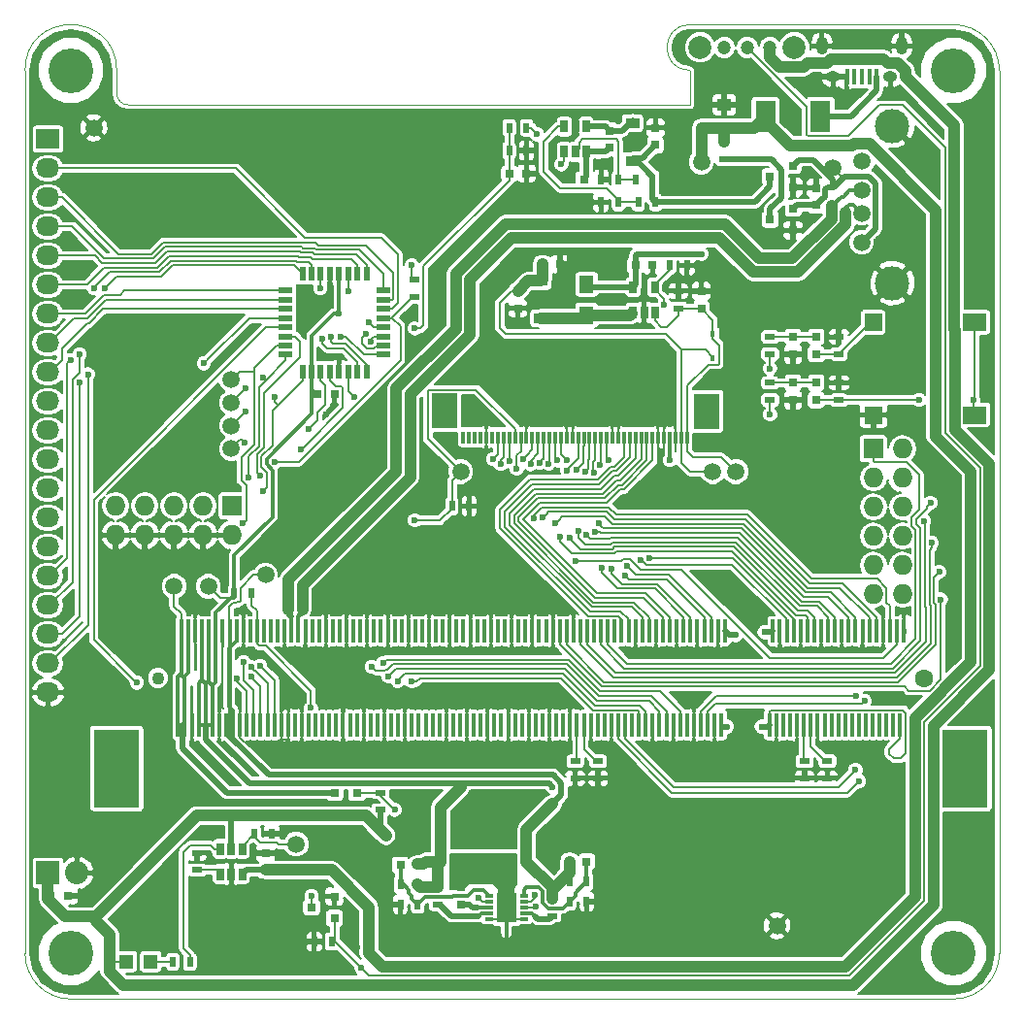
<source format=gtl>
G04 #@! TF.FileFunction,Copper,L1,Top,Signal*
%FSLAX46Y46*%
G04 Gerber Fmt 4.6, Leading zero omitted, Abs format (unit mm)*
G04 Created by KiCad (PCBNEW 4.0.3-stable) date 08/27/16 14:07:06*
%MOMM*%
%LPD*%
G01*
G04 APERTURE LIST*
%ADD10C,0.100000*%
%ADD11C,0.300000*%
%ADD12C,1.600000*%
%ADD13C,1.100000*%
%ADD14R,4.000000X6.800000*%
%ADD15R,0.350000X2.000000*%
%ADD16C,0.600000*%
%ADD17R,0.800000X0.750000*%
%ADD18R,0.500000X0.900000*%
%ADD19R,1.300000X1.500000*%
%ADD20C,1.500000*%
%ADD21R,0.750000X0.800000*%
%ADD22R,0.900000X0.500000*%
%ADD23R,0.650000X1.060000*%
%ADD24R,1.220000X0.910000*%
%ADD25R,1.250000X1.000000*%
%ADD26R,1.198880X1.198880*%
%ADD27R,1.800860X2.700020*%
%ADD28R,0.600000X1.200000*%
%ADD29R,1.200000X0.600000*%
%ADD30R,2.000000X1.500000*%
%ADD31R,1.500000X1.500000*%
%ADD32R,0.300000X1.100000*%
%ADD33R,2.300000X3.100000*%
%ADD34R,0.400000X1.350000*%
%ADD35O,1.250000X0.950000*%
%ADD36O,1.000000X1.550000*%
%ADD37R,2.032000X2.032000*%
%ADD38O,2.032000X2.032000*%
%ADD39R,1.727200X1.727200*%
%ADD40O,1.727200X1.727200*%
%ADD41C,1.501140*%
%ADD42C,2.999740*%
%ADD43R,0.800100X0.800100*%
%ADD44C,1.200000*%
%ADD45C,2.000000*%
%ADD46R,0.800000X0.300800*%
%ADD47R,1.800000X2.602000*%
%ADD48R,2.032000X1.727200*%
%ADD49O,2.032000X1.727200*%
%ADD50C,0.300000*%
%ADD51R,0.450000X0.590000*%
%ADD52C,3.900000*%
%ADD53C,0.200000*%
%ADD54C,0.500000*%
%ADD55C,1.000000*%
G04 APERTURE END LIST*
D10*
X73000000Y-189000000D02*
X73000000Y-112000000D01*
X73000000Y-189000000D02*
G75*
G03X77000000Y-193000000I4000000J0D01*
G01*
X154000000Y-193000000D02*
X77000000Y-193000000D01*
X154000000Y-193000000D02*
G75*
G03X158000000Y-189000000I0J4000000D01*
G01*
X158000000Y-112000000D02*
X158000000Y-189000000D01*
X158000000Y-112000000D02*
G75*
G03X154000000Y-108000000I-4000000J0D01*
G01*
X131000000Y-108000000D02*
X154000000Y-108000000D01*
X131000000Y-115000000D02*
X131000000Y-112000000D01*
X131000000Y-108000000D02*
G75*
G03X131000000Y-112000000I0J-2000000D01*
G01*
X82000000Y-115000000D02*
X131000000Y-115000000D01*
X81000000Y-114000000D02*
G75*
G03X82000000Y-115000000I1000000J0D01*
G01*
X81000000Y-112000000D02*
X81000000Y-114000000D01*
X81000000Y-112000000D02*
G75*
G03X73000000Y-112000000I-4000000J0D01*
G01*
D11*
X115000000Y-186750000D02*
X115000000Y-187250000D01*
D12*
X151400000Y-165000000D03*
D13*
X84600000Y-165000000D03*
D14*
X81000000Y-172900000D03*
X155000000Y-172900000D03*
D15*
X149650000Y-160900000D03*
X149050000Y-160900000D03*
X148450000Y-160900000D03*
X147850000Y-160900000D03*
X147250000Y-160900000D03*
X146650000Y-160900000D03*
X146050000Y-160900000D03*
X145450000Y-160900000D03*
X144850000Y-160900000D03*
X144250000Y-160900000D03*
X143650000Y-160900000D03*
X143050000Y-160900000D03*
X142450000Y-160900000D03*
X141850000Y-160900000D03*
X141250000Y-160900000D03*
X140650000Y-160900000D03*
X140050000Y-160900000D03*
X139450000Y-160900000D03*
X138850000Y-160900000D03*
X138250000Y-160900000D03*
X134050000Y-160900000D03*
X133450000Y-160900000D03*
X132850000Y-160900000D03*
X132250000Y-160900000D03*
X131650000Y-160900000D03*
X131050000Y-160900000D03*
X130450000Y-160900000D03*
X129850000Y-160900000D03*
X129250000Y-160900000D03*
X128650000Y-160900000D03*
X128050000Y-160900000D03*
X127450000Y-160900000D03*
X126850000Y-160900000D03*
X126250000Y-160900000D03*
X125650000Y-160900000D03*
X125050000Y-160900000D03*
X124450000Y-160900000D03*
X123850000Y-160900000D03*
X123250000Y-160900000D03*
X122650000Y-160900000D03*
X122050000Y-160900000D03*
X121450000Y-160900000D03*
X120850000Y-160900000D03*
X120250000Y-160900000D03*
X119650000Y-160900000D03*
X119050000Y-160900000D03*
X118450000Y-160900000D03*
X117850000Y-160900000D03*
X117250000Y-160900000D03*
X116650000Y-160900000D03*
X116050000Y-160900000D03*
X115450000Y-160900000D03*
X114850000Y-160900000D03*
X114250000Y-160900000D03*
X113650000Y-160900000D03*
X113050000Y-160900000D03*
X112450000Y-160900000D03*
X111850000Y-160900000D03*
X111250000Y-160900000D03*
X110650000Y-160900000D03*
X110050000Y-160900000D03*
X109450000Y-160900000D03*
X108850000Y-160900000D03*
X108250000Y-160900000D03*
X107650000Y-160900000D03*
X107050000Y-160900000D03*
X106450000Y-160900000D03*
X105850000Y-160900000D03*
X105250000Y-160900000D03*
X104650000Y-160900000D03*
X104050000Y-160900000D03*
X103450000Y-160900000D03*
X102850000Y-160900000D03*
X102250000Y-160900000D03*
X101650000Y-160900000D03*
X101050000Y-160900000D03*
X100450000Y-160900000D03*
X99850000Y-160900000D03*
X99250000Y-160900000D03*
X98650000Y-160900000D03*
X98050000Y-160900000D03*
X97450000Y-160900000D03*
X96850000Y-160900000D03*
X96250000Y-160900000D03*
X95650000Y-160900000D03*
X95050000Y-160900000D03*
X94450000Y-160900000D03*
X93850000Y-160900000D03*
X93250000Y-160900000D03*
X92650000Y-160900000D03*
X92050000Y-160900000D03*
X91450000Y-160900000D03*
X90850000Y-160900000D03*
X90250000Y-160900000D03*
X89650000Y-160900000D03*
X89050000Y-160900000D03*
X88450000Y-160900000D03*
X87850000Y-160900000D03*
X87250000Y-160900000D03*
X86650000Y-160900000D03*
X149350000Y-169100000D03*
X148750000Y-169100000D03*
X148150000Y-169100000D03*
X147550000Y-169100000D03*
X146950000Y-169100000D03*
X146350000Y-169100000D03*
X145750000Y-169100000D03*
X145150000Y-169100000D03*
X144550000Y-169100000D03*
X143950000Y-169100000D03*
X143350000Y-169100000D03*
X142750000Y-169100000D03*
X142150000Y-169100000D03*
X141550000Y-169100000D03*
X140950000Y-169100000D03*
X140350000Y-169100000D03*
X139750000Y-169100000D03*
X139150000Y-169100000D03*
X138550000Y-169100000D03*
X137950000Y-169100000D03*
X133750000Y-169100000D03*
X133150000Y-169100000D03*
X132550000Y-169100000D03*
X131950000Y-169100000D03*
X131350000Y-169100000D03*
X130750000Y-169100000D03*
X130150000Y-169100000D03*
X129550000Y-169100000D03*
X128950000Y-169100000D03*
X128350000Y-169100000D03*
X127750000Y-169100000D03*
X127150000Y-169100000D03*
X126550000Y-169100000D03*
X125950000Y-169100000D03*
X125350000Y-169100000D03*
X124750000Y-169100000D03*
X124150000Y-169100000D03*
X123550000Y-169100000D03*
X122950000Y-169100000D03*
X122350000Y-169100000D03*
X121750000Y-169100000D03*
X121150000Y-169100000D03*
X120550000Y-169100000D03*
X119950000Y-169100000D03*
X119350000Y-169100000D03*
X118750000Y-169100000D03*
X118150000Y-169100000D03*
X117550000Y-169100000D03*
X116950000Y-169100000D03*
X116350000Y-169100000D03*
X115750000Y-169100000D03*
X115150000Y-169100000D03*
X114550000Y-169100000D03*
X113950000Y-169100000D03*
X113350000Y-169100000D03*
X112750000Y-169100000D03*
X112150000Y-169100000D03*
X111550000Y-169100000D03*
X110950000Y-169100000D03*
X110350000Y-169100000D03*
X109750000Y-169100000D03*
X109150000Y-169100000D03*
X108550000Y-169100000D03*
X107950000Y-169100000D03*
X107350000Y-169100000D03*
X106750000Y-169100000D03*
X106150000Y-169100000D03*
X105550000Y-169100000D03*
X104950000Y-169100000D03*
X104350000Y-169100000D03*
X103750000Y-169100000D03*
X103150000Y-169100000D03*
X102550000Y-169100000D03*
X101950000Y-169100000D03*
X101350000Y-169100000D03*
X100750000Y-169100000D03*
X100150000Y-169100000D03*
X99550000Y-169100000D03*
X98950000Y-169100000D03*
X98350000Y-169100000D03*
X97750000Y-169100000D03*
X97150000Y-169100000D03*
X96550000Y-169100000D03*
X95950000Y-169100000D03*
X95350000Y-169100000D03*
X94750000Y-169100000D03*
X94150000Y-169100000D03*
X93550000Y-169100000D03*
X92950000Y-169100000D03*
X92350000Y-169100000D03*
X91750000Y-169100000D03*
X91150000Y-169100000D03*
X90550000Y-169100000D03*
X89950000Y-169100000D03*
X89350000Y-169100000D03*
X88750000Y-169100000D03*
X88150000Y-169100000D03*
X87550000Y-169100000D03*
X86950000Y-169100000D03*
X86350000Y-169100000D03*
D16*
X132400000Y-156000000D03*
X119800000Y-158900000D03*
X108900000Y-146300000D03*
X141200000Y-121000000D03*
X91200000Y-171600000D03*
X88400000Y-171400000D03*
X113200000Y-137000000D03*
X114800000Y-138600000D03*
X121000000Y-115800000D03*
X119000000Y-118750000D03*
X127000000Y-131750000D03*
X82250000Y-117000000D03*
X137250000Y-113500000D03*
X132250000Y-112250000D03*
X109250000Y-158500000D03*
X106000000Y-158500000D03*
X99250000Y-162750000D03*
X110750000Y-165750000D03*
X120750000Y-167250000D03*
X117250000Y-162500000D03*
X152500000Y-148000000D03*
X80000000Y-158750000D03*
X83250000Y-164000000D03*
X83500000Y-147750000D03*
X93750000Y-171000000D03*
X125000000Y-172750000D03*
X99250000Y-142000000D03*
X99000000Y-137000000D03*
X98250000Y-133000000D03*
X144000000Y-188500000D03*
X148750000Y-183500000D03*
X148400000Y-173400000D03*
X133250000Y-173250000D03*
X114250000Y-149250000D03*
X127500000Y-148500000D03*
X154000000Y-161200000D03*
X144800000Y-154400000D03*
X111750000Y-175750000D03*
X115000000Y-186000000D03*
X115000000Y-184000000D03*
X115000000Y-185000000D03*
X120000000Y-131500000D03*
X79000000Y-119000000D03*
X94500000Y-125750000D03*
X77000000Y-121750000D03*
X80500000Y-134500000D03*
X87250000Y-139000000D03*
X149250000Y-167000000D03*
X130500000Y-166750000D03*
X133400000Y-176200000D03*
X129500000Y-172250000D03*
X115000000Y-188750000D03*
X111500000Y-187500000D03*
X102000000Y-188500000D03*
X88750000Y-183250000D03*
X89000000Y-180250000D03*
X86000000Y-173000000D03*
X100000000Y-190000000D03*
X81000000Y-186000000D03*
X157000000Y-121000000D03*
X157000000Y-140000000D03*
X157000000Y-167000000D03*
X157000000Y-182000000D03*
X147000000Y-192000000D03*
X147000000Y-162500000D03*
X136500000Y-162750000D03*
X125750000Y-162750000D03*
X129400000Y-115800000D03*
X118400000Y-116600000D03*
X122000000Y-123500000D03*
X123250000Y-120250000D03*
D17*
X121750000Y-121500000D03*
X120250000Y-121500000D03*
D18*
X124750000Y-121500000D03*
X123250000Y-121500000D03*
X124750000Y-123500000D03*
X123250000Y-123500000D03*
X128000000Y-123500000D03*
X126500000Y-123500000D03*
X127750000Y-121500000D03*
X126250000Y-121500000D03*
D19*
X122000000Y-130650000D03*
X122000000Y-133350000D03*
D20*
X133000000Y-147000000D03*
X135000000Y-147000000D03*
D18*
X129250000Y-129000000D03*
X130750000Y-129000000D03*
D17*
X126250000Y-129000000D03*
X127750000Y-129000000D03*
D21*
X132000000Y-132750000D03*
X132000000Y-131250000D03*
X116000000Y-131250000D03*
X116000000Y-132750000D03*
D22*
X130000000Y-132750000D03*
X130000000Y-131250000D03*
D23*
X126050000Y-133100000D03*
X127000000Y-133100000D03*
X127950000Y-133100000D03*
X127950000Y-130900000D03*
X126050000Y-130900000D03*
D17*
X118150000Y-128900000D03*
X119650000Y-128900000D03*
D24*
X118000000Y-130365000D03*
X118000000Y-133635000D03*
D20*
X138600000Y-186600000D03*
D17*
X98500000Y-140250000D03*
X100000000Y-140250000D03*
D25*
X134000000Y-117000000D03*
X134000000Y-115000000D03*
D21*
X94000000Y-181750000D03*
X94000000Y-180250000D03*
D17*
X75250000Y-184000000D03*
X76750000Y-184000000D03*
D21*
X140000000Y-135250000D03*
X140000000Y-136750000D03*
X140000000Y-139250000D03*
X140000000Y-140750000D03*
X142000000Y-135250000D03*
X142000000Y-136750000D03*
X142000000Y-139250000D03*
X142000000Y-140750000D03*
X111000000Y-184750000D03*
X111000000Y-183250000D03*
X142000000Y-123750000D03*
X142000000Y-122250000D03*
D17*
X107250000Y-181300000D03*
X105750000Y-181300000D03*
X120500000Y-181000000D03*
X122000000Y-181000000D03*
X109250000Y-181000000D03*
X110750000Y-181000000D03*
X116750000Y-181000000D03*
X115250000Y-181000000D03*
X115250000Y-121000000D03*
X116750000Y-121000000D03*
D26*
X81850980Y-189750000D03*
X83949020Y-189750000D03*
D27*
X137599700Y-116000000D03*
X142400300Y-116000000D03*
D28*
X102800000Y-129750000D03*
X102000000Y-129750000D03*
X101200000Y-129750000D03*
X100400000Y-129750000D03*
X99600000Y-129750000D03*
X98800000Y-129750000D03*
X98000000Y-129750000D03*
X97200000Y-129750000D03*
D29*
X95750000Y-131200000D03*
X95750000Y-132000000D03*
X95750000Y-132800000D03*
X95750000Y-133600000D03*
X95750000Y-134400000D03*
X95750000Y-135200000D03*
X95750000Y-136000000D03*
X95750000Y-136800000D03*
D28*
X97200000Y-138250000D03*
X98000000Y-138250000D03*
X98800000Y-138250000D03*
X99600000Y-138250000D03*
X100400000Y-138250000D03*
X101200000Y-138250000D03*
X102000000Y-138250000D03*
X102800000Y-138250000D03*
D29*
X104250000Y-136800000D03*
X104250000Y-136000000D03*
X104250000Y-135200000D03*
X104250000Y-134400000D03*
X104250000Y-133600000D03*
X104250000Y-132800000D03*
X104250000Y-132000000D03*
X104250000Y-131200000D03*
D30*
X155850000Y-142050000D03*
X155850000Y-133950000D03*
D31*
X147000000Y-142050000D03*
X147000000Y-133950000D03*
D22*
X109000000Y-184750000D03*
X109000000Y-183250000D03*
X119000000Y-185750000D03*
X119000000Y-184250000D03*
D32*
X130750000Y-144000000D03*
D33*
X109580000Y-141700000D03*
X132420000Y-141750000D03*
D32*
X130250000Y-144000000D03*
X129750000Y-144000000D03*
X129250000Y-144000000D03*
X128750000Y-144000000D03*
X128250000Y-144000000D03*
X127750000Y-144000000D03*
X127250000Y-144000000D03*
X126750000Y-144000000D03*
X126250000Y-144000000D03*
X125750000Y-144000000D03*
X125250000Y-144000000D03*
X124750000Y-144000000D03*
X124250000Y-144000000D03*
X123750000Y-144000000D03*
X123250000Y-144000000D03*
X122750000Y-144000000D03*
X122250000Y-144000000D03*
X121750000Y-144000000D03*
X121250000Y-144000000D03*
X120750000Y-144000000D03*
X120250000Y-144000000D03*
X119750000Y-144000000D03*
X119250000Y-144000000D03*
X118750000Y-144000000D03*
X118250000Y-144000000D03*
X117750000Y-144000000D03*
X117250000Y-144000000D03*
X116750000Y-144000000D03*
X116250000Y-144000000D03*
X115750000Y-144000000D03*
X115250000Y-144000000D03*
X114750000Y-144000000D03*
X114250000Y-144000000D03*
X113750000Y-144000000D03*
X113250000Y-144000000D03*
X112750000Y-144000000D03*
X112250000Y-144000000D03*
X111750000Y-144000000D03*
X111250000Y-144000000D03*
D34*
X147300900Y-112562540D03*
X146650900Y-112562540D03*
X146000900Y-112562540D03*
X145350900Y-112562540D03*
X144700900Y-112562540D03*
D35*
X148500900Y-112562540D03*
X143500900Y-112562540D03*
D36*
X149500900Y-109862540D03*
X142500900Y-109862540D03*
D37*
X75000000Y-182000000D03*
D38*
X77540000Y-182000000D03*
D39*
X91080000Y-150000000D03*
D40*
X91080000Y-152540000D03*
X88540000Y-150000000D03*
X88540000Y-152540000D03*
X86000000Y-150000000D03*
X86000000Y-152540000D03*
X83460000Y-150000000D03*
X83460000Y-152540000D03*
X80920000Y-150000000D03*
X80920000Y-152540000D03*
D41*
X145997880Y-119887140D03*
X145997880Y-122427140D03*
X145997880Y-124459140D03*
X145997880Y-126999140D03*
D42*
X148664880Y-116839140D03*
X148664880Y-130555140D03*
D39*
X147000000Y-145000000D03*
D40*
X149540000Y-145000000D03*
X147000000Y-147540000D03*
X149540000Y-147540000D03*
X147000000Y-150080000D03*
X149540000Y-150080000D03*
X147000000Y-152620000D03*
X149540000Y-152620000D03*
X147000000Y-155160000D03*
X149540000Y-155160000D03*
X147000000Y-157700000D03*
X149540000Y-157700000D03*
D43*
X140000760Y-122200000D03*
X140000760Y-120300000D03*
X138001780Y-121250000D03*
X140000760Y-125950000D03*
X140000760Y-124050000D03*
X138001780Y-125000000D03*
X100000760Y-185950000D03*
X100000760Y-184050000D03*
X98001780Y-185000000D03*
X101950000Y-174999240D03*
X100050000Y-174999240D03*
X101000000Y-176998220D03*
D18*
X91250000Y-157600000D03*
X92750000Y-157600000D03*
X116750000Y-117000000D03*
X115250000Y-117000000D03*
X115250000Y-119000000D03*
X116750000Y-119000000D03*
D22*
X107000000Y-130250000D03*
X107000000Y-131750000D03*
X88000000Y-180250000D03*
X88000000Y-181750000D03*
D18*
X85900000Y-189750000D03*
X87400000Y-189750000D03*
D22*
X138000000Y-135250000D03*
X138000000Y-136750000D03*
X138000000Y-139250000D03*
X138000000Y-140750000D03*
D18*
X107250000Y-183000000D03*
X105750000Y-183000000D03*
X107250000Y-184750000D03*
X105750000Y-184750000D03*
X120500000Y-182750000D03*
X122000000Y-182750000D03*
X120500000Y-184500000D03*
X122000000Y-184500000D03*
D22*
X134000000Y-119750000D03*
X134000000Y-118250000D03*
D18*
X99750000Y-188000000D03*
X98250000Y-188000000D03*
D22*
X104000000Y-176500000D03*
X104000000Y-175000000D03*
D18*
X110250000Y-150000000D03*
X111750000Y-150000000D03*
D22*
X141000000Y-172250000D03*
X141000000Y-173750000D03*
X121000000Y-172250000D03*
X121000000Y-173750000D03*
X143000000Y-172250000D03*
X143000000Y-173750000D03*
X123000000Y-172250000D03*
X123000000Y-173750000D03*
D44*
X138000000Y-110000000D03*
X136000000Y-110000000D03*
X134000000Y-110000000D03*
D45*
X140100000Y-110000000D03*
X131900000Y-110000000D03*
D23*
X91950000Y-179900000D03*
X91000000Y-179900000D03*
X90050000Y-179900000D03*
X90050000Y-182100000D03*
X91950000Y-182100000D03*
X91000000Y-182100000D03*
D46*
X113500000Y-184000000D03*
D47*
X115000000Y-185000000D03*
D46*
X113500000Y-184500000D03*
X113500000Y-185000000D03*
X113500000Y-185500000D03*
X113500000Y-186000000D03*
X116500000Y-186000000D03*
X116500000Y-185500000D03*
X116500000Y-185000000D03*
X116500000Y-184500000D03*
X116500000Y-184000000D03*
D20*
X132000000Y-120000000D03*
X79000000Y-117000000D03*
X91000000Y-139000000D03*
X91000000Y-141000000D03*
X91000000Y-143000000D03*
X91000000Y-145000000D03*
X143500000Y-120500000D03*
X89000000Y-157000000D03*
X94000000Y-156000000D03*
X86000000Y-157000000D03*
X111000000Y-147000000D03*
D48*
X75000000Y-118000000D03*
D49*
X75000000Y-120540000D03*
X75000000Y-123080000D03*
X75000000Y-125620000D03*
X75000000Y-128160000D03*
X75000000Y-130700000D03*
X75000000Y-133240000D03*
X75000000Y-135780000D03*
X75000000Y-138320000D03*
X75000000Y-140860000D03*
X75000000Y-143400000D03*
X75000000Y-145940000D03*
X75000000Y-148480000D03*
X75000000Y-151020000D03*
X75000000Y-153560000D03*
X75000000Y-156100000D03*
X75000000Y-158640000D03*
X75000000Y-161180000D03*
X75000000Y-163720000D03*
X75000000Y-166260000D03*
D24*
X126000000Y-119885000D03*
X126000000Y-116615000D03*
D21*
X124000000Y-118750000D03*
X124000000Y-117250000D03*
D23*
X121950000Y-116900000D03*
X121000000Y-116900000D03*
X120050000Y-116900000D03*
X120050000Y-119100000D03*
X121950000Y-119100000D03*
X121000000Y-119100000D03*
D21*
X128000000Y-118500000D03*
X128000000Y-117000000D03*
D16*
X120750000Y-120250000D03*
D50*
X115000000Y-186750000D03*
X115000000Y-187250000D03*
D22*
X144000000Y-136750000D03*
X144000000Y-135250000D03*
X144000000Y-140750000D03*
X144000000Y-139250000D03*
D18*
X94500000Y-178600000D03*
X93000000Y-178600000D03*
D20*
X96650000Y-179500000D03*
D51*
X133000000Y-137055000D03*
X133000000Y-134945000D03*
D52*
X154000000Y-112000000D03*
X77000000Y-189000000D03*
X154000000Y-189000000D03*
X77000000Y-112000000D03*
D16*
X129250000Y-146000000D03*
X119020371Y-174479633D03*
X106750000Y-129000000D03*
X100400000Y-133209793D03*
X137250000Y-169250000D03*
X134250000Y-169250000D03*
X137500000Y-161000000D03*
X135000000Y-161250000D03*
X111750000Y-184750000D03*
X104500000Y-178750000D03*
X117684313Y-117565687D03*
X123000000Y-119100000D03*
X154150021Y-135000000D03*
X132000000Y-128000000D03*
X155750000Y-140750000D03*
X151000000Y-140750000D03*
X103000000Y-134000006D03*
X107000000Y-134500000D03*
X128751485Y-132421760D03*
X82750000Y-165399990D03*
X103244163Y-164009095D03*
X93537923Y-147361447D03*
X105500000Y-165250000D03*
X92000000Y-151500000D03*
X104725691Y-164852968D03*
X92500000Y-147500000D03*
X93750000Y-138750000D03*
X92250000Y-139750000D03*
X106750000Y-165296043D03*
X93795653Y-148666593D03*
X94750000Y-140500000D03*
X92250000Y-141750000D03*
X97750000Y-143250000D03*
X97076435Y-145076435D03*
X107000000Y-151250000D03*
X101701435Y-140451435D03*
X104228632Y-163692801D03*
X92193791Y-144500021D03*
X94760799Y-146140657D03*
X121000000Y-154750000D03*
X115899061Y-146738495D03*
X113815277Y-145914175D03*
X117375352Y-151051692D03*
X114500024Y-146327865D03*
X118173692Y-151000076D03*
X119282570Y-151499446D03*
X115256149Y-146066532D03*
X123044920Y-151513727D03*
X120242191Y-145961409D03*
X122709889Y-152240207D03*
X119440824Y-146020456D03*
X121968298Y-152540309D03*
X118685730Y-146284750D03*
X117887487Y-146231584D03*
X121282528Y-152128333D03*
X117098096Y-146361510D03*
X120510424Y-152791824D03*
X116456157Y-145884086D03*
X119665410Y-152700012D03*
X127499998Y-154550098D03*
X123881317Y-145949935D03*
X126708942Y-154669472D03*
X123159859Y-146428711D03*
X125489465Y-155211647D03*
X122676815Y-147066431D03*
X125314106Y-156041569D03*
X121878156Y-147019923D03*
X124200004Y-155500000D03*
X121092628Y-146868379D03*
X123307008Y-155402102D03*
X120293508Y-146906140D03*
X151981667Y-149713334D03*
X151420767Y-151335607D03*
X152109411Y-153220010D03*
X152750000Y-155750000D03*
X152903647Y-158157519D03*
X97954953Y-167601898D03*
X117540242Y-184919516D03*
X146250002Y-167000000D03*
X145539320Y-166525649D03*
X138000000Y-142000000D03*
X145449989Y-172994951D03*
X138000000Y-138000000D03*
X145750000Y-174000000D03*
X93518524Y-163937084D03*
X92728484Y-164056488D03*
X92715831Y-164868044D03*
X92062484Y-163615054D03*
X91500000Y-164999979D03*
X119800000Y-120200002D03*
X117440740Y-183899010D03*
X112584963Y-184149010D03*
X102300000Y-190250000D03*
X98000000Y-183999962D03*
X105249994Y-176500000D03*
X101250000Y-131250000D03*
X77750000Y-139250000D03*
X98750000Y-131000000D03*
X78500000Y-138500000D03*
X79000000Y-131000000D03*
X77000000Y-137250000D03*
X80000000Y-131000000D03*
X77750000Y-136750000D03*
X88597197Y-137557736D03*
X98914455Y-135399978D03*
X99699988Y-135248511D03*
X100500010Y-135250000D03*
X102724969Y-135001250D03*
X103146377Y-135681275D03*
D11*
X129250000Y-146000000D02*
X129250000Y-144000000D01*
D53*
X137950000Y-169100000D02*
X137950000Y-167900000D01*
X137950000Y-167900000D02*
X138050000Y-167800000D01*
X138050000Y-167800000D02*
X149600000Y-167800000D01*
X148400000Y-171200000D02*
X149350000Y-170250000D01*
X149600000Y-167800000D02*
X149849002Y-168049002D01*
X148800000Y-172000000D02*
X148400000Y-171600000D01*
X149849002Y-168049002D02*
X149849002Y-171550998D01*
X149400000Y-172000000D02*
X148800000Y-172000000D01*
X149849002Y-171550998D02*
X149400000Y-172000000D01*
X148400000Y-171600000D02*
X148400000Y-171200000D01*
X149350000Y-170250000D02*
X149350000Y-169100000D01*
D11*
X91000000Y-158000000D02*
X91250000Y-158000000D01*
X90965003Y-158000001D02*
X91000000Y-158000000D01*
X89650000Y-159315004D02*
X90965003Y-158000001D01*
X89650000Y-160900000D02*
X89650000Y-159315004D01*
D54*
X92549189Y-174149189D02*
X111000000Y-174149189D01*
X88750000Y-169100000D02*
X88750000Y-170350000D01*
X88750000Y-170350000D02*
X92549189Y-174149189D01*
D11*
X88150000Y-165433489D02*
X88450000Y-165133489D01*
X88450000Y-165133489D02*
X88450000Y-164964240D01*
X88150000Y-169100000D02*
X88150000Y-165433489D01*
X88450000Y-164964240D02*
X88450000Y-165200000D01*
X88450000Y-165200000D02*
X88750000Y-165500000D01*
X89050000Y-165200000D02*
X89050000Y-165350000D01*
X89050000Y-165350000D02*
X89350000Y-165650000D01*
D55*
X109000000Y-183250000D02*
X107500000Y-183250000D01*
X107500000Y-183250000D02*
X107250000Y-183000000D01*
X108000000Y-181000000D02*
X107750000Y-181250000D01*
X107750000Y-181250000D02*
X107250000Y-181250000D01*
D54*
X111000000Y-174149189D02*
X118689927Y-174149189D01*
X111000000Y-174521478D02*
X111000000Y-174149189D01*
X118689927Y-174149189D02*
X118720372Y-174179634D01*
X118720372Y-174179634D02*
X119020371Y-174479633D01*
D55*
X109250000Y-181000000D02*
X108000000Y-181000000D01*
X109250000Y-181000000D02*
X109250000Y-176271478D01*
X109250000Y-176271478D02*
X111000000Y-174521478D01*
X109000000Y-183250000D02*
X109000000Y-181250000D01*
X109000000Y-181250000D02*
X109250000Y-181000000D01*
D11*
X98000000Y-135185529D02*
X99975736Y-133209793D01*
X98000000Y-138250000D02*
X98000000Y-135185529D01*
X99975736Y-133209793D02*
X100400000Y-133209793D01*
X94587935Y-150950063D02*
X94587935Y-146887046D01*
X94067706Y-146366817D02*
X94067706Y-145871748D01*
X98000000Y-139150000D02*
X98000000Y-138250000D01*
X94587935Y-146887046D02*
X94067706Y-146366817D01*
X91250000Y-154287998D02*
X94587935Y-150950063D01*
X98000000Y-141939454D02*
X98000000Y-139150000D01*
X91250000Y-158000000D02*
X91250000Y-154287998D01*
X94067706Y-145871748D02*
X98000000Y-141939454D01*
D53*
X98000000Y-138250000D02*
X98000000Y-139750000D01*
X98000000Y-139750000D02*
X98500000Y-140250000D01*
X106750000Y-129000000D02*
X106750000Y-130000000D01*
X106750000Y-130000000D02*
X107000000Y-130250000D01*
D11*
X100400000Y-133209793D02*
X100400000Y-130650000D01*
X100400000Y-130650000D02*
X100400000Y-129750000D01*
D53*
X89000000Y-157000000D02*
X90000000Y-158000000D01*
X90000000Y-158000000D02*
X91250000Y-158000000D01*
D54*
X137250000Y-169250000D02*
X137800000Y-169250000D01*
X137800000Y-169250000D02*
X137924999Y-169125001D01*
X134250000Y-169250000D02*
X133825736Y-169250000D01*
X133825736Y-169250000D02*
X133775001Y-169199265D01*
X137500000Y-161000000D02*
X138150000Y-161000000D01*
X138150000Y-161000000D02*
X138224999Y-160925001D01*
X135000000Y-161250000D02*
X134400000Y-161250000D01*
X134400000Y-161250000D02*
X134075001Y-160925001D01*
D11*
X88150000Y-169100000D02*
X89350000Y-169100000D01*
X89350000Y-165650000D02*
X89650000Y-165350000D01*
X89650000Y-165350000D02*
X89650000Y-160900000D01*
X89350000Y-169100000D02*
X89350000Y-165650000D01*
X88750000Y-165500000D02*
X89050000Y-165200000D01*
X89050000Y-165200000D02*
X89050000Y-160900000D01*
X88750000Y-169100000D02*
X88750000Y-165500000D01*
X88450000Y-164964240D02*
X88450000Y-160900000D01*
D53*
X127750000Y-129000000D02*
X127750000Y-129575000D01*
X127000000Y-131325736D02*
X127000000Y-131750000D01*
X127750000Y-129575000D02*
X127000000Y-130325000D01*
X127000000Y-130325000D02*
X127000000Y-131325736D01*
X95950000Y-170400000D02*
X95200000Y-170400000D01*
X95200000Y-170400000D02*
X94600000Y-171000000D01*
X94600000Y-171000000D02*
X93750000Y-171000000D01*
X95950000Y-170400000D02*
X95950000Y-170550000D01*
X95950000Y-169100000D02*
X95950000Y-170400000D01*
X95950000Y-169100000D02*
X95950000Y-167900000D01*
X95950000Y-167900000D02*
X96000000Y-167850000D01*
X95350000Y-169100000D02*
X95350000Y-167900000D01*
X95350000Y-167900000D02*
X95800000Y-167450000D01*
X95350000Y-169100000D02*
X95350000Y-170300000D01*
X95350000Y-170300000D02*
X95400000Y-170350000D01*
X93325736Y-171000000D02*
X93750000Y-171000000D01*
X91750000Y-170173582D02*
X92576418Y-171000000D01*
X91750000Y-169100000D02*
X91750000Y-170173582D01*
X92576418Y-171000000D02*
X93325736Y-171000000D01*
D55*
X120449009Y-129300991D02*
X120750000Y-129000000D01*
X120750000Y-129000000D02*
X120750000Y-128250000D01*
X120449009Y-129300991D02*
X120449009Y-129496647D01*
X120449009Y-129496647D02*
X120349001Y-129596655D01*
X120349001Y-129596655D02*
X120349001Y-129934201D01*
X120349001Y-129934201D02*
X120250000Y-130033202D01*
X120250000Y-130033202D02*
X120250000Y-131500000D01*
X120250000Y-131500000D02*
X120000000Y-131750000D01*
D11*
X115000000Y-187250000D02*
X115000000Y-188000000D01*
D53*
X129750000Y-144000000D02*
X129750000Y-142750000D01*
X129750000Y-144000000D02*
X129750000Y-145250000D01*
X128750000Y-144000000D02*
X128750000Y-145000000D01*
X128250000Y-144000000D02*
X128250000Y-145000000D01*
X128750000Y-144000000D02*
X128750000Y-142750000D01*
X128250000Y-144000000D02*
X128250000Y-142750000D01*
X124750000Y-144000000D02*
X124750000Y-142750000D01*
X124250000Y-144000000D02*
X124250000Y-142750000D01*
X120750000Y-144000000D02*
X120750000Y-142750000D01*
X120250000Y-144000000D02*
X120250000Y-142750000D01*
X113250000Y-144000000D02*
X113250000Y-145000000D01*
X116750000Y-144000000D02*
X116750000Y-142750000D01*
X113250000Y-144000000D02*
X113250000Y-143000000D01*
X113250000Y-142750000D02*
X113250000Y-143000000D01*
D55*
X155500000Y-163631386D02*
X155500000Y-146972772D01*
X145188265Y-118550011D02*
X139700131Y-118550011D01*
X150648012Y-184101988D02*
X150648012Y-168483374D01*
X155500000Y-146972772D02*
X152449989Y-143922761D01*
X145348254Y-118390022D02*
X145188265Y-118550011D01*
X137599700Y-116449580D02*
X137599700Y-116000000D01*
X146647608Y-118390022D02*
X145348254Y-118390022D01*
X152449989Y-143922761D02*
X152449989Y-124192403D01*
X104149978Y-190149978D02*
X144600022Y-190149978D01*
X103000000Y-189000000D02*
X104149978Y-190149978D01*
X94000000Y-181750000D02*
X99750000Y-181750000D01*
X144600022Y-190149978D02*
X150648012Y-184101988D01*
X139700131Y-118550011D02*
X137599700Y-116449580D01*
X152449989Y-124192403D02*
X146647608Y-118390022D01*
X103000000Y-185000000D02*
X103000000Y-189000000D01*
X150648012Y-168483374D02*
X155500000Y-163631386D01*
X99750000Y-181750000D02*
X103000000Y-185000000D01*
X134000000Y-117000000D02*
X134000000Y-118250000D01*
X134000000Y-117000000D02*
X132000000Y-117000000D01*
D54*
X94000000Y-181750000D02*
X92300000Y-181750000D01*
X92300000Y-181750000D02*
X91950000Y-182100000D01*
X94000000Y-181750000D02*
X93800000Y-181750000D01*
D55*
X132000000Y-117000000D02*
X132000000Y-120000000D01*
X137599700Y-116000000D02*
X136599700Y-117000000D01*
X136599700Y-117000000D02*
X134000000Y-117000000D01*
X80400000Y-187400000D02*
X80400000Y-189750000D01*
X80400000Y-189750000D02*
X80400000Y-190600000D01*
D53*
X81850980Y-189750000D02*
X81051540Y-189750000D01*
X81051540Y-189750000D02*
X80400000Y-189750000D01*
X80650980Y-189750000D02*
X80650980Y-190549440D01*
X80650980Y-190549440D02*
X80600420Y-190600000D01*
X80600420Y-190600000D02*
X80400000Y-190600000D01*
D55*
X79200001Y-185799999D02*
X79200001Y-186200001D01*
X79200001Y-186200001D02*
X80400000Y-187400000D01*
X80400000Y-190600000D02*
X81550000Y-191750000D01*
X154150021Y-135424264D02*
X154150021Y-135000000D01*
X81550000Y-191750000D02*
X145262772Y-191750000D01*
X154150000Y-135424285D02*
X154150021Y-135424264D01*
X145262772Y-191750000D02*
X152246034Y-184766738D01*
X157100021Y-164294137D02*
X157100021Y-146310021D01*
X152246034Y-184766738D02*
X152246034Y-169148124D01*
X152246034Y-169148124D02*
X157100021Y-164294137D01*
X157100021Y-146310021D02*
X154150000Y-143360000D01*
X154150000Y-143360000D02*
X154150000Y-135424285D01*
D54*
X112049999Y-185049999D02*
X112450001Y-185049999D01*
X112450001Y-185049999D02*
X112500000Y-185000000D01*
X111750000Y-184750000D02*
X112049999Y-185049999D01*
D11*
X112500000Y-185000000D02*
X113500000Y-185000000D01*
D54*
X111000000Y-184750000D02*
X111750000Y-184750000D01*
D55*
X104000000Y-178250008D02*
X104000008Y-178250008D01*
X104000008Y-178250008D02*
X104500000Y-178750000D01*
X102748212Y-176998220D02*
X104000000Y-178250008D01*
X101000000Y-176998220D02*
X102748212Y-176998220D01*
D54*
X104000000Y-176500000D02*
X104000000Y-178250008D01*
D53*
X117250000Y-117131374D02*
X117250000Y-117050000D01*
X117250000Y-117050000D02*
X117200000Y-117000000D01*
X117200000Y-117000000D02*
X116750000Y-117000000D01*
X117684313Y-117565687D02*
X117250000Y-117131374D01*
D54*
X123000000Y-119100000D02*
X123650000Y-119100000D01*
X121950000Y-119100000D02*
X123000000Y-119100000D01*
X121950000Y-119100000D02*
X121950000Y-121300000D01*
X121950000Y-121300000D02*
X121750000Y-121500000D01*
X123650000Y-119100000D02*
X124000000Y-118750000D01*
D55*
X141278452Y-111337550D02*
X142997960Y-111337550D01*
X148260892Y-111387530D02*
X149137605Y-111387530D01*
X140916001Y-111700001D02*
X141278452Y-111337550D01*
X138000000Y-110000000D02*
X138000000Y-110848528D01*
X143335510Y-111000000D02*
X147873362Y-111000000D01*
X138851473Y-111700001D02*
X140916001Y-111700001D01*
X138000000Y-110848528D02*
X138851473Y-111700001D01*
X147873362Y-111000000D02*
X148260892Y-111387530D01*
X142997960Y-111337550D02*
X143335510Y-111000000D01*
D54*
X126250000Y-128125000D02*
X126250000Y-129000000D01*
X126250000Y-129000000D02*
X126250000Y-130700000D01*
X126250000Y-130700000D02*
X126050000Y-130900000D01*
X122250000Y-130900000D02*
X122000000Y-130650000D01*
X126050000Y-130900000D02*
X122250000Y-130900000D01*
X126375000Y-128000000D02*
X126250000Y-128125000D01*
D55*
X88001780Y-176998220D02*
X91000000Y-176998220D01*
X91000000Y-176998220D02*
X101000000Y-176998220D01*
D54*
X91000000Y-179900000D02*
X91000000Y-178870000D01*
X91000000Y-178870000D02*
X91000000Y-176998220D01*
D55*
X79200001Y-185799999D02*
X88001780Y-176998220D01*
X75000000Y-182000000D02*
X75000000Y-184285002D01*
X75000000Y-184285002D02*
X76514997Y-185799999D01*
X76514997Y-185799999D02*
X79200001Y-185799999D01*
X149825910Y-112075835D02*
X149825910Y-112561912D01*
X149137605Y-111387530D02*
X149825910Y-112075835D01*
X149825910Y-112561912D02*
X154050010Y-116786012D01*
X154050010Y-134525726D02*
X154150021Y-134625737D01*
X154050010Y-116786012D02*
X154050010Y-134525726D01*
X154150021Y-134625737D02*
X154150021Y-135000000D01*
D54*
X132000000Y-128000000D02*
X126375000Y-128000000D01*
D53*
X130250000Y-136339998D02*
X132354998Y-136339998D01*
X133000000Y-136985000D02*
X133000000Y-137055000D01*
X132354998Y-136339998D02*
X133000000Y-136985000D01*
D55*
X118150000Y-128900000D02*
X118150000Y-130215000D01*
X118150000Y-130215000D02*
X118000000Y-130365000D01*
D53*
X114400000Y-132275000D02*
X114400000Y-134465002D01*
X114400000Y-134465002D02*
X114934998Y-135000000D01*
X116000000Y-131250000D02*
X115425000Y-131250000D01*
X115425000Y-131250000D02*
X114400000Y-132275000D01*
D55*
X118000000Y-130365000D02*
X118000000Y-130250000D01*
D53*
X131000000Y-147000000D02*
X133000000Y-147000000D01*
X130250000Y-146250000D02*
X131000000Y-147000000D01*
X130250000Y-144000000D02*
X130250000Y-146250000D01*
X114934998Y-135000000D02*
X128910002Y-135000000D01*
X130250000Y-136339998D02*
X130250000Y-143250000D01*
X128910002Y-135000000D02*
X130250000Y-136339998D01*
X130250000Y-143250000D02*
X130250000Y-144000000D01*
D55*
X118000000Y-130365000D02*
X116885000Y-130365000D01*
X116885000Y-130365000D02*
X116000000Y-131250000D01*
D53*
X133000000Y-134945000D02*
X133000000Y-135440000D01*
X133000000Y-135440000D02*
X133524001Y-135964001D01*
X133524001Y-135964001D02*
X133524001Y-137589201D01*
X133524001Y-137589201D02*
X133464201Y-137649001D01*
X130750000Y-143250000D02*
X130750000Y-144000000D01*
X133464201Y-137649001D02*
X132600999Y-137649001D01*
X132600999Y-137649001D02*
X130750000Y-139500000D01*
X130750000Y-139500000D02*
X130750000Y-143250000D01*
X133000000Y-133775000D02*
X133000000Y-134945000D01*
X132000000Y-132750000D02*
X132000000Y-132775000D01*
X132000000Y-132775000D02*
X133000000Y-133775000D01*
X130000000Y-132750000D02*
X132000000Y-132750000D01*
X128994001Y-134349001D02*
X130000000Y-133343002D01*
X130000000Y-133343002D02*
X130000000Y-132750000D01*
X127950000Y-133100000D02*
X127950000Y-133830000D01*
X128469001Y-134349001D02*
X128994001Y-134349001D01*
X127950000Y-133830000D02*
X128469001Y-134349001D01*
X130750000Y-144000000D02*
X130750000Y-145250000D01*
X133750000Y-145750000D02*
X135000000Y-147000000D01*
X130750000Y-145250000D02*
X131250000Y-145750000D01*
X131250000Y-145750000D02*
X133750000Y-145750000D01*
X140000000Y-135250000D02*
X142000000Y-135250000D01*
X138000000Y-135250000D02*
X140000000Y-135250000D01*
X140000000Y-139250000D02*
X142000000Y-139250000D01*
X138000000Y-139250000D02*
X140000000Y-139250000D01*
X142000000Y-136750000D02*
X144000000Y-136750000D01*
X142000000Y-136750000D02*
X142000000Y-136725000D01*
X144000000Y-136725000D02*
X146775000Y-133950000D01*
X146775000Y-133950000D02*
X147000000Y-133950000D01*
X142000000Y-140750000D02*
X144000000Y-140750000D01*
X155850000Y-133950000D02*
X155850000Y-140650000D01*
X155850000Y-140650000D02*
X155750000Y-140750000D01*
X155750000Y-140750000D02*
X155750000Y-141950000D01*
X155750000Y-141950000D02*
X155850000Y-142050000D01*
X144000000Y-140750000D02*
X151000000Y-140750000D01*
D54*
X140000760Y-120300000D02*
X140500760Y-119800000D01*
X140500760Y-119800000D02*
X141800000Y-119800000D01*
X141800000Y-119800000D02*
X143500000Y-121500000D01*
X143500000Y-121500000D02*
X143500000Y-122164998D01*
X143500000Y-122164998D02*
X143035002Y-122164998D01*
X143035002Y-122164998D02*
X142824001Y-122375999D01*
X142824001Y-122375999D02*
X142824001Y-123009201D01*
X142824001Y-123009201D02*
X142734201Y-123099001D01*
X142650999Y-123099001D02*
X142000000Y-123750000D01*
X142734201Y-123099001D02*
X142650999Y-123099001D01*
D53*
X143500000Y-120500000D02*
X144249999Y-121249999D01*
X144249999Y-121249999D02*
X144500001Y-121249999D01*
X144500001Y-121249999D02*
X144523431Y-121226569D01*
D54*
X143585002Y-122164998D02*
X144523431Y-121226569D01*
X144523431Y-121226569D02*
X146574155Y-121226569D01*
X147198451Y-121850865D02*
X147198451Y-125798569D01*
X147198451Y-125798569D02*
X146748449Y-126248571D01*
X146574155Y-121226569D02*
X147198451Y-121850865D01*
X146748449Y-126248571D02*
X145997880Y-126999140D01*
X143500000Y-122164998D02*
X143585002Y-122164998D01*
X142000000Y-123750000D02*
X140300760Y-123750000D01*
X140300760Y-123750000D02*
X140000760Y-124050000D01*
D11*
X105750000Y-181250000D02*
X105750000Y-182750000D01*
X105750000Y-182750000D02*
X106500000Y-183500000D01*
X106500000Y-183500000D02*
X106500000Y-183750000D01*
X106500000Y-183750000D02*
X106750000Y-184000000D01*
X106750000Y-184000000D02*
X106750000Y-184250000D01*
X106750000Y-184250000D02*
X107250000Y-184750000D01*
X111654201Y-183999001D02*
X112153202Y-183500000D01*
X112153202Y-183500000D02*
X113000000Y-183500000D01*
X110347797Y-183999001D02*
X111654201Y-183999001D01*
X107250000Y-184750000D02*
X107900990Y-184099010D01*
X107900990Y-184099010D02*
X110247788Y-184099010D01*
X110247788Y-184099010D02*
X110347797Y-183999001D01*
X113000000Y-183500000D02*
X113500000Y-184000000D01*
D53*
X94000000Y-156000000D02*
X92939340Y-156000000D01*
X91435986Y-158449010D02*
X91150990Y-158449010D01*
X91150990Y-158449010D02*
X90800000Y-158800000D01*
X90800000Y-158800000D02*
X90800000Y-160850000D01*
X92939340Y-156000000D02*
X91799001Y-157140339D01*
X91799001Y-157140339D02*
X91799001Y-158289201D01*
X91799001Y-158289201D02*
X91739201Y-158349001D01*
X90800000Y-160850000D02*
X90850000Y-160900000D01*
X91739201Y-158349001D02*
X91535995Y-158349001D01*
X91535995Y-158349001D02*
X91435986Y-158449010D01*
D54*
X94249179Y-173449179D02*
X119049179Y-173449179D01*
X90750000Y-169100000D02*
X90750000Y-169950000D01*
X90750000Y-169950000D02*
X94249179Y-173449179D01*
X119049179Y-173449179D02*
X119800000Y-174200000D01*
X119800000Y-174200000D02*
X119800000Y-175200000D01*
X119800000Y-175200000D02*
X119000000Y-176000000D01*
D11*
X90550000Y-169100000D02*
X90850000Y-168800000D01*
X90850000Y-168800000D02*
X90850000Y-162200000D01*
X90850000Y-162200000D02*
X90850000Y-160900000D01*
X91150000Y-169100000D02*
X91150000Y-167800000D01*
X91150000Y-167800000D02*
X90800000Y-167450000D01*
X90800000Y-167450000D02*
X90800000Y-162375000D01*
X90800000Y-162375000D02*
X91450000Y-161725000D01*
X91450000Y-161725000D02*
X91450000Y-160900000D01*
D55*
X116750000Y-181000000D02*
X116750000Y-178228526D01*
X116750000Y-178228526D02*
X118978526Y-176000000D01*
X118978526Y-176000000D02*
X119000000Y-176000000D01*
D53*
X120500000Y-182000000D02*
X120500000Y-182750000D01*
D55*
X119000000Y-183250000D02*
X119250000Y-183250000D01*
X120500000Y-182000000D02*
X120500000Y-181000000D01*
X119250000Y-183250000D02*
X120500000Y-182000000D01*
X119000000Y-184250000D02*
X119000000Y-183250000D01*
X119000000Y-183250000D02*
X116750000Y-181000000D01*
D11*
X90750000Y-169100000D02*
X91150000Y-169100000D01*
X90550000Y-169100000D02*
X90750000Y-169100000D01*
X121000000Y-184000000D02*
X119900990Y-185099010D01*
X118648329Y-185099010D02*
X118150990Y-184601671D01*
X119900990Y-185099010D02*
X118648329Y-185099010D01*
X118150990Y-183601670D02*
X117799320Y-183250000D01*
X116750000Y-183250000D02*
X116500000Y-183500000D01*
X118150990Y-184601671D02*
X118150990Y-183601670D01*
X117799320Y-183250000D02*
X116750000Y-183250000D01*
X116500000Y-183500000D02*
X116500000Y-184000000D01*
X122000000Y-182750000D02*
X121029201Y-183720799D01*
X121029201Y-183720799D02*
X121029201Y-183970799D01*
X121029201Y-183970799D02*
X121000000Y-184000000D01*
X122000000Y-181000000D02*
X122000000Y-182750000D01*
D53*
X120500000Y-184500000D02*
X121000000Y-184000000D01*
X115250000Y-121000000D02*
X115250000Y-121575000D01*
X115250000Y-121575000D02*
X107750000Y-129075000D01*
X107750000Y-129075000D02*
X107750000Y-134250000D01*
X107750000Y-134250000D02*
X107500000Y-134500000D01*
X107500000Y-134500000D02*
X107000000Y-134500000D01*
X103299999Y-134300005D02*
X103000000Y-134000006D01*
X103399994Y-134400000D02*
X103299999Y-134300005D01*
X104250000Y-134400000D02*
X103399994Y-134400000D01*
X115250000Y-119000000D02*
X115250000Y-119650000D01*
X115250000Y-119650000D02*
X115250000Y-121000000D01*
X115250000Y-117000000D02*
X115250000Y-117650000D01*
X115250000Y-117650000D02*
X115250000Y-119000000D01*
D55*
X122000000Y-133350000D02*
X125800000Y-133350000D01*
X125800000Y-133350000D02*
X125974999Y-133175001D01*
X118000000Y-133635000D02*
X121715000Y-133635000D01*
X121715000Y-133635000D02*
X122000000Y-133350000D01*
D53*
X83949020Y-189750000D02*
X85900000Y-189750000D01*
D54*
X143800730Y-116000000D02*
X142400300Y-116000000D01*
X145038440Y-116000000D02*
X143800730Y-116000000D01*
X147300900Y-112562540D02*
X147300900Y-113737540D01*
X147300900Y-113737540D02*
X145038440Y-116000000D01*
D53*
X128751485Y-131997496D02*
X128751485Y-132421760D01*
X127950000Y-130900000D02*
X127950000Y-131105000D01*
X127950000Y-131105000D02*
X128751485Y-131906485D01*
X128751485Y-131906485D02*
X128751485Y-131997496D01*
X82450001Y-165099991D02*
X82750000Y-165399990D01*
X79000000Y-149445998D02*
X79000000Y-161649990D01*
X79000000Y-161649990D02*
X82450001Y-165099991D01*
X94045998Y-134400000D02*
X79000000Y-149445998D01*
X95750000Y-134400000D02*
X94045998Y-134400000D01*
X129250000Y-129000000D02*
X129250000Y-129395000D01*
X129250000Y-129395000D02*
X127950000Y-130695000D01*
X127950000Y-130695000D02*
X127950000Y-130900000D01*
X103584070Y-164349002D02*
X103544162Y-164309094D01*
X104438170Y-164253967D02*
X104343135Y-164349002D01*
X104632557Y-164253967D02*
X104438170Y-164253967D01*
X120250070Y-163802970D02*
X105083554Y-163802970D01*
X128950000Y-169100000D02*
X128950000Y-167900000D01*
X128950000Y-167900000D02*
X127649966Y-166599966D01*
X123047066Y-166599966D02*
X120250070Y-163802970D01*
X105083554Y-163802970D02*
X104632557Y-164253967D01*
X104343135Y-164349002D02*
X103584070Y-164349002D01*
X127649966Y-166599966D02*
X123047066Y-166599966D01*
X103544162Y-164309094D02*
X103244163Y-164009095D01*
X93892685Y-144844658D02*
X93217685Y-145519660D01*
X93237924Y-147061448D02*
X93537923Y-147361447D01*
X93217685Y-145519660D02*
X93217685Y-147041209D01*
X96550000Y-135200000D02*
X97000000Y-135650000D01*
X93217685Y-147041209D02*
X93237924Y-147061448D01*
X97000000Y-137000000D02*
X93892685Y-140107315D01*
X97000000Y-135650000D02*
X97000000Y-137000000D01*
X93892685Y-140107315D02*
X93892685Y-144844658D01*
X95750000Y-135200000D02*
X96550000Y-135200000D01*
X122715688Y-167399988D02*
X119916689Y-164600989D01*
X127150000Y-167900000D02*
X126649988Y-167399988D01*
X105799999Y-164950001D02*
X105500000Y-165250000D01*
X119916689Y-164600989D02*
X106149011Y-164600989D01*
X106149011Y-164600989D02*
X105799999Y-164950001D01*
X127150000Y-169100000D02*
X127150000Y-167900000D01*
X126649988Y-167399988D02*
X122715688Y-167399988D01*
X92299999Y-148188003D02*
X92299999Y-151200001D01*
X93000000Y-138250000D02*
X93000000Y-144605944D01*
X91899998Y-145705946D02*
X91899998Y-147788002D01*
X92299999Y-151200001D02*
X92000000Y-151500000D01*
X91899998Y-147788002D02*
X92299999Y-148188003D01*
X93000000Y-144605944D02*
X91899998Y-145705946D01*
X93000000Y-137950000D02*
X93000000Y-138250000D01*
X91749999Y-138250001D02*
X92999999Y-138250001D01*
X91000000Y-139000000D02*
X91749999Y-138250001D01*
X92999999Y-138250001D02*
X93000000Y-138250000D01*
X95750000Y-136000000D02*
X94950000Y-136000000D01*
X94950000Y-136000000D02*
X93000000Y-137950000D01*
X105376680Y-164201979D02*
X105025690Y-164552969D01*
X122881377Y-166999977D02*
X120083379Y-164201979D01*
X127449977Y-166999977D02*
X122881377Y-166999977D01*
X128350000Y-167900000D02*
X127449977Y-166999977D01*
X120083379Y-164201979D02*
X105376680Y-164201979D01*
X128350000Y-169100000D02*
X128350000Y-167900000D01*
X105025690Y-164552969D02*
X104725691Y-164852968D01*
X93400011Y-144771633D02*
X92500000Y-145671644D01*
X92500000Y-147075736D02*
X92500000Y-147500000D01*
X94000000Y-139050000D02*
X93400011Y-139649989D01*
X92500000Y-145671644D02*
X92500000Y-147075736D01*
X93400011Y-139649989D02*
X93400011Y-144771633D01*
X95750000Y-137300000D02*
X94000000Y-139050000D01*
X93750000Y-138750000D02*
X94000000Y-139000000D01*
X94000000Y-139000000D02*
X94000000Y-139050000D01*
X91000000Y-141000000D02*
X92250000Y-139750000D01*
X95750000Y-136800000D02*
X95750000Y-137300000D01*
X107174264Y-165296043D02*
X106750000Y-165296043D01*
X119750000Y-165000000D02*
X107470307Y-165000000D01*
X126550000Y-169100000D02*
X126550000Y-167900000D01*
X126449999Y-167799999D02*
X122549999Y-167799999D01*
X107470307Y-165000000D02*
X107174264Y-165296043D01*
X126550000Y-167900000D02*
X126449999Y-167799999D01*
X122549999Y-167799999D02*
X119750000Y-165000000D01*
X94137924Y-147073446D02*
X94137924Y-148324322D01*
X94095652Y-148366594D02*
X93795653Y-148666593D01*
X95000000Y-141250000D02*
X94600023Y-141649977D01*
X94600023Y-141649977D02*
X94600023Y-144703020D01*
X94600023Y-144703020D02*
X93617695Y-145685348D01*
X93617695Y-145685348D02*
X93617695Y-146553217D01*
X93617695Y-146553217D02*
X94137924Y-147073446D01*
X94137924Y-148324322D02*
X94095652Y-148366594D01*
X97200000Y-139050000D02*
X95000000Y-141250000D01*
X94750000Y-140500000D02*
X94750000Y-140924264D01*
X94750000Y-140924264D02*
X95000000Y-141174264D01*
X95000000Y-141174264D02*
X95000000Y-141250000D01*
X91000000Y-143000000D02*
X92250000Y-141750000D01*
X97200000Y-138250000D02*
X97200000Y-139050000D01*
X98500000Y-141861998D02*
X98500000Y-142500000D01*
X98500000Y-142500000D02*
X97750000Y-143250000D01*
X98800000Y-138250000D02*
X98800000Y-139050000D01*
X98800000Y-139050000D02*
X99200001Y-139450001D01*
X99200001Y-139450001D02*
X99200001Y-141161997D01*
X99200001Y-141161997D02*
X98500000Y-141861998D01*
X99600000Y-139050000D02*
X100124999Y-139574999D01*
X100750000Y-139684998D02*
X100750000Y-141402870D01*
X100124999Y-139574999D02*
X100640001Y-139574999D01*
X99600000Y-138250000D02*
X99600000Y-139050000D01*
X97376434Y-144776436D02*
X97076435Y-145076435D01*
X100640001Y-139574999D02*
X100750000Y-139684998D01*
X100750000Y-141402870D02*
X97376434Y-144776436D01*
X111000000Y-147000000D02*
X108129999Y-144129999D01*
X108129999Y-144129999D02*
X108129999Y-139909999D01*
X108129999Y-139909999D02*
X108189999Y-139849999D01*
X108189999Y-139849999D02*
X112349999Y-139849999D01*
X112349999Y-139849999D02*
X115750000Y-143250000D01*
X115750000Y-143250000D02*
X115750000Y-144000000D01*
X110250000Y-150000000D02*
X110250001Y-147749999D01*
X110250001Y-147749999D02*
X111000000Y-147000000D01*
X107000000Y-151250000D02*
X109200000Y-151250000D01*
X109200000Y-151250000D02*
X110250000Y-150200000D01*
X110250000Y-150200000D02*
X110250000Y-150000000D01*
X101200000Y-138250000D02*
X101200000Y-139950000D01*
X101200000Y-139950000D02*
X101401436Y-140151436D01*
X101401436Y-140151436D02*
X101701435Y-140451435D01*
X105050000Y-133600000D02*
X105750000Y-134300000D01*
X105750000Y-134300000D02*
X105750000Y-137250000D01*
X105750000Y-137250000D02*
X96859343Y-146140657D01*
X96859343Y-146140657D02*
X95185063Y-146140657D01*
X95185063Y-146140657D02*
X94760799Y-146140657D01*
X104528631Y-163392802D02*
X104228632Y-163692801D01*
X128400066Y-166150066D02*
X123162866Y-166150066D01*
X130150000Y-169100000D02*
X130150000Y-167900000D01*
X130150000Y-167900000D02*
X128400066Y-166150066D01*
X120405602Y-163392802D02*
X104528631Y-163392802D01*
X123162866Y-166150066D02*
X120405602Y-163392802D01*
X91749999Y-144250001D02*
X91943771Y-144250001D01*
X91000000Y-145000000D02*
X91749999Y-144250001D01*
X91943771Y-144250001D02*
X92193791Y-144500021D01*
X107000000Y-131750000D02*
X106800000Y-131750000D01*
X106800000Y-131750000D02*
X105050000Y-133500000D01*
X105050000Y-133500000D02*
X105050000Y-133600000D01*
X104250000Y-133600000D02*
X105050000Y-133600000D01*
X138000000Y-163250000D02*
X130300110Y-155550110D01*
X149050000Y-162100000D02*
X147900000Y-163250000D01*
X130300110Y-155550110D02*
X126714450Y-155550110D01*
X125004223Y-154750000D02*
X121424264Y-154750000D01*
X125776986Y-154612646D02*
X125141577Y-154612646D01*
X125141577Y-154612646D02*
X125004223Y-154750000D01*
X147900000Y-163250000D02*
X138000000Y-163250000D01*
X126714450Y-155550110D02*
X125776986Y-154612646D01*
X149050000Y-160900000D02*
X149050000Y-162100000D01*
X121424264Y-154750000D02*
X121000000Y-154750000D01*
X116250000Y-145202241D02*
X115856156Y-145596085D01*
X115856156Y-145596085D02*
X115856156Y-146271326D01*
X115856156Y-146271326D02*
X115899061Y-146314231D01*
X116250000Y-144000000D02*
X116250000Y-145202241D01*
X115899061Y-146314231D02*
X115899061Y-146738495D01*
X117375352Y-150801692D02*
X117375352Y-151051692D01*
X118063349Y-150113695D02*
X117375352Y-150801692D01*
X124548060Y-150750000D02*
X123911755Y-150113695D01*
X135999957Y-150750000D02*
X124548060Y-150750000D01*
X141573558Y-156323601D02*
X135999957Y-150750000D01*
X147345731Y-156323601D02*
X141573558Y-156323601D01*
X148163601Y-157141471D02*
X147345731Y-156323601D01*
X148163601Y-158413601D02*
X148163601Y-157141471D01*
X148450000Y-158700000D02*
X148163601Y-158413601D01*
X148450000Y-160900000D02*
X148450000Y-158700000D01*
X123911755Y-150113695D02*
X118063349Y-150113695D01*
X114250000Y-144000000D02*
X114250000Y-145479452D01*
X114115276Y-145614176D02*
X113815277Y-145914175D01*
X114250000Y-145479452D02*
X114115276Y-145614176D01*
X118473691Y-150700077D02*
X118173692Y-151000076D01*
X124382371Y-151150011D02*
X123746066Y-150513706D01*
X135834268Y-151150011D02*
X124382371Y-151150011D01*
X141407869Y-156723612D02*
X135834268Y-151150011D01*
X144273612Y-156723612D02*
X141407869Y-156723612D01*
X147250000Y-159700000D02*
X144273612Y-156723612D01*
X147250000Y-160900000D02*
X147250000Y-159700000D01*
X118660062Y-150513706D02*
X118473691Y-150700077D01*
X123746066Y-150513706D02*
X118660062Y-150513706D01*
X114500024Y-145954564D02*
X114500024Y-146327865D01*
X114750000Y-145704588D02*
X114500024Y-145954564D01*
X114750000Y-144000000D02*
X114750000Y-145704588D01*
X119582569Y-151199447D02*
X119282570Y-151499446D01*
X123580377Y-150913717D02*
X119868299Y-150913717D01*
X135668579Y-151550022D02*
X124216682Y-151550022D01*
X141242180Y-157123623D02*
X135668579Y-151550022D01*
X144073623Y-157123623D02*
X141242180Y-157123623D01*
X119868299Y-150913717D02*
X119582569Y-151199447D01*
X146650000Y-159700000D02*
X144073623Y-157123623D01*
X124216682Y-151550022D02*
X123580377Y-150913717D01*
X146650000Y-160900000D02*
X146650000Y-159700000D01*
X115250000Y-144000000D02*
X115250000Y-146060383D01*
X115250000Y-146060383D02*
X115256149Y-146066532D01*
X123481226Y-151950033D02*
X123344919Y-151813726D01*
X141076491Y-157523634D02*
X135502890Y-151950033D01*
X145450000Y-160900000D02*
X145450000Y-159700000D01*
X143273634Y-157523634D02*
X141076491Y-157523634D01*
X145450000Y-159700000D02*
X143273634Y-157523634D01*
X123344919Y-151813726D02*
X123044920Y-151513727D01*
X135502890Y-151950033D02*
X123481226Y-151950033D01*
X119942192Y-145661410D02*
X120242191Y-145961409D01*
X119750000Y-144000000D02*
X119750000Y-145469218D01*
X119750000Y-145469218D02*
X119942192Y-145661410D01*
X135337201Y-152350044D02*
X123243990Y-152350044D01*
X144850000Y-159700000D02*
X143073645Y-157923645D01*
X123243990Y-152350044D02*
X123134153Y-152240207D01*
X144850000Y-160900000D02*
X144850000Y-159700000D01*
X140910802Y-157923645D02*
X135337201Y-152350044D01*
X123134153Y-152240207D02*
X122709889Y-152240207D01*
X143073645Y-157923645D02*
X140910802Y-157923645D01*
X119250000Y-145829632D02*
X119440824Y-146020456D01*
X119250000Y-144000000D02*
X119250000Y-145829632D01*
X122268297Y-152840308D02*
X121968298Y-152540309D01*
X124103895Y-152750055D02*
X124013642Y-152840308D01*
X135171512Y-152750055D02*
X124103895Y-152750055D01*
X142273656Y-158323656D02*
X140745113Y-158323656D01*
X143650000Y-159700000D02*
X142273656Y-158323656D01*
X143650000Y-160900000D02*
X143650000Y-159700000D01*
X140745113Y-158323656D02*
X135171512Y-152750055D01*
X124013642Y-152840308D02*
X122268297Y-152840308D01*
X118750000Y-146220480D02*
X118685730Y-146284750D01*
X118750000Y-144000000D02*
X118750000Y-146220480D01*
X121282528Y-152552597D02*
X121282528Y-152128333D01*
X121282528Y-152747632D02*
X121282528Y-152552597D01*
X124067674Y-153351976D02*
X121886872Y-153351976D01*
X135005823Y-153150066D02*
X124269584Y-153150066D01*
X143050000Y-159700000D02*
X142073667Y-158723667D01*
X143050000Y-160900000D02*
X143050000Y-159700000D01*
X142073667Y-158723667D02*
X140579424Y-158723667D01*
X140579424Y-158723667D02*
X135005823Y-153150066D01*
X124269584Y-153150066D02*
X124067674Y-153351976D01*
X121886872Y-153351976D02*
X121282528Y-152747632D01*
X118187486Y-145931585D02*
X117887487Y-146231584D01*
X118250000Y-145869071D02*
X118187486Y-145931585D01*
X118250000Y-144000000D02*
X118250000Y-145869071D01*
X134840134Y-153550077D02*
X124435273Y-153550077D01*
X141850000Y-159700000D02*
X141273678Y-159123678D01*
X124234363Y-153750987D02*
X121469587Y-153750987D01*
X141850000Y-160900000D02*
X141850000Y-159700000D01*
X141273678Y-159123678D02*
X140413735Y-159123678D01*
X120810423Y-153091823D02*
X120510424Y-152791824D01*
X140413735Y-159123678D02*
X134840134Y-153550077D01*
X124435273Y-153550077D02*
X124234363Y-153750987D01*
X121469587Y-153750987D02*
X120810423Y-153091823D01*
X117098096Y-146037214D02*
X117098096Y-146361510D01*
X117750000Y-145385310D02*
X117098096Y-146037214D01*
X117750000Y-144000000D02*
X117750000Y-145385310D01*
X120691132Y-154149998D02*
X119665410Y-153124276D01*
X124401052Y-154149998D02*
X120691132Y-154149998D01*
X134674445Y-153950088D02*
X124600962Y-153950088D01*
X141250000Y-159700000D02*
X141073689Y-159523689D01*
X141250000Y-160900000D02*
X141250000Y-159700000D01*
X140248046Y-159523689D02*
X134674445Y-153950088D01*
X124600962Y-153950088D02*
X124401052Y-154149998D01*
X141073689Y-159523689D02*
X140248046Y-159523689D01*
X119665410Y-153124276D02*
X119665410Y-152700012D01*
X117250000Y-145090243D02*
X116756156Y-145584087D01*
X117250000Y-144000000D02*
X117250000Y-145090243D01*
X116756156Y-145584087D02*
X116456157Y-145884086D01*
X127924262Y-154550098D02*
X127499998Y-154550098D01*
X134708755Y-154550098D02*
X127924262Y-154550098D01*
X140050000Y-160900000D02*
X140050000Y-159891343D01*
X140050000Y-159891343D02*
X134708755Y-154550098D01*
X123750000Y-145818618D02*
X123881317Y-145949935D01*
X123750000Y-144000000D02*
X123750000Y-145818618D01*
X139450000Y-160900000D02*
X139450000Y-159857043D01*
X127189569Y-155150099D02*
X127008941Y-154969471D01*
X127787999Y-155150099D02*
X127189569Y-155150099D01*
X127838110Y-155099988D02*
X127787999Y-155150099D01*
X134692945Y-155099988D02*
X127838110Y-155099988D01*
X127008941Y-154969471D02*
X126708942Y-154669472D01*
X139450000Y-159857043D02*
X134692945Y-155099988D01*
X123250000Y-146338570D02*
X123159859Y-146428711D01*
X123250000Y-144000000D02*
X123250000Y-146338570D01*
X126280783Y-156002965D02*
X125789464Y-155511646D01*
X129152965Y-156002965D02*
X126280783Y-156002965D01*
X132850000Y-159700000D02*
X129152965Y-156002965D01*
X132850000Y-160900000D02*
X132850000Y-159700000D01*
X125789464Y-155511646D02*
X125489465Y-155211647D01*
X122750000Y-145955651D02*
X122542047Y-146163604D01*
X122542047Y-146931663D02*
X122676815Y-147066431D01*
X122542047Y-146163604D02*
X122542047Y-146931663D01*
X122750000Y-144000000D02*
X122750000Y-145955651D01*
X125614105Y-156341568D02*
X125314106Y-156041569D01*
X125674513Y-156401976D02*
X125614105Y-156341568D01*
X132250000Y-160900000D02*
X132250000Y-159700000D01*
X132250000Y-159700000D02*
X128951976Y-156401976D01*
X128951976Y-156401976D02*
X125674513Y-156401976D01*
X122142036Y-146756043D02*
X121878156Y-147019923D01*
X122250000Y-144000000D02*
X122250000Y-145889951D01*
X122250000Y-145889951D02*
X122142036Y-145997915D01*
X122142036Y-145997915D02*
X122142036Y-146756043D01*
X124200004Y-155924264D02*
X124200004Y-155500000D01*
X128150987Y-156800987D02*
X125076727Y-156800987D01*
X131050000Y-160900000D02*
X131050000Y-159700000D01*
X125076727Y-156800987D02*
X124200004Y-155924264D01*
X131050000Y-159700000D02*
X128150987Y-156800987D01*
X121750000Y-144750000D02*
X121742025Y-144757975D01*
X121392627Y-146568380D02*
X121092628Y-146868379D01*
X121742025Y-146218982D02*
X121392627Y-146568380D01*
X121750000Y-144000000D02*
X121750000Y-144750000D01*
X121742025Y-144757975D02*
X121742025Y-146218982D01*
X123307008Y-155826366D02*
X123307008Y-155402102D01*
X124680640Y-157199998D02*
X123307008Y-155826366D01*
X127949998Y-157199998D02*
X124680640Y-157199998D01*
X130450000Y-160900000D02*
X130450000Y-159700000D01*
X130450000Y-159700000D02*
X127949998Y-157199998D01*
X121250000Y-144000000D02*
X121250000Y-145849452D01*
X120293508Y-146805944D02*
X120293508Y-146906140D01*
X121250000Y-145849452D02*
X120293508Y-146805944D01*
X116453502Y-151125002D02*
X116453502Y-151124998D01*
X123746066Y-149713684D02*
X124909851Y-148549899D01*
X124909851Y-148549899D02*
X125220797Y-148549899D01*
X129250000Y-159700000D02*
X127149009Y-157599009D01*
X117864816Y-149713684D02*
X123746066Y-149713684D01*
X125220797Y-148549899D02*
X127750000Y-146020696D01*
X122927509Y-157599009D02*
X116453502Y-151125002D01*
X116453502Y-151124998D02*
X117864816Y-149713684D01*
X127149009Y-157599009D02*
X122927509Y-157599009D01*
X129250000Y-160900000D02*
X129250000Y-159700000D01*
X127750000Y-146020696D02*
X127750000Y-144750000D01*
X127750000Y-144750000D02*
X127750000Y-144000000D01*
X122760820Y-157998020D02*
X116053491Y-151290691D01*
X126948020Y-157998020D02*
X122760820Y-157998020D01*
X125055108Y-148149888D02*
X127250000Y-145954996D01*
X127250000Y-145954996D02*
X127250000Y-144750000D01*
X127250000Y-144750000D02*
X127250000Y-144000000D01*
X123580377Y-149313673D02*
X124744162Y-148149888D01*
X128650000Y-160900000D02*
X128650000Y-159700000D01*
X128650000Y-159700000D02*
X126948020Y-157998020D01*
X116053491Y-151290691D02*
X116053491Y-150959309D01*
X116053491Y-150959309D02*
X117699127Y-149313673D01*
X117699127Y-149313673D02*
X123580377Y-149313673D01*
X124744162Y-148149888D02*
X125055108Y-148149888D01*
X117533438Y-148913662D02*
X123414688Y-148913662D01*
X126147031Y-158397031D02*
X122594131Y-158397031D01*
X127450000Y-159700000D02*
X126147031Y-158397031D01*
X123414688Y-148913662D02*
X124578473Y-147749877D01*
X126750000Y-145889296D02*
X126750000Y-144750000D01*
X127450000Y-160900000D02*
X127450000Y-159700000D01*
X122594131Y-158397031D02*
X115653480Y-151456380D01*
X115653480Y-151456380D02*
X115653480Y-150793620D01*
X115653480Y-150793620D02*
X117533438Y-148913662D01*
X124578473Y-147749877D02*
X124889419Y-147749877D01*
X124889419Y-147749877D02*
X126750000Y-145889296D01*
X126750000Y-144750000D02*
X126750000Y-144000000D01*
X126850000Y-160900000D02*
X126850000Y-159700000D01*
X125946042Y-158796042D02*
X122427441Y-158796041D01*
X115253469Y-151622069D02*
X115253469Y-150627931D01*
X126850000Y-159700000D02*
X125946042Y-158796042D01*
X122427441Y-158796041D02*
X115253469Y-151622069D01*
X124412784Y-147349866D02*
X124723730Y-147349866D01*
X115253469Y-150627931D02*
X117367749Y-148513651D01*
X117367749Y-148513651D02*
X123248999Y-148513651D01*
X123248999Y-148513651D02*
X124412784Y-147349866D01*
X126250000Y-145823596D02*
X126250000Y-144750000D01*
X124723730Y-147349866D02*
X126250000Y-145823596D01*
X126250000Y-144750000D02*
X126250000Y-144000000D01*
X122260751Y-159195051D02*
X114853458Y-151787758D01*
X124558041Y-146949855D02*
X125750000Y-145757896D01*
X124247095Y-146949855D02*
X124558041Y-146949855D01*
X114853458Y-151787758D02*
X114853458Y-150462242D01*
X114853458Y-150462242D02*
X117202060Y-148113640D01*
X125650000Y-159893859D02*
X124951192Y-159195051D01*
X125650000Y-160900000D02*
X125650000Y-159893859D01*
X125750000Y-145757896D02*
X125750000Y-144750000D01*
X124951192Y-159195051D02*
X122260751Y-159195051D01*
X125750000Y-144750000D02*
X125750000Y-144000000D01*
X117202060Y-148113640D02*
X123083310Y-148113640D01*
X123083310Y-148113640D02*
X124247095Y-146949855D01*
X122094061Y-159594061D02*
X114453447Y-151953447D01*
X125250000Y-145692196D02*
X125250000Y-144750000D01*
X124392352Y-146549844D02*
X125250000Y-145692196D01*
X125250000Y-144750000D02*
X125250000Y-144000000D01*
X124081406Y-146549844D02*
X124392352Y-146549844D01*
X124746159Y-159594061D02*
X122094061Y-159594061D01*
X125050000Y-159897902D02*
X124746159Y-159594061D01*
X122964817Y-147666433D02*
X124081406Y-146549844D01*
X125050000Y-160900000D02*
X125050000Y-159897902D01*
X117083567Y-147666433D02*
X122964817Y-147666433D01*
X114453447Y-150296553D02*
X117083567Y-147666433D01*
X114453447Y-151953447D02*
X114453447Y-150296553D01*
X149885731Y-146163601D02*
X147100001Y-146163601D01*
X150703601Y-152072153D02*
X150360293Y-151728845D01*
X150703601Y-161561400D02*
X150703601Y-152072153D01*
X150360293Y-150981837D02*
X151000000Y-150342130D01*
X148515001Y-163750000D02*
X150703601Y-161561400D01*
X150360293Y-151728845D02*
X150360293Y-150981837D01*
X151000000Y-150342130D02*
X151000000Y-147277870D01*
X151000000Y-147277870D02*
X149885731Y-146163601D01*
X123850000Y-162100000D02*
X125500000Y-163750000D01*
X125500000Y-163750000D02*
X148515001Y-163750000D01*
X123850000Y-160900000D02*
X123850000Y-162100000D01*
X147000000Y-146063600D02*
X147000000Y-145000000D01*
X147100001Y-146163601D02*
X147000000Y-146063600D01*
X148680690Y-164150011D02*
X151103612Y-161727089D01*
X151681668Y-150226162D02*
X151681668Y-150013333D01*
X123250000Y-162100000D02*
X125300011Y-164150011D01*
X150760304Y-151147526D02*
X151681668Y-150226162D01*
X151103612Y-161727089D02*
X151103612Y-151906464D01*
X123250000Y-160900000D02*
X123250000Y-162100000D01*
X151103612Y-151906464D02*
X150760304Y-151563156D01*
X151681668Y-150013333D02*
X151981667Y-149713334D01*
X150760304Y-151563156D02*
X150760304Y-151147526D01*
X125300011Y-164150011D02*
X148680690Y-164150011D01*
X151503624Y-158776898D02*
X151503624Y-151418464D01*
X148846379Y-164550022D02*
X151599988Y-161796413D01*
X122050000Y-160900000D02*
X122050000Y-162100000D01*
X151599988Y-161796413D02*
X151599988Y-158873262D01*
X122050000Y-162100000D02*
X124500022Y-164550022D01*
X151599988Y-158873262D02*
X151503624Y-158776898D01*
X124500022Y-164550022D02*
X148846379Y-164550022D01*
X151503624Y-151418464D02*
X151420767Y-151335607D01*
X152109411Y-153644274D02*
X152109411Y-153220010D01*
X151903635Y-153850050D02*
X152109411Y-153644274D01*
X149012068Y-164950033D02*
X151999999Y-161962102D01*
X124300033Y-164950033D02*
X149012068Y-164950033D01*
X121450000Y-160900000D02*
X121450000Y-162100000D01*
X151903635Y-158611209D02*
X151903635Y-153850050D01*
X151999999Y-161962102D02*
X151999999Y-158707573D01*
X151999999Y-158707573D02*
X151903635Y-158611209D01*
X121450000Y-162100000D02*
X124300033Y-164950033D01*
X152303646Y-156196354D02*
X152450001Y-156049999D01*
X152446836Y-158588710D02*
X152303646Y-158445520D01*
X152446836Y-162080965D02*
X152446836Y-158588710D01*
X149177757Y-165350044D02*
X152446836Y-162080965D01*
X120250000Y-160900000D02*
X120250000Y-162100000D01*
X152450001Y-156049999D02*
X152750000Y-155750000D01*
X120250000Y-162100000D02*
X123500044Y-165350044D01*
X152303646Y-158445520D02*
X152303646Y-156196354D01*
X123500044Y-165350044D02*
X149177757Y-165350044D01*
X152903647Y-165096353D02*
X152903647Y-158581783D01*
X151899999Y-166100001D02*
X152903647Y-165096353D01*
X150100001Y-166100001D02*
X151899999Y-166100001D01*
X152903647Y-158581783D02*
X152903647Y-158157519D01*
X149750055Y-165750055D02*
X150100001Y-166100001D01*
X123328555Y-165750055D02*
X149750055Y-165750055D01*
X119650000Y-162071500D02*
X123328555Y-165750055D01*
X119650000Y-160900000D02*
X119650000Y-162071500D01*
D55*
X144600000Y-124400000D02*
X144600000Y-125448528D01*
X144600000Y-125448528D02*
X140448528Y-129600000D01*
X106600000Y-140248528D02*
X106600000Y-147498528D01*
X140448528Y-129600000D02*
X136551472Y-129600000D01*
X97200000Y-156898528D02*
X97200000Y-159000000D01*
X136551472Y-129600000D02*
X133551472Y-126600000D01*
X133551472Y-126600000D02*
X115448528Y-126600000D01*
X115448528Y-126600000D02*
X111800000Y-130248528D01*
X111800000Y-130248528D02*
X111800000Y-135048528D01*
X111800000Y-135048528D02*
X106600000Y-140248528D01*
X106600000Y-147498528D02*
X97200000Y-156898528D01*
D11*
X144250000Y-124310539D02*
X144510539Y-124310539D01*
X144510539Y-124310539D02*
X144600000Y-124400000D01*
D53*
X97200000Y-159000000D02*
X97200000Y-159250000D01*
D11*
X96850000Y-159600000D02*
X97000000Y-159450000D01*
D54*
X97000000Y-159450000D02*
X97200000Y-159250000D01*
D11*
X96850000Y-160900000D02*
X96850000Y-159600000D01*
X97200000Y-159250000D02*
X97200000Y-159200000D01*
X145997880Y-124459140D02*
X145231879Y-123693139D01*
X145231879Y-123693139D02*
X144867400Y-123693139D01*
X144867400Y-123693139D02*
X144250000Y-124310539D01*
X144200000Y-123000000D02*
X143400000Y-123800000D01*
D55*
X96000000Y-159000000D02*
X96000000Y-156401472D01*
X105400000Y-147001472D02*
X105400000Y-139751472D01*
X143400000Y-124951472D02*
X143400000Y-123800000D01*
X96000000Y-156401472D02*
X105400000Y-147001472D01*
X105400000Y-139751472D02*
X110600000Y-134551472D01*
X110600000Y-134551472D02*
X110600000Y-129751472D01*
X110600000Y-129751472D02*
X114951472Y-125400000D01*
X114951472Y-125400000D02*
X134048528Y-125400000D01*
X134048528Y-125400000D02*
X137048528Y-128400000D01*
X137048528Y-128400000D02*
X139951472Y-128400000D01*
X139951472Y-128400000D02*
X143400000Y-124951472D01*
D11*
X145997880Y-122427140D02*
X144936414Y-122427140D01*
X144936414Y-122427140D02*
X144363554Y-123000000D01*
X144363554Y-123000000D02*
X144200000Y-123000000D01*
D53*
X96250000Y-159450000D02*
X96050000Y-159450000D01*
X96050000Y-159450000D02*
X96000000Y-159400000D01*
D11*
X96250000Y-160900000D02*
X96250000Y-159450000D01*
D54*
X96200000Y-159600000D02*
X96000000Y-159400000D01*
X96000000Y-159400000D02*
X96000000Y-159000000D01*
D11*
X96250000Y-159450000D02*
X96200000Y-159400000D01*
D53*
X93250000Y-160900000D02*
X93250000Y-162013202D01*
X93250000Y-162013202D02*
X93435799Y-162199001D01*
X93435799Y-162199001D02*
X93999001Y-162199001D01*
X93999001Y-162199001D02*
X97954953Y-166154953D01*
X97954953Y-166154953D02*
X97954953Y-167601898D01*
X116500000Y-185000000D02*
X117459758Y-185000000D01*
X117459758Y-185000000D02*
X117540242Y-184919516D01*
X92750000Y-158000000D02*
X92750000Y-158650000D01*
X92750000Y-158650000D02*
X93250000Y-159150000D01*
X93250000Y-159150000D02*
X93250000Y-159700000D01*
X93250000Y-159700000D02*
X93250000Y-160900000D01*
D11*
X86950000Y-165050000D02*
X86950000Y-164866512D01*
X86950000Y-164866512D02*
X87250000Y-164566512D01*
X87250000Y-164566512D02*
X87250000Y-162200000D01*
X87250000Y-162200000D02*
X87250000Y-160900000D01*
X86650000Y-164600000D02*
X86650000Y-164750000D01*
X86650000Y-164750000D02*
X86950000Y-165050000D01*
D54*
X86750000Y-169100000D02*
X86750000Y-171150000D01*
X90599240Y-174999240D02*
X99149950Y-174999240D01*
X86750000Y-171150000D02*
X90599240Y-174999240D01*
X99149950Y-174999240D02*
X100050000Y-174999240D01*
D53*
X86000000Y-158750000D02*
X86650000Y-159400000D01*
X86650000Y-159400000D02*
X86650000Y-160900000D01*
X86000000Y-157000000D02*
X86000000Y-158750000D01*
D11*
X86750000Y-169100000D02*
X86950000Y-169100000D01*
X86350000Y-169100000D02*
X86750000Y-169100000D01*
X86950000Y-169100000D02*
X86950000Y-165050000D01*
X86350000Y-164900000D02*
X86650000Y-164600000D01*
X86650000Y-164600000D02*
X86650000Y-160900000D01*
X86350000Y-169100000D02*
X86350000Y-164900000D01*
D53*
X141550000Y-169100000D02*
X141550000Y-171000000D01*
X141550000Y-171000000D02*
X142800000Y-172250000D01*
X142800000Y-172250000D02*
X143000000Y-172250000D01*
X140950000Y-169100000D02*
X140950000Y-172200000D01*
X140950000Y-172200000D02*
X141000000Y-172250000D01*
X132550000Y-169100000D02*
X132550000Y-167900000D01*
X146000002Y-167250000D02*
X146250002Y-167000000D01*
X133200000Y-167250000D02*
X146000002Y-167250000D01*
X132550000Y-167900000D02*
X133200000Y-167250000D01*
X133324351Y-166525649D02*
X145115056Y-166525649D01*
X145115056Y-166525649D02*
X145539320Y-166525649D01*
X131950000Y-167900000D02*
X133324351Y-166525649D01*
X131950000Y-169100000D02*
X131950000Y-167900000D01*
X138000000Y-140750000D02*
X138000000Y-142000000D01*
X125350000Y-169100000D02*
X125350000Y-170300000D01*
X145149990Y-173294950D02*
X145449989Y-172994951D01*
X129550000Y-174500000D02*
X143944940Y-174500000D01*
X125350000Y-170300000D02*
X129550000Y-174500000D01*
X143944940Y-174500000D02*
X145149990Y-173294950D01*
X138000000Y-138000000D02*
X138000000Y-136750000D01*
X129450000Y-175000000D02*
X144750000Y-175000000D01*
X144750000Y-175000000D02*
X145750000Y-174000000D01*
X124750000Y-169100000D02*
X124750000Y-170300000D01*
X124750000Y-170300000D02*
X129450000Y-175000000D01*
X121750000Y-169100000D02*
X121750000Y-171200000D01*
X121750000Y-171200000D02*
X122800000Y-172250000D01*
X122800000Y-172250000D02*
X123000000Y-172250000D01*
X121150000Y-169100000D02*
X121150000Y-172100000D01*
X121150000Y-172100000D02*
X121000000Y-172250000D01*
X93818523Y-164237083D02*
X93518524Y-163937084D01*
X94750000Y-165168560D02*
X93818523Y-164237083D01*
X94750000Y-169100000D02*
X94750000Y-165168560D01*
X93028483Y-164356487D02*
X92728484Y-164056488D01*
X94150000Y-169100000D02*
X94150000Y-165455084D01*
X94150000Y-165455084D02*
X93051403Y-164356487D01*
X93051403Y-164356487D02*
X93028483Y-164356487D01*
X93015830Y-165168043D02*
X92715831Y-164868044D01*
X93550000Y-165702213D02*
X93015830Y-165168043D01*
X93550000Y-169100000D02*
X93550000Y-165702213D01*
X92062484Y-164039318D02*
X92062484Y-163615054D01*
X92108068Y-165220066D02*
X92108068Y-164084902D01*
X92950000Y-166061998D02*
X92108068Y-165220066D01*
X92950000Y-169100000D02*
X92950000Y-166061998D01*
X92108068Y-164084902D02*
X92062484Y-164039318D01*
X91500000Y-165250006D02*
X91500000Y-164999979D01*
X92350000Y-166100006D02*
X91500000Y-165250006D01*
X92350000Y-169100000D02*
X92350000Y-166100006D01*
D11*
X112597128Y-185750000D02*
X112550000Y-185750000D01*
X112847128Y-185500000D02*
X112597128Y-185750000D01*
X113500000Y-185500000D02*
X112847128Y-185500000D01*
D54*
X112550000Y-185750000D02*
X110200000Y-185750000D01*
X110200000Y-185750000D02*
X109200000Y-184750000D01*
X109200000Y-184750000D02*
X109000000Y-184750000D01*
D11*
X116500000Y-185500000D02*
X117250000Y-185500000D01*
X117250000Y-185500000D02*
X117500000Y-185750000D01*
D54*
X117500000Y-185750000D02*
X117750000Y-186000000D01*
X117750000Y-186000000D02*
X118750000Y-186000000D01*
X118750000Y-186000000D02*
X119000000Y-185750000D01*
X139000000Y-120638118D02*
X139000000Y-123101730D01*
X139000000Y-123101730D02*
X138001780Y-124099950D01*
X138001780Y-124099950D02*
X138001780Y-125000000D01*
X134000000Y-119750000D02*
X138111882Y-119750000D01*
X138111882Y-119750000D02*
X139000000Y-120638118D01*
D53*
X100000760Y-185950000D02*
X100000760Y-187950760D01*
X100000760Y-187950760D02*
X100050000Y-188000000D01*
X99750000Y-188000000D02*
X100050000Y-188000000D01*
X141199869Y-117590011D02*
X141359858Y-117750000D01*
X151447023Y-168815749D02*
X151447023Y-184434363D01*
X151447023Y-184434363D02*
X144931397Y-190949989D01*
X156300011Y-163962761D02*
X151447023Y-168815749D01*
X156300011Y-146641397D02*
X156300011Y-163962761D01*
X153250000Y-118750000D02*
X153250000Y-143591386D01*
X149539269Y-115039269D02*
X153250000Y-118750000D01*
X144856788Y-117750000D02*
X147567519Y-115039269D01*
X102599999Y-190549999D02*
X102300000Y-190250000D01*
X141359858Y-117750000D02*
X144856788Y-117750000D01*
X102999989Y-190949989D02*
X102599999Y-190549999D01*
X147567519Y-115039269D02*
X149539269Y-115039269D01*
X153250000Y-143591386D02*
X156300011Y-146641397D01*
X144931397Y-190949989D02*
X102999989Y-190949989D01*
X136000000Y-110000000D02*
X141199869Y-115199869D01*
X141199869Y-115199869D02*
X141199869Y-117590011D01*
X120050000Y-119950002D02*
X119800000Y-120200002D01*
X120050000Y-119100000D02*
X120050000Y-119950002D01*
X116500000Y-184500000D02*
X117100000Y-184500000D01*
X117440740Y-184159260D02*
X117440740Y-183899010D01*
X117100000Y-184500000D02*
X117440740Y-184159260D01*
X113500000Y-184500000D02*
X112900000Y-184500000D01*
X112584963Y-184184963D02*
X112584963Y-184149010D01*
X112900000Y-184500000D02*
X112584963Y-184184963D01*
X102300000Y-190250000D02*
X100050000Y-188000000D01*
X98001780Y-185000000D02*
X98001780Y-184001742D01*
X98001780Y-184001742D02*
X98000000Y-183999962D01*
X103749234Y-174999240D02*
X104949995Y-176200001D01*
X101950000Y-174999240D02*
X103749234Y-174999240D01*
X104949995Y-176200001D02*
X105249994Y-176500000D01*
X88000000Y-181750000D02*
X89700000Y-181750000D01*
X89700000Y-181750000D02*
X90050000Y-182100000D01*
X87400000Y-189750000D02*
X87400000Y-189150000D01*
X87400000Y-189150000D02*
X86849989Y-188599989D01*
X86849989Y-188599989D02*
X86849989Y-180160009D01*
X89525000Y-179900000D02*
X90050000Y-179900000D01*
X86849989Y-180160009D02*
X87409998Y-179600000D01*
X87409998Y-179600000D02*
X89225000Y-179600000D01*
X89225000Y-179600000D02*
X89525000Y-179900000D01*
X102800000Y-128950000D02*
X102800000Y-129750000D01*
X97047056Y-127899956D02*
X98081356Y-127899956D01*
X79741022Y-128800022D02*
X84380916Y-128800022D01*
X84380916Y-128800022D02*
X85380971Y-127799967D01*
X98081356Y-127899956D02*
X98231422Y-128050022D01*
X85380971Y-127799967D02*
X96947067Y-127799967D01*
X96947067Y-127799967D02*
X97047056Y-127899956D01*
X79101000Y-128160000D02*
X79741022Y-128800022D01*
X101900022Y-128050022D02*
X102800000Y-128950000D01*
X75000000Y-128160000D02*
X79101000Y-128160000D01*
X98231422Y-128050022D02*
X101900022Y-128050022D01*
X101500033Y-128450033D02*
X102000000Y-128950000D01*
X98065733Y-128450033D02*
X101500033Y-128450033D01*
X96781378Y-128199978D02*
X96881367Y-128299967D01*
X84546605Y-129200033D02*
X85546660Y-128199978D01*
X79911965Y-129200033D02*
X84546605Y-129200033D01*
X78411998Y-130700000D02*
X79911965Y-129200033D01*
X75000000Y-130700000D02*
X78411998Y-130700000D01*
X85546660Y-128199978D02*
X96781378Y-128199978D01*
X102000000Y-128950000D02*
X102000000Y-129750000D01*
X97915667Y-128299967D02*
X98065733Y-128450033D01*
X96881367Y-128299967D02*
X97915667Y-128299967D01*
X101250000Y-131250000D02*
X101250000Y-129800000D01*
X101250000Y-129800000D02*
X101200000Y-129750000D01*
X75000000Y-161180000D02*
X76216000Y-161180000D01*
X76216000Y-161180000D02*
X77750000Y-159646000D01*
X77750000Y-159646000D02*
X77750000Y-139250000D01*
X98750000Y-131000000D02*
X98750000Y-129800000D01*
X98750000Y-129800000D02*
X98800000Y-129750000D01*
X75000000Y-163720000D02*
X75152400Y-163720000D01*
X75152400Y-163720000D02*
X78500000Y-160372400D01*
X78500000Y-160372400D02*
X78500000Y-138500000D01*
X79299999Y-130700001D02*
X79000000Y-131000000D01*
X84712294Y-129600044D02*
X80399956Y-129600044D01*
X85712349Y-128599989D02*
X84712294Y-129600044D01*
X96715678Y-128699978D02*
X96615689Y-128599989D01*
X80399956Y-129600044D02*
X79299999Y-130700001D01*
X97749978Y-128699978D02*
X96715678Y-128699978D01*
X98000000Y-128950000D02*
X97749978Y-128699978D01*
X96615689Y-128599989D02*
X85712349Y-128599989D01*
X98000000Y-129750000D02*
X98000000Y-128950000D01*
X75000000Y-156100000D02*
X75152400Y-156100000D01*
X76700001Y-154552399D02*
X76700001Y-137549999D01*
X76700001Y-137549999D02*
X77000000Y-137250000D01*
X75152400Y-156100000D02*
X76700001Y-154552399D01*
X80999945Y-130000055D02*
X80299999Y-130700001D01*
X80299999Y-130700001D02*
X80000000Y-131000000D01*
X97200000Y-129750000D02*
X96450000Y-129000000D01*
X96450000Y-129000000D02*
X85878038Y-129000000D01*
X85878038Y-129000000D02*
X84877983Y-130000055D01*
X84877983Y-130000055D02*
X80999945Y-130000055D01*
X77750000Y-137174264D02*
X77750000Y-136750000D01*
X77149998Y-138961998D02*
X77750000Y-138361996D01*
X75152400Y-158640000D02*
X77149998Y-156642402D01*
X75000000Y-158640000D02*
X75152400Y-158640000D01*
X77149998Y-156642402D02*
X77149998Y-138961998D01*
X77750000Y-138361996D02*
X77750000Y-137174264D01*
X76216000Y-133240000D02*
X75000000Y-133240000D01*
X78260000Y-133240000D02*
X76216000Y-133240000D01*
X81688018Y-131200000D02*
X81288002Y-131600016D01*
X95750000Y-131200000D02*
X81688018Y-131200000D01*
X79899984Y-131600016D02*
X78260000Y-133240000D01*
X81288002Y-131600016D02*
X79899984Y-131600016D01*
X78415689Y-133650011D02*
X77282389Y-133650011D01*
X81453695Y-132000023D02*
X80065677Y-132000023D01*
X80065677Y-132000023D02*
X78415689Y-133650011D01*
X77282389Y-133650011D02*
X75152400Y-135780000D01*
X95750000Y-132000000D02*
X81453718Y-132000000D01*
X75152400Y-135780000D02*
X75000000Y-135780000D01*
X81453718Y-132000000D02*
X81453695Y-132000023D01*
X78449978Y-134050022D02*
X76216000Y-136284000D01*
X75152400Y-138320000D02*
X75000000Y-138320000D01*
X95750000Y-132800000D02*
X79831400Y-132800000D01*
X76216000Y-137256400D02*
X75152400Y-138320000D01*
X78581378Y-134050022D02*
X78449978Y-134050022D01*
X79831400Y-132800000D02*
X78581378Y-134050022D01*
X76216000Y-136284000D02*
X76216000Y-137256400D01*
X95750000Y-133600000D02*
X92554933Y-133600000D01*
X92554933Y-133600000D02*
X88897196Y-137257737D01*
X88897196Y-137257737D02*
X88597197Y-137557736D01*
X102000000Y-138250000D02*
X102000000Y-137450000D01*
X100800013Y-136250013D02*
X99340226Y-136250013D01*
X102000000Y-137450000D02*
X100800013Y-136250013D01*
X98914455Y-135824242D02*
X98914455Y-135399978D01*
X99340226Y-136250013D02*
X98914455Y-135824242D01*
X100965702Y-135850002D02*
X99877215Y-135850002D01*
X102800000Y-138250000D02*
X102800000Y-137684300D01*
X102800000Y-137684300D02*
X100965702Y-135850002D01*
X99877215Y-135850002D02*
X99699988Y-135672775D01*
X99699988Y-135672775D02*
X99699988Y-135248511D01*
X100924274Y-135250000D02*
X100500010Y-135250000D01*
X102550000Y-136800000D02*
X101000000Y-135250000D01*
X101000000Y-135250000D02*
X100924274Y-135250000D01*
X104250000Y-136800000D02*
X102550000Y-136800000D01*
X102867482Y-136291746D02*
X102424970Y-135849234D01*
X102424970Y-135301249D02*
X102724969Y-135001250D01*
X103423908Y-136291746D02*
X102867482Y-136291746D01*
X103715654Y-136000000D02*
X103423908Y-136291746D01*
X104250000Y-136000000D02*
X103715654Y-136000000D01*
X102424970Y-135849234D02*
X102424970Y-135301249D01*
X103450000Y-135200000D02*
X103146377Y-135503623D01*
X104250000Y-135200000D02*
X103450000Y-135200000D01*
X103146377Y-135503623D02*
X103146377Y-135681275D01*
X97444189Y-126599989D02*
X104099989Y-126599989D01*
X75000000Y-120540000D02*
X91384200Y-120540000D01*
X105050000Y-132800000D02*
X104250000Y-132800000D01*
X104099989Y-126599989D02*
X105550012Y-128050012D01*
X105550012Y-128050012D02*
X105550012Y-132299988D01*
X91384200Y-120540000D02*
X97444189Y-126599989D01*
X105550012Y-132299988D02*
X105050000Y-132800000D01*
X84049538Y-128000000D02*
X81136000Y-128000000D01*
X97278445Y-126999945D02*
X85049593Y-126999945D01*
X98312800Y-127000000D02*
X97278500Y-127000000D01*
X98562800Y-127250000D02*
X98312800Y-127000000D01*
X105150001Y-129650001D02*
X102750000Y-127250000D01*
X81136000Y-128000000D02*
X76216000Y-123080000D01*
X105150001Y-131899999D02*
X105150001Y-129650001D01*
X105050000Y-132000000D02*
X105150001Y-131899999D01*
X102750000Y-127250000D02*
X98562800Y-127250000D01*
X97278500Y-127000000D02*
X97278445Y-126999945D01*
X76216000Y-123080000D02*
X75000000Y-123080000D01*
X104250000Y-132000000D02*
X105050000Y-132000000D01*
X85049593Y-126999945D02*
X84049538Y-128000000D01*
X76216000Y-125620000D02*
X75000000Y-125620000D01*
X79906711Y-128400011D02*
X77126700Y-125620000D01*
X84215227Y-128400011D02*
X79906711Y-128400011D01*
X85215282Y-127399956D02*
X84215227Y-128400011D01*
X98247045Y-127499945D02*
X97212745Y-127499945D01*
X98397111Y-127650011D02*
X98247045Y-127499945D01*
X97212745Y-127499945D02*
X97112756Y-127399956D01*
X104250000Y-129759998D02*
X102140013Y-127650011D01*
X97112756Y-127399956D02*
X85215282Y-127399956D01*
X102140013Y-127650011D02*
X98397111Y-127650011D01*
X77126700Y-125620000D02*
X76216000Y-125620000D01*
X104250000Y-131200000D02*
X104250000Y-129759998D01*
D54*
X126000000Y-119635000D02*
X126865000Y-119635000D01*
X126865000Y-119635000D02*
X128000000Y-118500000D01*
X128000000Y-123500000D02*
X136651830Y-123500000D01*
X136651830Y-123500000D02*
X138001780Y-122150050D01*
X138001780Y-122150050D02*
X138001780Y-121250000D01*
X127750000Y-121500000D02*
X127750000Y-123250000D01*
X127750000Y-123250000D02*
X128000000Y-123500000D01*
X126000000Y-119635000D02*
X126155000Y-119635000D01*
X126155000Y-119635000D02*
X127750000Y-121230000D01*
X127750000Y-121230000D02*
X127750000Y-121500000D01*
X124000000Y-117250000D02*
X125115000Y-117250000D01*
X125115000Y-117250000D02*
X126000000Y-116365000D01*
X121950000Y-116900000D02*
X123650000Y-116900000D01*
X123650000Y-116900000D02*
X124000000Y-117250000D01*
D53*
X124750000Y-121500000D02*
X124750000Y-118184998D01*
X124750000Y-118184998D02*
X124565002Y-118000000D01*
X124565002Y-118000000D02*
X121656798Y-118000000D01*
X121656798Y-118000000D02*
X121325999Y-118330799D01*
X121325999Y-118330799D02*
X121325999Y-118774001D01*
X121325999Y-118774001D02*
X121000000Y-119100000D01*
X124750000Y-121500000D02*
X126250000Y-121500000D01*
X124750000Y-123500000D02*
X124750000Y-123300000D01*
X124750000Y-123300000D02*
X123700001Y-122250001D01*
X119525000Y-116900000D02*
X120050000Y-116900000D01*
X123700001Y-122250001D02*
X119684999Y-122250001D01*
X119684999Y-122250001D02*
X118250000Y-120815002D01*
X118250000Y-120815002D02*
X118250000Y-118175000D01*
X118250000Y-118175000D02*
X119525000Y-116900000D01*
X124750000Y-123500000D02*
X126500000Y-123500000D01*
X115000000Y-186000000D02*
X116500000Y-186000000D01*
X113500000Y-186000000D02*
X115000000Y-186000000D01*
D11*
X115000000Y-186000000D02*
X115000000Y-186750000D01*
D53*
X94988202Y-179350000D02*
X95138202Y-179500000D01*
X95138202Y-179500000D02*
X96650000Y-179500000D01*
X93550000Y-179350000D02*
X94988202Y-179350000D01*
X93000000Y-178600000D02*
X93000000Y-178800000D01*
X93000000Y-178800000D02*
X93550000Y-179350000D01*
X91950000Y-179900000D02*
X91950000Y-179650000D01*
X91950000Y-179650000D02*
X93000000Y-178600000D01*
G36*
X157550000Y-188955680D02*
X157271627Y-190355153D01*
X156503995Y-191503995D01*
X155355152Y-192271628D01*
X153955680Y-192550000D01*
X145654318Y-192550000D01*
X145899168Y-192386396D01*
X148711249Y-189574315D01*
X151099498Y-189574315D01*
X151540066Y-190640572D01*
X152355137Y-191457067D01*
X153420624Y-191899495D01*
X154574315Y-191900502D01*
X155640572Y-191459934D01*
X156457067Y-190644863D01*
X156899495Y-189579376D01*
X156900502Y-188425685D01*
X156459934Y-187359428D01*
X155644863Y-186542933D01*
X154579376Y-186100505D01*
X153425685Y-186099498D01*
X152359428Y-186540066D01*
X151542933Y-187355137D01*
X151100505Y-188420624D01*
X151099498Y-189574315D01*
X148711249Y-189574315D01*
X152882430Y-185403134D01*
X153077526Y-185111153D01*
X153146034Y-184766738D01*
X153146034Y-176707836D01*
X157000000Y-176707836D01*
X157148231Y-176679944D01*
X157284372Y-176592340D01*
X157375704Y-176458671D01*
X157407836Y-176300000D01*
X157407836Y-169500000D01*
X157379944Y-169351769D01*
X157292340Y-169215628D01*
X157158671Y-169124296D01*
X157000000Y-169092164D01*
X153574786Y-169092164D01*
X157550000Y-165116950D01*
X157550000Y-188955680D01*
X157550000Y-188955680D01*
G37*
X157550000Y-188955680D02*
X157271627Y-190355153D01*
X156503995Y-191503995D01*
X155355152Y-192271628D01*
X153955680Y-192550000D01*
X145654318Y-192550000D01*
X145899168Y-192386396D01*
X148711249Y-189574315D01*
X151099498Y-189574315D01*
X151540066Y-190640572D01*
X152355137Y-191457067D01*
X153420624Y-191899495D01*
X154574315Y-191900502D01*
X155640572Y-191459934D01*
X156457067Y-190644863D01*
X156899495Y-189579376D01*
X156900502Y-188425685D01*
X156459934Y-187359428D01*
X155644863Y-186542933D01*
X154579376Y-186100505D01*
X153425685Y-186099498D01*
X152359428Y-186540066D01*
X151542933Y-187355137D01*
X151100505Y-188420624D01*
X151099498Y-189574315D01*
X148711249Y-189574315D01*
X152882430Y-185403134D01*
X153077526Y-185111153D01*
X153146034Y-184766738D01*
X153146034Y-176707836D01*
X157000000Y-176707836D01*
X157148231Y-176679944D01*
X157284372Y-176592340D01*
X157375704Y-176458671D01*
X157407836Y-176300000D01*
X157407836Y-169500000D01*
X157379944Y-169351769D01*
X157292340Y-169215628D01*
X157158671Y-169124296D01*
X157000000Y-169092164D01*
X153574786Y-169092164D01*
X157550000Y-165116950D01*
X157550000Y-188955680D01*
G36*
X155355152Y-108728372D02*
X156503995Y-109496005D01*
X157271627Y-110644847D01*
X157550000Y-112044320D01*
X157550000Y-145487208D01*
X155270628Y-143207836D01*
X156850000Y-143207836D01*
X156998231Y-143179944D01*
X157134372Y-143092340D01*
X157225704Y-142958671D01*
X157257836Y-142800000D01*
X157257836Y-141300000D01*
X157229944Y-141151769D01*
X157142340Y-141015628D01*
X157008671Y-140924296D01*
X156850000Y-140892164D01*
X156448917Y-140892164D01*
X156449878Y-140889850D01*
X156450121Y-140611372D01*
X156350000Y-140369061D01*
X156350000Y-135107836D01*
X156850000Y-135107836D01*
X156998231Y-135079944D01*
X157134372Y-134992340D01*
X157225704Y-134858671D01*
X157257836Y-134700000D01*
X157257836Y-133200000D01*
X157229944Y-133051769D01*
X157142340Y-132915628D01*
X157008671Y-132824296D01*
X156850000Y-132792164D01*
X154950010Y-132792164D01*
X154950010Y-116786012D01*
X154881502Y-116441597D01*
X154686406Y-116149616D01*
X153436299Y-114899509D01*
X154574315Y-114900502D01*
X155640572Y-114459934D01*
X156457067Y-113644863D01*
X156899495Y-112579376D01*
X156900502Y-111425685D01*
X156459934Y-110359428D01*
X155644863Y-109542933D01*
X154579376Y-109100505D01*
X153425685Y-109099498D01*
X152359428Y-109540066D01*
X151542933Y-110355137D01*
X151100505Y-111420624D01*
X151099508Y-112562718D01*
X150725910Y-112189120D01*
X150725910Y-112075835D01*
X150693363Y-111912209D01*
X150657402Y-111731419D01*
X150462306Y-111439439D01*
X150005790Y-110982923D01*
X150192020Y-110882927D01*
X150424659Y-110561708D01*
X150516664Y-110175913D01*
X150385161Y-110016540D01*
X149654900Y-110016540D01*
X149654900Y-110036540D01*
X149346900Y-110036540D01*
X149346900Y-110016540D01*
X148616639Y-110016540D01*
X148485136Y-110175913D01*
X148536204Y-110390050D01*
X148509758Y-110363604D01*
X148217777Y-110168508D01*
X147873362Y-110100000D01*
X143454026Y-110100000D01*
X143385161Y-110016540D01*
X142654900Y-110016540D01*
X142654900Y-110036540D01*
X142346900Y-110036540D01*
X142346900Y-110016540D01*
X141616639Y-110016540D01*
X141499863Y-110158065D01*
X141500243Y-109722744D01*
X141428523Y-109549167D01*
X141485136Y-109549167D01*
X141616639Y-109708540D01*
X142346900Y-109708540D01*
X142346900Y-108726199D01*
X142654900Y-108726199D01*
X142654900Y-109708540D01*
X143385161Y-109708540D01*
X143516664Y-109549167D01*
X148485136Y-109549167D01*
X148616639Y-109708540D01*
X149346900Y-109708540D01*
X149346900Y-108726199D01*
X149654900Y-108726199D01*
X149654900Y-109708540D01*
X150385161Y-109708540D01*
X150516664Y-109549167D01*
X150424659Y-109163372D01*
X150192020Y-108842153D01*
X149807572Y-108635725D01*
X149654900Y-108726199D01*
X149346900Y-108726199D01*
X149194228Y-108635725D01*
X148809780Y-108842153D01*
X148577141Y-109163372D01*
X148485136Y-109549167D01*
X143516664Y-109549167D01*
X143424659Y-109163372D01*
X143192020Y-108842153D01*
X142807572Y-108635725D01*
X142654900Y-108726199D01*
X142346900Y-108726199D01*
X142194228Y-108635725D01*
X141809780Y-108842153D01*
X141577141Y-109163372D01*
X141485136Y-109549167D01*
X141428523Y-109549167D01*
X141287555Y-109208000D01*
X140894072Y-108813830D01*
X140379699Y-108600243D01*
X139822744Y-108599757D01*
X139308000Y-108812445D01*
X138913830Y-109205928D01*
X138827599Y-109413596D01*
X138567194Y-109152736D01*
X138199785Y-109000174D01*
X137801960Y-108999827D01*
X137434286Y-109151747D01*
X137152736Y-109432806D01*
X137000174Y-109800215D01*
X137000172Y-109801959D01*
X136848253Y-109434286D01*
X136567194Y-109152736D01*
X136199785Y-109000174D01*
X135801960Y-108999827D01*
X135434286Y-109151747D01*
X135152736Y-109432806D01*
X135000174Y-109800215D01*
X135000172Y-109801959D01*
X134848253Y-109434286D01*
X134567194Y-109152736D01*
X134199785Y-109000174D01*
X133801960Y-108999827D01*
X133434286Y-109151747D01*
X133172352Y-109413224D01*
X133087555Y-109208000D01*
X132694072Y-108813830D01*
X132179699Y-108600243D01*
X131622744Y-108599757D01*
X131108000Y-108812445D01*
X130713830Y-109205928D01*
X130500243Y-109720301D01*
X130499757Y-110277256D01*
X130712445Y-110792000D01*
X131105928Y-111186170D01*
X131620301Y-111399757D01*
X132177256Y-111400243D01*
X132692000Y-111187555D01*
X133086170Y-110794072D01*
X133172401Y-110586404D01*
X133432806Y-110847264D01*
X133800215Y-110999826D01*
X134198040Y-111000173D01*
X134565714Y-110848253D01*
X134847264Y-110567194D01*
X134999826Y-110199785D01*
X134999828Y-110198041D01*
X135151747Y-110565714D01*
X135432806Y-110847264D01*
X135800215Y-110999826D01*
X136198040Y-111000173D01*
X136265283Y-110972389D01*
X140699869Y-115406976D01*
X140699869Y-117590011D01*
X140711804Y-117650011D01*
X140072923Y-117650011D01*
X138907966Y-116485054D01*
X138907966Y-114649990D01*
X138880074Y-114501759D01*
X138792470Y-114365618D01*
X138658801Y-114274286D01*
X138500130Y-114242154D01*
X136699270Y-114242154D01*
X136551039Y-114270046D01*
X136414898Y-114357650D01*
X136323566Y-114491319D01*
X136291434Y-114649990D01*
X136291434Y-116035474D01*
X136226908Y-116100000D01*
X134663695Y-116100000D01*
X134625000Y-116092164D01*
X133375000Y-116092164D01*
X133333356Y-116100000D01*
X132000000Y-116100000D01*
X131655585Y-116168508D01*
X131363604Y-116363604D01*
X131168508Y-116655585D01*
X131100000Y-117000000D01*
X131100000Y-119273503D01*
X131025646Y-119347727D01*
X130850200Y-119770247D01*
X130849801Y-120227746D01*
X131024509Y-120650572D01*
X131347727Y-120974354D01*
X131770247Y-121149800D01*
X132227746Y-121150199D01*
X132650572Y-120975491D01*
X132974354Y-120652273D01*
X133149800Y-120229753D01*
X133149964Y-120041454D01*
X133170056Y-120148231D01*
X133257660Y-120284372D01*
X133391329Y-120375704D01*
X133550000Y-120407836D01*
X134450000Y-120407836D01*
X134491644Y-120400000D01*
X137842644Y-120400000D01*
X137884758Y-120442114D01*
X137601730Y-120442114D01*
X137453499Y-120470006D01*
X137317358Y-120557610D01*
X137226026Y-120691279D01*
X137193894Y-120849950D01*
X137193894Y-121650050D01*
X137221786Y-121798281D01*
X137304997Y-121927595D01*
X136382592Y-122850000D01*
X128596632Y-122850000D01*
X128542340Y-122765628D01*
X128408671Y-122674296D01*
X128400000Y-122672540D01*
X128400000Y-121988695D01*
X128407836Y-121950000D01*
X128407836Y-121050000D01*
X128379944Y-120901769D01*
X128292340Y-120765628D01*
X128158671Y-120674296D01*
X128102074Y-120662835D01*
X127429238Y-119990000D01*
X128111403Y-119307836D01*
X128375000Y-119307836D01*
X128523231Y-119279944D01*
X128659372Y-119192340D01*
X128750704Y-119058671D01*
X128782836Y-118900000D01*
X128782836Y-118100000D01*
X128754944Y-117951769D01*
X128667340Y-117815628D01*
X128666828Y-117815278D01*
X128798880Y-117683227D01*
X128875000Y-117499456D01*
X128875000Y-117279000D01*
X128750000Y-117154000D01*
X128154000Y-117154000D01*
X128154000Y-117174000D01*
X127846000Y-117174000D01*
X127846000Y-117154000D01*
X127250000Y-117154000D01*
X127125000Y-117279000D01*
X127125000Y-117499456D01*
X127201120Y-117683227D01*
X127334509Y-117816615D01*
X127249296Y-117941329D01*
X127217164Y-118100000D01*
X127217164Y-118363597D01*
X126595762Y-118985000D01*
X126000000Y-118985000D01*
X125813163Y-119022164D01*
X125390000Y-119022164D01*
X125250000Y-119048507D01*
X125250000Y-118184998D01*
X125211940Y-117993656D01*
X125155810Y-117909652D01*
X125145330Y-117893967D01*
X125326974Y-117857836D01*
X125363745Y-117850522D01*
X125574619Y-117709619D01*
X125806402Y-117477836D01*
X126610000Y-117477836D01*
X126758231Y-117449944D01*
X126894372Y-117362340D01*
X126985704Y-117228671D01*
X127017836Y-117070000D01*
X127017836Y-116500544D01*
X127125000Y-116500544D01*
X127125000Y-116721000D01*
X127250000Y-116846000D01*
X127846000Y-116846000D01*
X127846000Y-116225000D01*
X128154000Y-116225000D01*
X128154000Y-116846000D01*
X128750000Y-116846000D01*
X128875000Y-116721000D01*
X128875000Y-116500544D01*
X128798880Y-116316773D01*
X128658227Y-116176121D01*
X128474456Y-116100000D01*
X128279000Y-116100000D01*
X128154000Y-116225000D01*
X127846000Y-116225000D01*
X127721000Y-116100000D01*
X127525544Y-116100000D01*
X127341773Y-116176121D01*
X127201120Y-116316773D01*
X127125000Y-116500544D01*
X127017836Y-116500544D01*
X127017836Y-116160000D01*
X126989944Y-116011769D01*
X126902340Y-115875628D01*
X126768671Y-115784296D01*
X126610000Y-115752164D01*
X126186837Y-115752164D01*
X126000000Y-115715001D01*
X125813163Y-115752164D01*
X125390000Y-115752164D01*
X125241769Y-115780056D01*
X125105628Y-115867660D01*
X125014296Y-116001329D01*
X124982164Y-116160000D01*
X124982164Y-116463598D01*
X124845762Y-116600000D01*
X124689458Y-116600000D01*
X124667340Y-116565628D01*
X124533671Y-116474296D01*
X124375000Y-116442164D01*
X124111402Y-116442164D01*
X124109619Y-116440381D01*
X123898745Y-116299478D01*
X123857476Y-116291269D01*
X123650000Y-116250000D01*
X122660256Y-116250000D01*
X122654944Y-116221769D01*
X122567340Y-116085628D01*
X122433671Y-115994296D01*
X122275000Y-115962164D01*
X121625000Y-115962164D01*
X121476769Y-115990056D01*
X121340628Y-116077660D01*
X121249296Y-116211329D01*
X121217164Y-116370000D01*
X121217164Y-117430000D01*
X121245056Y-117578231D01*
X121294548Y-117655143D01*
X120972446Y-117977246D01*
X120864059Y-118139457D01*
X120859542Y-118162164D01*
X120675000Y-118162164D01*
X120526769Y-118190056D01*
X120523409Y-118192218D01*
X120375000Y-118162164D01*
X119725000Y-118162164D01*
X119576769Y-118190056D01*
X119440628Y-118277660D01*
X119349296Y-118411329D01*
X119317164Y-118570000D01*
X119317164Y-119630000D01*
X119327130Y-119682961D01*
X119206915Y-119802966D01*
X119100122Y-120060152D01*
X119099879Y-120338630D01*
X119206223Y-120596002D01*
X119402964Y-120793087D01*
X119660150Y-120899880D01*
X119938628Y-120900123D01*
X120196000Y-120793779D01*
X120393085Y-120597038D01*
X120499878Y-120339852D01*
X120500036Y-120159160D01*
X120511940Y-120141344D01*
X120524528Y-120078060D01*
X120538046Y-120010102D01*
X120675000Y-120037836D01*
X121300000Y-120037836D01*
X121300000Y-120726572D01*
X121201769Y-120745056D01*
X121065628Y-120832660D01*
X120974296Y-120966329D01*
X120942164Y-121125000D01*
X120942164Y-121750001D01*
X119892105Y-121750001D01*
X118750000Y-120607896D01*
X118750000Y-118382106D01*
X119426816Y-117705290D01*
X119432660Y-117714372D01*
X119566329Y-117805704D01*
X119725000Y-117837836D01*
X120375000Y-117837836D01*
X120523231Y-117809944D01*
X120659372Y-117722340D01*
X120750704Y-117588671D01*
X120782836Y-117430000D01*
X120782836Y-116370000D01*
X120754944Y-116221769D01*
X120667340Y-116085628D01*
X120533671Y-115994296D01*
X120375000Y-115962164D01*
X119725000Y-115962164D01*
X119576769Y-115990056D01*
X119440628Y-116077660D01*
X119349296Y-116211329D01*
X119317164Y-116370000D01*
X119317164Y-116449081D01*
X119171446Y-116546447D01*
X118357067Y-117360826D01*
X118278090Y-117169687D01*
X118081349Y-116972602D01*
X117824163Y-116865809D01*
X117713343Y-116865712D01*
X117711940Y-116858658D01*
X117657926Y-116777821D01*
X117603554Y-116696447D01*
X117553553Y-116646447D01*
X117407638Y-116548949D01*
X117379944Y-116401769D01*
X117292340Y-116265628D01*
X117158671Y-116174296D01*
X117000000Y-116142164D01*
X116500000Y-116142164D01*
X116351769Y-116170056D01*
X116215628Y-116257660D01*
X116124296Y-116391329D01*
X116092164Y-116550000D01*
X116092164Y-117450000D01*
X116120056Y-117598231D01*
X116207660Y-117734372D01*
X116341329Y-117825704D01*
X116500000Y-117857836D01*
X117000000Y-117857836D01*
X117044190Y-117849521D01*
X117090536Y-117961687D01*
X117234558Y-118105961D01*
X117099456Y-118050000D01*
X117000000Y-118050000D01*
X116875000Y-118175000D01*
X116875000Y-118846000D01*
X117375000Y-118846000D01*
X117500000Y-118721000D01*
X117500000Y-118450544D01*
X117423879Y-118266773D01*
X117336188Y-118179082D01*
X117544463Y-118265565D01*
X117750000Y-118265744D01*
X117750000Y-120815002D01*
X117785284Y-120992390D01*
X117788060Y-121006344D01*
X117896447Y-121168555D01*
X119331446Y-122603554D01*
X119493657Y-122711941D01*
X119684999Y-122750001D01*
X122592893Y-122750001D01*
X122576121Y-122766773D01*
X122500000Y-122950544D01*
X122500000Y-123221000D01*
X122625000Y-123346000D01*
X123125000Y-123346000D01*
X123125000Y-123326000D01*
X123375000Y-123326000D01*
X123375000Y-123346000D01*
X123875000Y-123346000D01*
X123981947Y-123239053D01*
X124092164Y-123349271D01*
X124092164Y-123950000D01*
X124120056Y-124098231D01*
X124207660Y-124234372D01*
X124341329Y-124325704D01*
X124500000Y-124357836D01*
X125000000Y-124357836D01*
X125148231Y-124329944D01*
X125284372Y-124242340D01*
X125375704Y-124108671D01*
X125397711Y-124000000D01*
X125851572Y-124000000D01*
X125870056Y-124098231D01*
X125957660Y-124234372D01*
X126091329Y-124325704D01*
X126250000Y-124357836D01*
X126750000Y-124357836D01*
X126898231Y-124329944D01*
X127034372Y-124242340D01*
X127125704Y-124108671D01*
X127157836Y-123950000D01*
X127157836Y-123511253D01*
X127290381Y-123709619D01*
X127342164Y-123761402D01*
X127342164Y-123950000D01*
X127370056Y-124098231D01*
X127457660Y-124234372D01*
X127591329Y-124325704D01*
X127750000Y-124357836D01*
X128250000Y-124357836D01*
X128398231Y-124329944D01*
X128534372Y-124242340D01*
X128597465Y-124150000D01*
X136651830Y-124150000D01*
X136859606Y-124108671D01*
X136900575Y-124100522D01*
X137111449Y-123959619D01*
X138350000Y-122721069D01*
X138350000Y-122832491D01*
X137542161Y-123640331D01*
X137401258Y-123851205D01*
X137401258Y-123851206D01*
X137351780Y-124099950D01*
X137351780Y-124285460D01*
X137317358Y-124307610D01*
X137226026Y-124441279D01*
X137193894Y-124599950D01*
X137193894Y-125400050D01*
X137221786Y-125548281D01*
X137309390Y-125684422D01*
X137443059Y-125775754D01*
X137601730Y-125807886D01*
X138401830Y-125807886D01*
X138550061Y-125779994D01*
X138686202Y-125692390D01*
X138777534Y-125558721D01*
X138799450Y-125450494D01*
X139100710Y-125450494D01*
X139100710Y-125671000D01*
X139225710Y-125796000D01*
X139846760Y-125796000D01*
X139846760Y-125174950D01*
X140154760Y-125174950D01*
X140154760Y-125796000D01*
X140775810Y-125796000D01*
X140900810Y-125671000D01*
X140900810Y-125450494D01*
X140824690Y-125266723D01*
X140684037Y-125126071D01*
X140500266Y-125049950D01*
X140279760Y-125049950D01*
X140154760Y-125174950D01*
X139846760Y-125174950D01*
X139721760Y-125049950D01*
X139501254Y-125049950D01*
X139317483Y-125126071D01*
X139176830Y-125266723D01*
X139100710Y-125450494D01*
X138799450Y-125450494D01*
X138809666Y-125400050D01*
X138809666Y-124599950D01*
X138781774Y-124451719D01*
X138698563Y-124322405D01*
X139192874Y-123828095D01*
X139192874Y-124450050D01*
X139220766Y-124598281D01*
X139308370Y-124734422D01*
X139442039Y-124825754D01*
X139600710Y-124857886D01*
X140400810Y-124857886D01*
X140549041Y-124829994D01*
X140685182Y-124742390D01*
X140776514Y-124608721D01*
X140808646Y-124450050D01*
X140808646Y-124400000D01*
X141310542Y-124400000D01*
X141332660Y-124434372D01*
X141466329Y-124525704D01*
X141625000Y-124557836D01*
X142375000Y-124557836D01*
X142500000Y-124534315D01*
X142500000Y-124578680D01*
X140875245Y-126203435D01*
X140775810Y-126104000D01*
X140154760Y-126104000D01*
X140154760Y-126725050D01*
X140254195Y-126824485D01*
X139578680Y-127500000D01*
X137421320Y-127500000D01*
X136150320Y-126229000D01*
X139100710Y-126229000D01*
X139100710Y-126449506D01*
X139176830Y-126633277D01*
X139317483Y-126773929D01*
X139501254Y-126850050D01*
X139721760Y-126850050D01*
X139846760Y-126725050D01*
X139846760Y-126104000D01*
X139225710Y-126104000D01*
X139100710Y-126229000D01*
X136150320Y-126229000D01*
X134684924Y-124763604D01*
X134392943Y-124568508D01*
X134048528Y-124500000D01*
X114951472Y-124500000D01*
X114607057Y-124568508D01*
X114315076Y-124763604D01*
X109963604Y-129115076D01*
X109768508Y-129407057D01*
X109700000Y-129751472D01*
X109700000Y-134178680D01*
X104763604Y-139115076D01*
X104568508Y-139407057D01*
X104500000Y-139751472D01*
X104500000Y-146628680D01*
X95363604Y-155765076D01*
X95168508Y-156057057D01*
X95149869Y-156150763D01*
X95150199Y-155772254D01*
X94975491Y-155349428D01*
X94652273Y-155025646D01*
X94229753Y-154850200D01*
X93772254Y-154849801D01*
X93349428Y-155024509D01*
X93025646Y-155347727D01*
X92962417Y-155500000D01*
X92939340Y-155500000D01*
X92747998Y-155538060D01*
X92585787Y-155646447D01*
X91800000Y-156432234D01*
X91800000Y-154515816D01*
X94976844Y-151338972D01*
X95096069Y-151160539D01*
X95137935Y-150950063D01*
X95137935Y-146887046D01*
X95111317Y-146753227D01*
X95156799Y-146734434D01*
X95250740Y-146640657D01*
X96859343Y-146640657D01*
X97050685Y-146602597D01*
X97212896Y-146494210D01*
X106103554Y-137603553D01*
X106182768Y-137485000D01*
X106211940Y-137441342D01*
X106250000Y-137250000D01*
X106250000Y-134300000D01*
X106211940Y-134108658D01*
X106180724Y-134061940D01*
X106103553Y-133946446D01*
X105707106Y-133550000D01*
X106849271Y-132407836D01*
X107250000Y-132407836D01*
X107250000Y-133845860D01*
X107139850Y-133800122D01*
X106861372Y-133799879D01*
X106604000Y-133906223D01*
X106406915Y-134102964D01*
X106300122Y-134360150D01*
X106299879Y-134638628D01*
X106406223Y-134896000D01*
X106602964Y-135093085D01*
X106860150Y-135199878D01*
X107138628Y-135200121D01*
X107396000Y-135093777D01*
X107489941Y-135000000D01*
X107500000Y-135000000D01*
X107691342Y-134961940D01*
X107853553Y-134853553D01*
X108103553Y-134603554D01*
X108211940Y-134441342D01*
X108218677Y-134407473D01*
X108250000Y-134250000D01*
X108250000Y-129282106D01*
X113753106Y-123779000D01*
X122500000Y-123779000D01*
X122500000Y-124049456D01*
X122576121Y-124233227D01*
X122716773Y-124373880D01*
X122900544Y-124450000D01*
X123000000Y-124450000D01*
X123125000Y-124325000D01*
X123125000Y-123654000D01*
X123375000Y-123654000D01*
X123375000Y-124325000D01*
X123500000Y-124450000D01*
X123599456Y-124450000D01*
X123783227Y-124373880D01*
X123923879Y-124233227D01*
X124000000Y-124049456D01*
X124000000Y-123779000D01*
X123875000Y-123654000D01*
X123375000Y-123654000D01*
X123125000Y-123654000D01*
X122625000Y-123654000D01*
X122500000Y-123779000D01*
X113753106Y-123779000D01*
X115603554Y-121928553D01*
X115683623Y-121808721D01*
X115708242Y-121771877D01*
X115798231Y-121754944D01*
X115934372Y-121667340D01*
X115934722Y-121666828D01*
X116066773Y-121798880D01*
X116250544Y-121875000D01*
X116471000Y-121875000D01*
X116596000Y-121750000D01*
X116596000Y-121154000D01*
X116904000Y-121154000D01*
X116904000Y-121750000D01*
X117029000Y-121875000D01*
X117249456Y-121875000D01*
X117433227Y-121798880D01*
X117573879Y-121658227D01*
X117650000Y-121474456D01*
X117650000Y-121279000D01*
X117525000Y-121154000D01*
X116904000Y-121154000D01*
X116596000Y-121154000D01*
X116576000Y-121154000D01*
X116576000Y-120846000D01*
X116596000Y-120846000D01*
X116596000Y-120250000D01*
X116904000Y-120250000D01*
X116904000Y-120846000D01*
X117525000Y-120846000D01*
X117650000Y-120721000D01*
X117650000Y-120525544D01*
X117573879Y-120341773D01*
X117433227Y-120201120D01*
X117249456Y-120125000D01*
X117029000Y-120125000D01*
X116904000Y-120250000D01*
X116596000Y-120250000D01*
X116471000Y-120125000D01*
X116250544Y-120125000D01*
X116066773Y-120201120D01*
X115933385Y-120334509D01*
X115808671Y-120249296D01*
X115750000Y-120237415D01*
X115750000Y-119764458D01*
X115784372Y-119742340D01*
X115875704Y-119608671D01*
X115907836Y-119450000D01*
X115907836Y-119279000D01*
X116000000Y-119279000D01*
X116000000Y-119549456D01*
X116076121Y-119733227D01*
X116216773Y-119873880D01*
X116400544Y-119950000D01*
X116500000Y-119950000D01*
X116625000Y-119825000D01*
X116625000Y-119154000D01*
X116875000Y-119154000D01*
X116875000Y-119825000D01*
X117000000Y-119950000D01*
X117099456Y-119950000D01*
X117283227Y-119873880D01*
X117423879Y-119733227D01*
X117500000Y-119549456D01*
X117500000Y-119279000D01*
X117375000Y-119154000D01*
X116875000Y-119154000D01*
X116625000Y-119154000D01*
X116125000Y-119154000D01*
X116000000Y-119279000D01*
X115907836Y-119279000D01*
X115907836Y-118550000D01*
X115889122Y-118450544D01*
X116000000Y-118450544D01*
X116000000Y-118721000D01*
X116125000Y-118846000D01*
X116625000Y-118846000D01*
X116625000Y-118175000D01*
X116500000Y-118050000D01*
X116400544Y-118050000D01*
X116216773Y-118126120D01*
X116076121Y-118266773D01*
X116000000Y-118450544D01*
X115889122Y-118450544D01*
X115879944Y-118401769D01*
X115792340Y-118265628D01*
X115750000Y-118236698D01*
X115750000Y-117764458D01*
X115784372Y-117742340D01*
X115875704Y-117608671D01*
X115907836Y-117450000D01*
X115907836Y-116550000D01*
X115879944Y-116401769D01*
X115792340Y-116265628D01*
X115658671Y-116174296D01*
X115500000Y-116142164D01*
X115000000Y-116142164D01*
X114851769Y-116170056D01*
X114715628Y-116257660D01*
X114624296Y-116391329D01*
X114592164Y-116550000D01*
X114592164Y-117450000D01*
X114620056Y-117598231D01*
X114707660Y-117734372D01*
X114750000Y-117763302D01*
X114750000Y-118235542D01*
X114715628Y-118257660D01*
X114624296Y-118391329D01*
X114592164Y-118550000D01*
X114592164Y-119450000D01*
X114620056Y-119598231D01*
X114707660Y-119734372D01*
X114750000Y-119763302D01*
X114750000Y-120235981D01*
X114701769Y-120245056D01*
X114565628Y-120332660D01*
X114474296Y-120466329D01*
X114442164Y-120625000D01*
X114442164Y-121375000D01*
X114470056Y-121523231D01*
X114518844Y-121599049D01*
X107396447Y-128721447D01*
X107393888Y-128725277D01*
X107343777Y-128604000D01*
X107147036Y-128406915D01*
X106889850Y-128300122D01*
X106611372Y-128299879D01*
X106354000Y-128406223D01*
X106156915Y-128602964D01*
X106050122Y-128860150D01*
X106050012Y-128986210D01*
X106050012Y-128050012D01*
X106011952Y-127858670D01*
X105998159Y-127838027D01*
X105903565Y-127696458D01*
X104453542Y-126246436D01*
X104291331Y-126138049D01*
X104099989Y-126099989D01*
X97651296Y-126099989D01*
X91737753Y-120186447D01*
X91575542Y-120078060D01*
X91384200Y-120040000D01*
X76336569Y-120040000D01*
X76073641Y-119646500D01*
X75663700Y-119372586D01*
X75180141Y-119276400D01*
X74819859Y-119276400D01*
X74336300Y-119372586D01*
X73926359Y-119646500D01*
X73652445Y-120056441D01*
X73556259Y-120540000D01*
X73652445Y-121023559D01*
X73926359Y-121433500D01*
X74336300Y-121707414D01*
X74819859Y-121803600D01*
X75180141Y-121803600D01*
X75663700Y-121707414D01*
X76073641Y-121433500D01*
X76336569Y-121040000D01*
X91177094Y-121040000D01*
X96637038Y-126499945D01*
X85049593Y-126499945D01*
X84858251Y-126538005D01*
X84696039Y-126646392D01*
X83842432Y-127500000D01*
X81343107Y-127500000D01*
X76569553Y-122726447D01*
X76407342Y-122618060D01*
X76349569Y-122606568D01*
X76347555Y-122596441D01*
X76073641Y-122186500D01*
X75663700Y-121912586D01*
X75180141Y-121816400D01*
X74819859Y-121816400D01*
X74336300Y-121912586D01*
X73926359Y-122186500D01*
X73652445Y-122596441D01*
X73556259Y-123080000D01*
X73652445Y-123563559D01*
X73926359Y-123973500D01*
X74336300Y-124247414D01*
X74819859Y-124343600D01*
X75180141Y-124343600D01*
X75663700Y-124247414D01*
X76073641Y-123973500D01*
X76205321Y-123776427D01*
X80328904Y-127900011D01*
X80113818Y-127900011D01*
X77480253Y-125266447D01*
X77318042Y-125158060D01*
X77126700Y-125120000D01*
X76336569Y-125120000D01*
X76073641Y-124726500D01*
X75663700Y-124452586D01*
X75180141Y-124356400D01*
X74819859Y-124356400D01*
X74336300Y-124452586D01*
X73926359Y-124726500D01*
X73652445Y-125136441D01*
X73556259Y-125620000D01*
X73652445Y-126103559D01*
X73926359Y-126513500D01*
X74336300Y-126787414D01*
X74819859Y-126883600D01*
X75180141Y-126883600D01*
X75663700Y-126787414D01*
X76073641Y-126513500D01*
X76336569Y-126120000D01*
X76919594Y-126120000D01*
X78459593Y-127660000D01*
X76336569Y-127660000D01*
X76073641Y-127266500D01*
X75663700Y-126992586D01*
X75180141Y-126896400D01*
X74819859Y-126896400D01*
X74336300Y-126992586D01*
X73926359Y-127266500D01*
X73652445Y-127676441D01*
X73556259Y-128160000D01*
X73652445Y-128643559D01*
X73926359Y-129053500D01*
X74336300Y-129327414D01*
X74819859Y-129423600D01*
X75180141Y-129423600D01*
X75663700Y-129327414D01*
X76073641Y-129053500D01*
X76336569Y-128660000D01*
X78893894Y-128660000D01*
X79319392Y-129085499D01*
X78204892Y-130200000D01*
X76336569Y-130200000D01*
X76073641Y-129806500D01*
X75663700Y-129532586D01*
X75180141Y-129436400D01*
X74819859Y-129436400D01*
X74336300Y-129532586D01*
X73926359Y-129806500D01*
X73652445Y-130216441D01*
X73556259Y-130700000D01*
X73652445Y-131183559D01*
X73926359Y-131593500D01*
X74336300Y-131867414D01*
X74819859Y-131963600D01*
X75180141Y-131963600D01*
X75663700Y-131867414D01*
X76073641Y-131593500D01*
X76336569Y-131200000D01*
X78325237Y-131200000D01*
X78406223Y-131396000D01*
X78602964Y-131593085D01*
X78860150Y-131699878D01*
X79092812Y-131700081D01*
X78052894Y-132740000D01*
X76336569Y-132740000D01*
X76073641Y-132346500D01*
X75663700Y-132072586D01*
X75180141Y-131976400D01*
X74819859Y-131976400D01*
X74336300Y-132072586D01*
X73926359Y-132346500D01*
X73652445Y-132756441D01*
X73556259Y-133240000D01*
X73652445Y-133723559D01*
X73926359Y-134133500D01*
X74336300Y-134407414D01*
X74819859Y-134503600D01*
X75180141Y-134503600D01*
X75663700Y-134407414D01*
X76073641Y-134133500D01*
X76336569Y-133740000D01*
X76485293Y-133740000D01*
X75621168Y-134604126D01*
X75180141Y-134516400D01*
X74819859Y-134516400D01*
X74336300Y-134612586D01*
X73926359Y-134886500D01*
X73652445Y-135296441D01*
X73556259Y-135780000D01*
X73652445Y-136263559D01*
X73926359Y-136673500D01*
X74336300Y-136947414D01*
X74819859Y-137043600D01*
X75180141Y-137043600D01*
X75663700Y-136947414D01*
X75716000Y-136912468D01*
X75716000Y-137049293D01*
X75621167Y-137144126D01*
X75180141Y-137056400D01*
X74819859Y-137056400D01*
X74336300Y-137152586D01*
X73926359Y-137426500D01*
X73652445Y-137836441D01*
X73556259Y-138320000D01*
X73652445Y-138803559D01*
X73926359Y-139213500D01*
X74336300Y-139487414D01*
X74819859Y-139583600D01*
X75180141Y-139583600D01*
X75663700Y-139487414D01*
X76073641Y-139213500D01*
X76200001Y-139024389D01*
X76200001Y-140155611D01*
X76073641Y-139966500D01*
X75663700Y-139692586D01*
X75180141Y-139596400D01*
X74819859Y-139596400D01*
X74336300Y-139692586D01*
X73926359Y-139966500D01*
X73652445Y-140376441D01*
X73556259Y-140860000D01*
X73652445Y-141343559D01*
X73926359Y-141753500D01*
X74336300Y-142027414D01*
X74819859Y-142123600D01*
X75180141Y-142123600D01*
X75663700Y-142027414D01*
X76073641Y-141753500D01*
X76200001Y-141564389D01*
X76200001Y-142695611D01*
X76073641Y-142506500D01*
X75663700Y-142232586D01*
X75180141Y-142136400D01*
X74819859Y-142136400D01*
X74336300Y-142232586D01*
X73926359Y-142506500D01*
X73652445Y-142916441D01*
X73556259Y-143400000D01*
X73652445Y-143883559D01*
X73926359Y-144293500D01*
X74336300Y-144567414D01*
X74819859Y-144663600D01*
X75180141Y-144663600D01*
X75663700Y-144567414D01*
X76073641Y-144293500D01*
X76200001Y-144104389D01*
X76200001Y-145235611D01*
X76073641Y-145046500D01*
X75663700Y-144772586D01*
X75180141Y-144676400D01*
X74819859Y-144676400D01*
X74336300Y-144772586D01*
X73926359Y-145046500D01*
X73652445Y-145456441D01*
X73556259Y-145940000D01*
X73652445Y-146423559D01*
X73926359Y-146833500D01*
X74336300Y-147107414D01*
X74819859Y-147203600D01*
X75180141Y-147203600D01*
X75663700Y-147107414D01*
X76073641Y-146833500D01*
X76200001Y-146644389D01*
X76200001Y-147775611D01*
X76073641Y-147586500D01*
X75663700Y-147312586D01*
X75180141Y-147216400D01*
X74819859Y-147216400D01*
X74336300Y-147312586D01*
X73926359Y-147586500D01*
X73652445Y-147996441D01*
X73556259Y-148480000D01*
X73652445Y-148963559D01*
X73926359Y-149373500D01*
X74336300Y-149647414D01*
X74819859Y-149743600D01*
X75180141Y-149743600D01*
X75663700Y-149647414D01*
X76073641Y-149373500D01*
X76200001Y-149184389D01*
X76200001Y-150315611D01*
X76073641Y-150126500D01*
X75663700Y-149852586D01*
X75180141Y-149756400D01*
X74819859Y-149756400D01*
X74336300Y-149852586D01*
X73926359Y-150126500D01*
X73652445Y-150536441D01*
X73556259Y-151020000D01*
X73652445Y-151503559D01*
X73926359Y-151913500D01*
X74336300Y-152187414D01*
X74819859Y-152283600D01*
X75180141Y-152283600D01*
X75663700Y-152187414D01*
X76073641Y-151913500D01*
X76200001Y-151724389D01*
X76200001Y-152855611D01*
X76073641Y-152666500D01*
X75663700Y-152392586D01*
X75180141Y-152296400D01*
X74819859Y-152296400D01*
X74336300Y-152392586D01*
X73926359Y-152666500D01*
X73652445Y-153076441D01*
X73556259Y-153560000D01*
X73652445Y-154043559D01*
X73926359Y-154453500D01*
X74336300Y-154727414D01*
X74819859Y-154823600D01*
X75180141Y-154823600D01*
X75663700Y-154727414D01*
X76073641Y-154453500D01*
X76200001Y-154264389D01*
X76200001Y-154345292D01*
X75621168Y-154924126D01*
X75180141Y-154836400D01*
X74819859Y-154836400D01*
X74336300Y-154932586D01*
X73926359Y-155206500D01*
X73652445Y-155616441D01*
X73556259Y-156100000D01*
X73652445Y-156583559D01*
X73926359Y-156993500D01*
X74336300Y-157267414D01*
X74819859Y-157363600D01*
X75180141Y-157363600D01*
X75663700Y-157267414D01*
X76073641Y-156993500D01*
X76347555Y-156583559D01*
X76443741Y-156100000D01*
X76347555Y-155616441D01*
X76345757Y-155613750D01*
X76649998Y-155309509D01*
X76649998Y-156435295D01*
X75621168Y-157464126D01*
X75180141Y-157376400D01*
X74819859Y-157376400D01*
X74336300Y-157472586D01*
X73926359Y-157746500D01*
X73652445Y-158156441D01*
X73556259Y-158640000D01*
X73652445Y-159123559D01*
X73926359Y-159533500D01*
X74336300Y-159807414D01*
X74819859Y-159903600D01*
X75180141Y-159903600D01*
X75663700Y-159807414D01*
X76073641Y-159533500D01*
X76347555Y-159123559D01*
X76443741Y-158640000D01*
X76347555Y-158156441D01*
X76345757Y-158153750D01*
X77250000Y-157249507D01*
X77250000Y-159438893D01*
X76205321Y-160483573D01*
X76073641Y-160286500D01*
X75663700Y-160012586D01*
X75180141Y-159916400D01*
X74819859Y-159916400D01*
X74336300Y-160012586D01*
X73926359Y-160286500D01*
X73652445Y-160696441D01*
X73556259Y-161180000D01*
X73652445Y-161663559D01*
X73926359Y-162073500D01*
X74336300Y-162347414D01*
X74819859Y-162443600D01*
X75180141Y-162443600D01*
X75663700Y-162347414D01*
X76073641Y-162073500D01*
X76347555Y-161663559D01*
X76349569Y-161653432D01*
X76407342Y-161641940D01*
X76569553Y-161533553D01*
X78000000Y-160103107D01*
X78000000Y-160165293D01*
X75621168Y-162544126D01*
X75180141Y-162456400D01*
X74819859Y-162456400D01*
X74336300Y-162552586D01*
X73926359Y-162826500D01*
X73652445Y-163236441D01*
X73556259Y-163720000D01*
X73652445Y-164203559D01*
X73926359Y-164613500D01*
X74336300Y-164887414D01*
X74575006Y-164934896D01*
X74133804Y-165098252D01*
X73743557Y-165459843D01*
X73533496Y-165895947D01*
X73618611Y-166106000D01*
X74846000Y-166106000D01*
X74846000Y-166086000D01*
X75154000Y-166086000D01*
X75154000Y-166106000D01*
X76381389Y-166106000D01*
X76466504Y-165895947D01*
X76256443Y-165459843D01*
X75866196Y-165098252D01*
X75424994Y-164934896D01*
X75663700Y-164887414D01*
X76073641Y-164613500D01*
X76347555Y-164203559D01*
X76443741Y-163720000D01*
X76347555Y-163236441D01*
X76345757Y-163233750D01*
X78500000Y-161079507D01*
X78500000Y-161649990D01*
X78529125Y-161796413D01*
X78538060Y-161841332D01*
X78646447Y-162003543D01*
X82049994Y-165407091D01*
X82049879Y-165538618D01*
X82156223Y-165795990D01*
X82352964Y-165993075D01*
X82610150Y-166099868D01*
X82888628Y-166100111D01*
X83146000Y-165993767D01*
X83343085Y-165797026D01*
X83449878Y-165539840D01*
X83450121Y-165261362D01*
X83419866Y-165188138D01*
X83649835Y-165188138D01*
X83794159Y-165537429D01*
X84061165Y-165804902D01*
X84410204Y-165949835D01*
X84788138Y-165950165D01*
X85137429Y-165805841D01*
X85404902Y-165538835D01*
X85549835Y-165189796D01*
X85550165Y-164811862D01*
X85405841Y-164462571D01*
X85138835Y-164195098D01*
X84789796Y-164050165D01*
X84411862Y-164049835D01*
X84062571Y-164194159D01*
X83795098Y-164461165D01*
X83650165Y-164810204D01*
X83649835Y-165188138D01*
X83419866Y-165188138D01*
X83343777Y-165003990D01*
X83147036Y-164806905D01*
X82889850Y-164700112D01*
X82757113Y-164699996D01*
X79500000Y-161442884D01*
X79500000Y-152904055D01*
X79605883Y-152904055D01*
X79845232Y-153379234D01*
X80248205Y-153726647D01*
X80555947Y-153854104D01*
X80766000Y-153768989D01*
X80766000Y-152694000D01*
X81074000Y-152694000D01*
X81074000Y-153768989D01*
X81284053Y-153854104D01*
X81591795Y-153726647D01*
X81994768Y-153379234D01*
X82190000Y-152991640D01*
X82385232Y-153379234D01*
X82788205Y-153726647D01*
X83095947Y-153854104D01*
X83306000Y-153768989D01*
X83306000Y-152694000D01*
X83614000Y-152694000D01*
X83614000Y-153768989D01*
X83824053Y-153854104D01*
X84131795Y-153726647D01*
X84534768Y-153379234D01*
X84730000Y-152991640D01*
X84925232Y-153379234D01*
X85328205Y-153726647D01*
X85635947Y-153854104D01*
X85846000Y-153768989D01*
X85846000Y-152694000D01*
X86154000Y-152694000D01*
X86154000Y-153768989D01*
X86364053Y-153854104D01*
X86671795Y-153726647D01*
X87074768Y-153379234D01*
X87270000Y-152991640D01*
X87465232Y-153379234D01*
X87868205Y-153726647D01*
X88175947Y-153854104D01*
X88386000Y-153768989D01*
X88386000Y-152694000D01*
X87310111Y-152694000D01*
X87270000Y-152794032D01*
X87229889Y-152694000D01*
X86154000Y-152694000D01*
X85846000Y-152694000D01*
X84770111Y-152694000D01*
X84730000Y-152794032D01*
X84689889Y-152694000D01*
X83614000Y-152694000D01*
X83306000Y-152694000D01*
X82230111Y-152694000D01*
X82190000Y-152794032D01*
X82149889Y-152694000D01*
X81074000Y-152694000D01*
X80766000Y-152694000D01*
X79690111Y-152694000D01*
X79605883Y-152904055D01*
X79500000Y-152904055D01*
X79500000Y-149653104D01*
X79936169Y-149216936D01*
X79752586Y-149491686D01*
X79656400Y-149975245D01*
X79656400Y-150024755D01*
X79752586Y-150508314D01*
X80026500Y-150918255D01*
X80436441Y-151192169D01*
X80765998Y-151257722D01*
X80765998Y-151311010D01*
X80555947Y-151225896D01*
X80248205Y-151353353D01*
X79845232Y-151700766D01*
X79605883Y-152175945D01*
X79690111Y-152386000D01*
X80766000Y-152386000D01*
X80766000Y-152366000D01*
X81074000Y-152366000D01*
X81074000Y-152386000D01*
X82149889Y-152386000D01*
X82190000Y-152285968D01*
X82230111Y-152386000D01*
X83306000Y-152386000D01*
X83306000Y-152366000D01*
X83614000Y-152366000D01*
X83614000Y-152386000D01*
X84689889Y-152386000D01*
X84730000Y-152285968D01*
X84770111Y-152386000D01*
X85846000Y-152386000D01*
X85846000Y-152366000D01*
X86154000Y-152366000D01*
X86154000Y-152386000D01*
X87229889Y-152386000D01*
X87270000Y-152285968D01*
X87310111Y-152386000D01*
X88386000Y-152386000D01*
X88386000Y-152366000D01*
X88694000Y-152366000D01*
X88694000Y-152386000D01*
X89769889Y-152386000D01*
X89810000Y-152285968D01*
X89850111Y-152386000D01*
X90926000Y-152386000D01*
X90926000Y-152366000D01*
X91234000Y-152366000D01*
X91234000Y-152386000D01*
X91254000Y-152386000D01*
X91254000Y-152694000D01*
X91234000Y-152694000D01*
X91234000Y-152714000D01*
X90926000Y-152714000D01*
X90926000Y-152694000D01*
X89850111Y-152694000D01*
X89810000Y-152794032D01*
X89769889Y-152694000D01*
X88694000Y-152694000D01*
X88694000Y-153768989D01*
X88904053Y-153854104D01*
X89211795Y-153726647D01*
X89614768Y-153379234D01*
X89810000Y-152991640D01*
X90005232Y-153379234D01*
X90408205Y-153726647D01*
X90715947Y-153854104D01*
X90925998Y-153768990D01*
X90925998Y-153834182D01*
X90861091Y-153899089D01*
X90741866Y-154077522D01*
X90700000Y-154287998D01*
X90700000Y-156880532D01*
X90624296Y-156991329D01*
X90592164Y-157150000D01*
X90592164Y-157500000D01*
X90207107Y-157500000D01*
X90087322Y-157380216D01*
X90149800Y-157229753D01*
X90150199Y-156772254D01*
X89975491Y-156349428D01*
X89652273Y-156025646D01*
X89229753Y-155850200D01*
X88772254Y-155849801D01*
X88349428Y-156024509D01*
X88025646Y-156347727D01*
X87850200Y-156770247D01*
X87849801Y-157227746D01*
X88024509Y-157650572D01*
X88347727Y-157974354D01*
X88770247Y-158149800D01*
X89227746Y-158150199D01*
X89380129Y-158087236D01*
X89646447Y-158353554D01*
X89736314Y-158413601D01*
X89758656Y-158428530D01*
X89261091Y-158926095D01*
X89141866Y-159104528D01*
X89100000Y-159315004D01*
X89100000Y-159492164D01*
X88875000Y-159492164D01*
X88745411Y-159516548D01*
X88625000Y-159492164D01*
X88324271Y-159492164D01*
X88308227Y-159476120D01*
X88124456Y-159400000D01*
X88062500Y-159400000D01*
X87937500Y-159525000D01*
X87937500Y-159685416D01*
X87899296Y-159741329D01*
X87867164Y-159900000D01*
X87867164Y-161900000D01*
X87895056Y-162048231D01*
X87900000Y-162055914D01*
X87900000Y-164269891D01*
X87800000Y-164250000D01*
X87800000Y-162059701D01*
X87800704Y-162058671D01*
X87832836Y-161900000D01*
X87832836Y-159900000D01*
X87804944Y-159751769D01*
X87762500Y-159685809D01*
X87762500Y-159525000D01*
X87637500Y-159400000D01*
X87575544Y-159400000D01*
X87391773Y-159476120D01*
X87375729Y-159492164D01*
X87150000Y-159492164D01*
X87150000Y-159400000D01*
X87111940Y-159208658D01*
X87075120Y-159153553D01*
X87003554Y-159046447D01*
X86500000Y-158542894D01*
X86500000Y-158037706D01*
X86650572Y-157975491D01*
X86974354Y-157652273D01*
X87149800Y-157229753D01*
X87150199Y-156772254D01*
X86975491Y-156349428D01*
X86652273Y-156025646D01*
X86229753Y-155850200D01*
X85772254Y-155849801D01*
X85349428Y-156024509D01*
X85025646Y-156347727D01*
X84850200Y-156770247D01*
X84849801Y-157227746D01*
X85024509Y-157650572D01*
X85347727Y-157974354D01*
X85500000Y-158037583D01*
X85500000Y-158750000D01*
X85528219Y-158891866D01*
X85538060Y-158941342D01*
X85646447Y-159103553D01*
X86150000Y-159607107D01*
X86150000Y-159667121D01*
X86099296Y-159741329D01*
X86067164Y-159900000D01*
X86067164Y-161900000D01*
X86095056Y-162048231D01*
X86100000Y-162055914D01*
X86100000Y-164372182D01*
X85961091Y-164511091D01*
X85841866Y-164689524D01*
X85800000Y-164900000D01*
X85800000Y-167940299D01*
X85799296Y-167941329D01*
X85767164Y-168100000D01*
X85767164Y-170100000D01*
X85795056Y-170248231D01*
X85882660Y-170384372D01*
X86016329Y-170475704D01*
X86100000Y-170492648D01*
X86100000Y-171150000D01*
X86140489Y-171353553D01*
X86149478Y-171398745D01*
X86290381Y-171609619D01*
X90139620Y-175458859D01*
X90264558Y-175542340D01*
X90350496Y-175599762D01*
X90599240Y-175649240D01*
X99335460Y-175649240D01*
X99357610Y-175683662D01*
X99491279Y-175774994D01*
X99649950Y-175807126D01*
X100450050Y-175807126D01*
X100598281Y-175779234D01*
X100734422Y-175691630D01*
X100825754Y-175557961D01*
X100857886Y-175399290D01*
X100857886Y-174799189D01*
X101142114Y-174799189D01*
X101142114Y-175399290D01*
X101170006Y-175547521D01*
X101257610Y-175683662D01*
X101391279Y-175774994D01*
X101549950Y-175807126D01*
X102350050Y-175807126D01*
X102498281Y-175779234D01*
X102634422Y-175691630D01*
X102725754Y-175557961D01*
X102737645Y-175499240D01*
X103235053Y-175499240D01*
X103257660Y-175534372D01*
X103391329Y-175625704D01*
X103550000Y-175657836D01*
X103700724Y-175657836D01*
X103885052Y-175842164D01*
X103550000Y-175842164D01*
X103401769Y-175870056D01*
X103265628Y-175957660D01*
X103174296Y-176091329D01*
X103151113Y-176205807D01*
X103092627Y-176166728D01*
X102748212Y-176098220D01*
X88001780Y-176098220D01*
X87657364Y-176166728D01*
X87365384Y-176361824D01*
X78827209Y-184899999D01*
X76887789Y-184899999D01*
X76862790Y-184875000D01*
X76904002Y-184875000D01*
X76904002Y-184750002D01*
X77029000Y-184875000D01*
X77249456Y-184875000D01*
X77433227Y-184798880D01*
X77573879Y-184658227D01*
X77650000Y-184474456D01*
X77650000Y-184279000D01*
X77525000Y-184154000D01*
X76904000Y-184154000D01*
X76904000Y-184174000D01*
X76596000Y-184174000D01*
X76596000Y-184154000D01*
X76576000Y-184154000D01*
X76576000Y-183846000D01*
X76596000Y-183846000D01*
X76596000Y-183826000D01*
X76904000Y-183826000D01*
X76904000Y-183846000D01*
X77525000Y-183846000D01*
X77650000Y-183721000D01*
X77650000Y-183525544D01*
X77646047Y-183516000D01*
X77694002Y-183516000D01*
X77694002Y-183382450D01*
X77928032Y-183465499D01*
X78301891Y-183310654D01*
X78745461Y-182919323D01*
X79005510Y-182388034D01*
X78923169Y-182154000D01*
X77694000Y-182154000D01*
X77694000Y-182174000D01*
X77386000Y-182174000D01*
X77386000Y-182154000D01*
X77366000Y-182154000D01*
X77366000Y-181846000D01*
X77386000Y-181846000D01*
X77386000Y-180617551D01*
X77694000Y-180617551D01*
X77694000Y-181846000D01*
X78923169Y-181846000D01*
X79005510Y-181611966D01*
X78745461Y-181080677D01*
X78301891Y-180689346D01*
X77928032Y-180534501D01*
X77694000Y-180617551D01*
X77386000Y-180617551D01*
X77151968Y-180534501D01*
X76778109Y-180689346D01*
X76423836Y-181001896D01*
X76423836Y-180984000D01*
X76395944Y-180835769D01*
X76308340Y-180699628D01*
X76174671Y-180608296D01*
X76016000Y-180576164D01*
X73984000Y-180576164D01*
X73835769Y-180604056D01*
X73699628Y-180691660D01*
X73608296Y-180825329D01*
X73576164Y-180984000D01*
X73576164Y-183016000D01*
X73604056Y-183164231D01*
X73691660Y-183300372D01*
X73825329Y-183391704D01*
X73984000Y-183423836D01*
X74100000Y-183423836D01*
X74100000Y-184285002D01*
X74168508Y-184629417D01*
X74363604Y-184921398D01*
X75800164Y-186357958D01*
X75359428Y-186540066D01*
X74542933Y-187355137D01*
X74100505Y-188420624D01*
X74099498Y-189574315D01*
X74540066Y-190640572D01*
X75355137Y-191457067D01*
X76420624Y-191899495D01*
X77574315Y-191900502D01*
X78640572Y-191459934D01*
X79457067Y-190644863D01*
X79500000Y-190541469D01*
X79500000Y-190600000D01*
X79568508Y-190944415D01*
X79763604Y-191236396D01*
X80913604Y-192386396D01*
X81158454Y-192550000D01*
X77044320Y-192550000D01*
X75644847Y-192271627D01*
X74496005Y-191503995D01*
X73728372Y-190355152D01*
X73450000Y-188955680D01*
X73450000Y-169500000D01*
X78592164Y-169500000D01*
X78592164Y-176300000D01*
X78620056Y-176448231D01*
X78707660Y-176584372D01*
X78841329Y-176675704D01*
X79000000Y-176707836D01*
X83000000Y-176707836D01*
X83148231Y-176679944D01*
X83284372Y-176592340D01*
X83375704Y-176458671D01*
X83407836Y-176300000D01*
X83407836Y-169500000D01*
X83379944Y-169351769D01*
X83292340Y-169215628D01*
X83158671Y-169124296D01*
X83000000Y-169092164D01*
X79000000Y-169092164D01*
X78851769Y-169120056D01*
X78715628Y-169207660D01*
X78624296Y-169341329D01*
X78592164Y-169500000D01*
X73450000Y-169500000D01*
X73450000Y-166624053D01*
X73533496Y-166624053D01*
X73743557Y-167060157D01*
X74133804Y-167421748D01*
X74632720Y-167606473D01*
X74846000Y-167498510D01*
X74846000Y-166414000D01*
X75154000Y-166414000D01*
X75154000Y-167498510D01*
X75367280Y-167606473D01*
X75866196Y-167421748D01*
X76256443Y-167060157D01*
X76466504Y-166624053D01*
X76381389Y-166414000D01*
X75154000Y-166414000D01*
X74846000Y-166414000D01*
X73618611Y-166414000D01*
X73533496Y-166624053D01*
X73450000Y-166624053D01*
X73450000Y-117136400D01*
X73576164Y-117136400D01*
X73576164Y-118863600D01*
X73604056Y-119011831D01*
X73691660Y-119147972D01*
X73825329Y-119239304D01*
X73984000Y-119271436D01*
X76016000Y-119271436D01*
X76164231Y-119243544D01*
X76300372Y-119155940D01*
X76391704Y-119022271D01*
X76423836Y-118863600D01*
X76423836Y-117914378D01*
X78303411Y-117914378D01*
X78380951Y-118114047D01*
X78854401Y-118266145D01*
X79350017Y-118225485D01*
X79619049Y-118114047D01*
X79696589Y-117914378D01*
X79000000Y-117217789D01*
X78303411Y-117914378D01*
X76423836Y-117914378D01*
X76423836Y-117136400D01*
X76395944Y-116988169D01*
X76309867Y-116854401D01*
X77733855Y-116854401D01*
X77774515Y-117350017D01*
X77885953Y-117619049D01*
X78085622Y-117696589D01*
X78782211Y-117000000D01*
X79217789Y-117000000D01*
X79914378Y-117696589D01*
X80114047Y-117619049D01*
X80266145Y-117145599D01*
X80225485Y-116649983D01*
X80114047Y-116380951D01*
X79914378Y-116303411D01*
X79217789Y-117000000D01*
X78782211Y-117000000D01*
X78085622Y-116303411D01*
X77885953Y-116380951D01*
X77733855Y-116854401D01*
X76309867Y-116854401D01*
X76308340Y-116852028D01*
X76174671Y-116760696D01*
X76016000Y-116728564D01*
X73984000Y-116728564D01*
X73835769Y-116756456D01*
X73699628Y-116844060D01*
X73608296Y-116977729D01*
X73576164Y-117136400D01*
X73450000Y-117136400D01*
X73450000Y-116085622D01*
X78303411Y-116085622D01*
X79000000Y-116782211D01*
X79696589Y-116085622D01*
X79619049Y-115885953D01*
X79145599Y-115733855D01*
X78649983Y-115774515D01*
X78380951Y-115885953D01*
X78303411Y-116085622D01*
X73450000Y-116085622D01*
X73450000Y-112574315D01*
X74099498Y-112574315D01*
X74540066Y-113640572D01*
X75355137Y-114457067D01*
X76420624Y-114899495D01*
X77574315Y-114900502D01*
X78640572Y-114459934D01*
X79457067Y-113644863D01*
X79899495Y-112579376D01*
X79900502Y-111425685D01*
X79459934Y-110359428D01*
X78644863Y-109542933D01*
X77579376Y-109100505D01*
X76425685Y-109099498D01*
X75359428Y-109540066D01*
X74542933Y-110355137D01*
X74100505Y-111420624D01*
X74099498Y-112574315D01*
X73450000Y-112574315D01*
X73450000Y-112044320D01*
X73728372Y-110644848D01*
X74496005Y-109496005D01*
X75644847Y-108728373D01*
X77000000Y-108458816D01*
X78355152Y-108728372D01*
X79503995Y-109496005D01*
X80271627Y-110644847D01*
X80550000Y-112044320D01*
X80550000Y-114000000D01*
X80558647Y-114043471D01*
X80558647Y-114087790D01*
X80634766Y-114470468D01*
X80634766Y-114470473D01*
X80662598Y-114537665D01*
X80701958Y-114632690D01*
X80701963Y-114632695D01*
X80918730Y-114957111D01*
X80918731Y-114957114D01*
X80961618Y-115000000D01*
X81042886Y-115081268D01*
X81042889Y-115081269D01*
X81367307Y-115298039D01*
X81367310Y-115298042D01*
X81448418Y-115331637D01*
X81529527Y-115365234D01*
X81529532Y-115365234D01*
X81912210Y-115441353D01*
X81956529Y-115441353D01*
X82000000Y-115450000D01*
X131000000Y-115450000D01*
X131172208Y-115415746D01*
X131318198Y-115318198D01*
X131344389Y-115279000D01*
X132875000Y-115279000D01*
X132875000Y-115599456D01*
X132951120Y-115783227D01*
X133091773Y-115923879D01*
X133275544Y-116000000D01*
X133721000Y-116000000D01*
X133846000Y-115875000D01*
X133846000Y-115154000D01*
X134154000Y-115154000D01*
X134154000Y-115875000D01*
X134279000Y-116000000D01*
X134724456Y-116000000D01*
X134908227Y-115923879D01*
X135048880Y-115783227D01*
X135125000Y-115599456D01*
X135125000Y-115279000D01*
X135000000Y-115154000D01*
X134154000Y-115154000D01*
X133846000Y-115154000D01*
X133000000Y-115154000D01*
X132875000Y-115279000D01*
X131344389Y-115279000D01*
X131415746Y-115172208D01*
X131450000Y-115000000D01*
X131450000Y-114400544D01*
X132875000Y-114400544D01*
X132875000Y-114721000D01*
X133000000Y-114846000D01*
X133846000Y-114846000D01*
X133846000Y-114125000D01*
X134154000Y-114125000D01*
X134154000Y-114846000D01*
X135000000Y-114846000D01*
X135125000Y-114721000D01*
X135125000Y-114400544D01*
X135048880Y-114216773D01*
X134908227Y-114076121D01*
X134724456Y-114000000D01*
X134279000Y-114000000D01*
X134154000Y-114125000D01*
X133846000Y-114125000D01*
X133721000Y-114000000D01*
X133275544Y-114000000D01*
X133091773Y-114076121D01*
X132951120Y-114216773D01*
X132875000Y-114400544D01*
X131450000Y-114400544D01*
X131450000Y-112000000D01*
X131441353Y-111956528D01*
X131441353Y-111912209D01*
X131424393Y-111871264D01*
X131415746Y-111827792D01*
X131391121Y-111790939D01*
X131374161Y-111749993D01*
X131342821Y-111718653D01*
X131318198Y-111681802D01*
X131281349Y-111657180D01*
X131250007Y-111625838D01*
X131209059Y-111608877D01*
X131172208Y-111584254D01*
X131128736Y-111575607D01*
X131087790Y-111558647D01*
X130410215Y-111423869D01*
X129910218Y-111089782D01*
X129576131Y-110589785D01*
X129458816Y-110000000D01*
X129576131Y-109410215D01*
X129910218Y-108910218D01*
X130410215Y-108576131D01*
X131044319Y-108450000D01*
X153955680Y-108450000D01*
X155355152Y-108728372D01*
X155355152Y-108728372D01*
G37*
X155355152Y-108728372D02*
X156503995Y-109496005D01*
X157271627Y-110644847D01*
X157550000Y-112044320D01*
X157550000Y-145487208D01*
X155270628Y-143207836D01*
X156850000Y-143207836D01*
X156998231Y-143179944D01*
X157134372Y-143092340D01*
X157225704Y-142958671D01*
X157257836Y-142800000D01*
X157257836Y-141300000D01*
X157229944Y-141151769D01*
X157142340Y-141015628D01*
X157008671Y-140924296D01*
X156850000Y-140892164D01*
X156448917Y-140892164D01*
X156449878Y-140889850D01*
X156450121Y-140611372D01*
X156350000Y-140369061D01*
X156350000Y-135107836D01*
X156850000Y-135107836D01*
X156998231Y-135079944D01*
X157134372Y-134992340D01*
X157225704Y-134858671D01*
X157257836Y-134700000D01*
X157257836Y-133200000D01*
X157229944Y-133051769D01*
X157142340Y-132915628D01*
X157008671Y-132824296D01*
X156850000Y-132792164D01*
X154950010Y-132792164D01*
X154950010Y-116786012D01*
X154881502Y-116441597D01*
X154686406Y-116149616D01*
X153436299Y-114899509D01*
X154574315Y-114900502D01*
X155640572Y-114459934D01*
X156457067Y-113644863D01*
X156899495Y-112579376D01*
X156900502Y-111425685D01*
X156459934Y-110359428D01*
X155644863Y-109542933D01*
X154579376Y-109100505D01*
X153425685Y-109099498D01*
X152359428Y-109540066D01*
X151542933Y-110355137D01*
X151100505Y-111420624D01*
X151099508Y-112562718D01*
X150725910Y-112189120D01*
X150725910Y-112075835D01*
X150693363Y-111912209D01*
X150657402Y-111731419D01*
X150462306Y-111439439D01*
X150005790Y-110982923D01*
X150192020Y-110882927D01*
X150424659Y-110561708D01*
X150516664Y-110175913D01*
X150385161Y-110016540D01*
X149654900Y-110016540D01*
X149654900Y-110036540D01*
X149346900Y-110036540D01*
X149346900Y-110016540D01*
X148616639Y-110016540D01*
X148485136Y-110175913D01*
X148536204Y-110390050D01*
X148509758Y-110363604D01*
X148217777Y-110168508D01*
X147873362Y-110100000D01*
X143454026Y-110100000D01*
X143385161Y-110016540D01*
X142654900Y-110016540D01*
X142654900Y-110036540D01*
X142346900Y-110036540D01*
X142346900Y-110016540D01*
X141616639Y-110016540D01*
X141499863Y-110158065D01*
X141500243Y-109722744D01*
X141428523Y-109549167D01*
X141485136Y-109549167D01*
X141616639Y-109708540D01*
X142346900Y-109708540D01*
X142346900Y-108726199D01*
X142654900Y-108726199D01*
X142654900Y-109708540D01*
X143385161Y-109708540D01*
X143516664Y-109549167D01*
X148485136Y-109549167D01*
X148616639Y-109708540D01*
X149346900Y-109708540D01*
X149346900Y-108726199D01*
X149654900Y-108726199D01*
X149654900Y-109708540D01*
X150385161Y-109708540D01*
X150516664Y-109549167D01*
X150424659Y-109163372D01*
X150192020Y-108842153D01*
X149807572Y-108635725D01*
X149654900Y-108726199D01*
X149346900Y-108726199D01*
X149194228Y-108635725D01*
X148809780Y-108842153D01*
X148577141Y-109163372D01*
X148485136Y-109549167D01*
X143516664Y-109549167D01*
X143424659Y-109163372D01*
X143192020Y-108842153D01*
X142807572Y-108635725D01*
X142654900Y-108726199D01*
X142346900Y-108726199D01*
X142194228Y-108635725D01*
X141809780Y-108842153D01*
X141577141Y-109163372D01*
X141485136Y-109549167D01*
X141428523Y-109549167D01*
X141287555Y-109208000D01*
X140894072Y-108813830D01*
X140379699Y-108600243D01*
X139822744Y-108599757D01*
X139308000Y-108812445D01*
X138913830Y-109205928D01*
X138827599Y-109413596D01*
X138567194Y-109152736D01*
X138199785Y-109000174D01*
X137801960Y-108999827D01*
X137434286Y-109151747D01*
X137152736Y-109432806D01*
X137000174Y-109800215D01*
X137000172Y-109801959D01*
X136848253Y-109434286D01*
X136567194Y-109152736D01*
X136199785Y-109000174D01*
X135801960Y-108999827D01*
X135434286Y-109151747D01*
X135152736Y-109432806D01*
X135000174Y-109800215D01*
X135000172Y-109801959D01*
X134848253Y-109434286D01*
X134567194Y-109152736D01*
X134199785Y-109000174D01*
X133801960Y-108999827D01*
X133434286Y-109151747D01*
X133172352Y-109413224D01*
X133087555Y-109208000D01*
X132694072Y-108813830D01*
X132179699Y-108600243D01*
X131622744Y-108599757D01*
X131108000Y-108812445D01*
X130713830Y-109205928D01*
X130500243Y-109720301D01*
X130499757Y-110277256D01*
X130712445Y-110792000D01*
X131105928Y-111186170D01*
X131620301Y-111399757D01*
X132177256Y-111400243D01*
X132692000Y-111187555D01*
X133086170Y-110794072D01*
X133172401Y-110586404D01*
X133432806Y-110847264D01*
X133800215Y-110999826D01*
X134198040Y-111000173D01*
X134565714Y-110848253D01*
X134847264Y-110567194D01*
X134999826Y-110199785D01*
X134999828Y-110198041D01*
X135151747Y-110565714D01*
X135432806Y-110847264D01*
X135800215Y-110999826D01*
X136198040Y-111000173D01*
X136265283Y-110972389D01*
X140699869Y-115406976D01*
X140699869Y-117590011D01*
X140711804Y-117650011D01*
X140072923Y-117650011D01*
X138907966Y-116485054D01*
X138907966Y-114649990D01*
X138880074Y-114501759D01*
X138792470Y-114365618D01*
X138658801Y-114274286D01*
X138500130Y-114242154D01*
X136699270Y-114242154D01*
X136551039Y-114270046D01*
X136414898Y-114357650D01*
X136323566Y-114491319D01*
X136291434Y-114649990D01*
X136291434Y-116035474D01*
X136226908Y-116100000D01*
X134663695Y-116100000D01*
X134625000Y-116092164D01*
X133375000Y-116092164D01*
X133333356Y-116100000D01*
X132000000Y-116100000D01*
X131655585Y-116168508D01*
X131363604Y-116363604D01*
X131168508Y-116655585D01*
X131100000Y-117000000D01*
X131100000Y-119273503D01*
X131025646Y-119347727D01*
X130850200Y-119770247D01*
X130849801Y-120227746D01*
X131024509Y-120650572D01*
X131347727Y-120974354D01*
X131770247Y-121149800D01*
X132227746Y-121150199D01*
X132650572Y-120975491D01*
X132974354Y-120652273D01*
X133149800Y-120229753D01*
X133149964Y-120041454D01*
X133170056Y-120148231D01*
X133257660Y-120284372D01*
X133391329Y-120375704D01*
X133550000Y-120407836D01*
X134450000Y-120407836D01*
X134491644Y-120400000D01*
X137842644Y-120400000D01*
X137884758Y-120442114D01*
X137601730Y-120442114D01*
X137453499Y-120470006D01*
X137317358Y-120557610D01*
X137226026Y-120691279D01*
X137193894Y-120849950D01*
X137193894Y-121650050D01*
X137221786Y-121798281D01*
X137304997Y-121927595D01*
X136382592Y-122850000D01*
X128596632Y-122850000D01*
X128542340Y-122765628D01*
X128408671Y-122674296D01*
X128400000Y-122672540D01*
X128400000Y-121988695D01*
X128407836Y-121950000D01*
X128407836Y-121050000D01*
X128379944Y-120901769D01*
X128292340Y-120765628D01*
X128158671Y-120674296D01*
X128102074Y-120662835D01*
X127429238Y-119990000D01*
X128111403Y-119307836D01*
X128375000Y-119307836D01*
X128523231Y-119279944D01*
X128659372Y-119192340D01*
X128750704Y-119058671D01*
X128782836Y-118900000D01*
X128782836Y-118100000D01*
X128754944Y-117951769D01*
X128667340Y-117815628D01*
X128666828Y-117815278D01*
X128798880Y-117683227D01*
X128875000Y-117499456D01*
X128875000Y-117279000D01*
X128750000Y-117154000D01*
X128154000Y-117154000D01*
X128154000Y-117174000D01*
X127846000Y-117174000D01*
X127846000Y-117154000D01*
X127250000Y-117154000D01*
X127125000Y-117279000D01*
X127125000Y-117499456D01*
X127201120Y-117683227D01*
X127334509Y-117816615D01*
X127249296Y-117941329D01*
X127217164Y-118100000D01*
X127217164Y-118363597D01*
X126595762Y-118985000D01*
X126000000Y-118985000D01*
X125813163Y-119022164D01*
X125390000Y-119022164D01*
X125250000Y-119048507D01*
X125250000Y-118184998D01*
X125211940Y-117993656D01*
X125155810Y-117909652D01*
X125145330Y-117893967D01*
X125326974Y-117857836D01*
X125363745Y-117850522D01*
X125574619Y-117709619D01*
X125806402Y-117477836D01*
X126610000Y-117477836D01*
X126758231Y-117449944D01*
X126894372Y-117362340D01*
X126985704Y-117228671D01*
X127017836Y-117070000D01*
X127017836Y-116500544D01*
X127125000Y-116500544D01*
X127125000Y-116721000D01*
X127250000Y-116846000D01*
X127846000Y-116846000D01*
X127846000Y-116225000D01*
X128154000Y-116225000D01*
X128154000Y-116846000D01*
X128750000Y-116846000D01*
X128875000Y-116721000D01*
X128875000Y-116500544D01*
X128798880Y-116316773D01*
X128658227Y-116176121D01*
X128474456Y-116100000D01*
X128279000Y-116100000D01*
X128154000Y-116225000D01*
X127846000Y-116225000D01*
X127721000Y-116100000D01*
X127525544Y-116100000D01*
X127341773Y-116176121D01*
X127201120Y-116316773D01*
X127125000Y-116500544D01*
X127017836Y-116500544D01*
X127017836Y-116160000D01*
X126989944Y-116011769D01*
X126902340Y-115875628D01*
X126768671Y-115784296D01*
X126610000Y-115752164D01*
X126186837Y-115752164D01*
X126000000Y-115715001D01*
X125813163Y-115752164D01*
X125390000Y-115752164D01*
X125241769Y-115780056D01*
X125105628Y-115867660D01*
X125014296Y-116001329D01*
X124982164Y-116160000D01*
X124982164Y-116463598D01*
X124845762Y-116600000D01*
X124689458Y-116600000D01*
X124667340Y-116565628D01*
X124533671Y-116474296D01*
X124375000Y-116442164D01*
X124111402Y-116442164D01*
X124109619Y-116440381D01*
X123898745Y-116299478D01*
X123857476Y-116291269D01*
X123650000Y-116250000D01*
X122660256Y-116250000D01*
X122654944Y-116221769D01*
X122567340Y-116085628D01*
X122433671Y-115994296D01*
X122275000Y-115962164D01*
X121625000Y-115962164D01*
X121476769Y-115990056D01*
X121340628Y-116077660D01*
X121249296Y-116211329D01*
X121217164Y-116370000D01*
X121217164Y-117430000D01*
X121245056Y-117578231D01*
X121294548Y-117655143D01*
X120972446Y-117977246D01*
X120864059Y-118139457D01*
X120859542Y-118162164D01*
X120675000Y-118162164D01*
X120526769Y-118190056D01*
X120523409Y-118192218D01*
X120375000Y-118162164D01*
X119725000Y-118162164D01*
X119576769Y-118190056D01*
X119440628Y-118277660D01*
X119349296Y-118411329D01*
X119317164Y-118570000D01*
X119317164Y-119630000D01*
X119327130Y-119682961D01*
X119206915Y-119802966D01*
X119100122Y-120060152D01*
X119099879Y-120338630D01*
X119206223Y-120596002D01*
X119402964Y-120793087D01*
X119660150Y-120899880D01*
X119938628Y-120900123D01*
X120196000Y-120793779D01*
X120393085Y-120597038D01*
X120499878Y-120339852D01*
X120500036Y-120159160D01*
X120511940Y-120141344D01*
X120524528Y-120078060D01*
X120538046Y-120010102D01*
X120675000Y-120037836D01*
X121300000Y-120037836D01*
X121300000Y-120726572D01*
X121201769Y-120745056D01*
X121065628Y-120832660D01*
X120974296Y-120966329D01*
X120942164Y-121125000D01*
X120942164Y-121750001D01*
X119892105Y-121750001D01*
X118750000Y-120607896D01*
X118750000Y-118382106D01*
X119426816Y-117705290D01*
X119432660Y-117714372D01*
X119566329Y-117805704D01*
X119725000Y-117837836D01*
X120375000Y-117837836D01*
X120523231Y-117809944D01*
X120659372Y-117722340D01*
X120750704Y-117588671D01*
X120782836Y-117430000D01*
X120782836Y-116370000D01*
X120754944Y-116221769D01*
X120667340Y-116085628D01*
X120533671Y-115994296D01*
X120375000Y-115962164D01*
X119725000Y-115962164D01*
X119576769Y-115990056D01*
X119440628Y-116077660D01*
X119349296Y-116211329D01*
X119317164Y-116370000D01*
X119317164Y-116449081D01*
X119171446Y-116546447D01*
X118357067Y-117360826D01*
X118278090Y-117169687D01*
X118081349Y-116972602D01*
X117824163Y-116865809D01*
X117713343Y-116865712D01*
X117711940Y-116858658D01*
X117657926Y-116777821D01*
X117603554Y-116696447D01*
X117553553Y-116646447D01*
X117407638Y-116548949D01*
X117379944Y-116401769D01*
X117292340Y-116265628D01*
X117158671Y-116174296D01*
X117000000Y-116142164D01*
X116500000Y-116142164D01*
X116351769Y-116170056D01*
X116215628Y-116257660D01*
X116124296Y-116391329D01*
X116092164Y-116550000D01*
X116092164Y-117450000D01*
X116120056Y-117598231D01*
X116207660Y-117734372D01*
X116341329Y-117825704D01*
X116500000Y-117857836D01*
X117000000Y-117857836D01*
X117044190Y-117849521D01*
X117090536Y-117961687D01*
X117234558Y-118105961D01*
X117099456Y-118050000D01*
X117000000Y-118050000D01*
X116875000Y-118175000D01*
X116875000Y-118846000D01*
X117375000Y-118846000D01*
X117500000Y-118721000D01*
X117500000Y-118450544D01*
X117423879Y-118266773D01*
X117336188Y-118179082D01*
X117544463Y-118265565D01*
X117750000Y-118265744D01*
X117750000Y-120815002D01*
X117785284Y-120992390D01*
X117788060Y-121006344D01*
X117896447Y-121168555D01*
X119331446Y-122603554D01*
X119493657Y-122711941D01*
X119684999Y-122750001D01*
X122592893Y-122750001D01*
X122576121Y-122766773D01*
X122500000Y-122950544D01*
X122500000Y-123221000D01*
X122625000Y-123346000D01*
X123125000Y-123346000D01*
X123125000Y-123326000D01*
X123375000Y-123326000D01*
X123375000Y-123346000D01*
X123875000Y-123346000D01*
X123981947Y-123239053D01*
X124092164Y-123349271D01*
X124092164Y-123950000D01*
X124120056Y-124098231D01*
X124207660Y-124234372D01*
X124341329Y-124325704D01*
X124500000Y-124357836D01*
X125000000Y-124357836D01*
X125148231Y-124329944D01*
X125284372Y-124242340D01*
X125375704Y-124108671D01*
X125397711Y-124000000D01*
X125851572Y-124000000D01*
X125870056Y-124098231D01*
X125957660Y-124234372D01*
X126091329Y-124325704D01*
X126250000Y-124357836D01*
X126750000Y-124357836D01*
X126898231Y-124329944D01*
X127034372Y-124242340D01*
X127125704Y-124108671D01*
X127157836Y-123950000D01*
X127157836Y-123511253D01*
X127290381Y-123709619D01*
X127342164Y-123761402D01*
X127342164Y-123950000D01*
X127370056Y-124098231D01*
X127457660Y-124234372D01*
X127591329Y-124325704D01*
X127750000Y-124357836D01*
X128250000Y-124357836D01*
X128398231Y-124329944D01*
X128534372Y-124242340D01*
X128597465Y-124150000D01*
X136651830Y-124150000D01*
X136859606Y-124108671D01*
X136900575Y-124100522D01*
X137111449Y-123959619D01*
X138350000Y-122721069D01*
X138350000Y-122832491D01*
X137542161Y-123640331D01*
X137401258Y-123851205D01*
X137401258Y-123851206D01*
X137351780Y-124099950D01*
X137351780Y-124285460D01*
X137317358Y-124307610D01*
X137226026Y-124441279D01*
X137193894Y-124599950D01*
X137193894Y-125400050D01*
X137221786Y-125548281D01*
X137309390Y-125684422D01*
X137443059Y-125775754D01*
X137601730Y-125807886D01*
X138401830Y-125807886D01*
X138550061Y-125779994D01*
X138686202Y-125692390D01*
X138777534Y-125558721D01*
X138799450Y-125450494D01*
X139100710Y-125450494D01*
X139100710Y-125671000D01*
X139225710Y-125796000D01*
X139846760Y-125796000D01*
X139846760Y-125174950D01*
X140154760Y-125174950D01*
X140154760Y-125796000D01*
X140775810Y-125796000D01*
X140900810Y-125671000D01*
X140900810Y-125450494D01*
X140824690Y-125266723D01*
X140684037Y-125126071D01*
X140500266Y-125049950D01*
X140279760Y-125049950D01*
X140154760Y-125174950D01*
X139846760Y-125174950D01*
X139721760Y-125049950D01*
X139501254Y-125049950D01*
X139317483Y-125126071D01*
X139176830Y-125266723D01*
X139100710Y-125450494D01*
X138799450Y-125450494D01*
X138809666Y-125400050D01*
X138809666Y-124599950D01*
X138781774Y-124451719D01*
X138698563Y-124322405D01*
X139192874Y-123828095D01*
X139192874Y-124450050D01*
X139220766Y-124598281D01*
X139308370Y-124734422D01*
X139442039Y-124825754D01*
X139600710Y-124857886D01*
X140400810Y-124857886D01*
X140549041Y-124829994D01*
X140685182Y-124742390D01*
X140776514Y-124608721D01*
X140808646Y-124450050D01*
X140808646Y-124400000D01*
X141310542Y-124400000D01*
X141332660Y-124434372D01*
X141466329Y-124525704D01*
X141625000Y-124557836D01*
X142375000Y-124557836D01*
X142500000Y-124534315D01*
X142500000Y-124578680D01*
X140875245Y-126203435D01*
X140775810Y-126104000D01*
X140154760Y-126104000D01*
X140154760Y-126725050D01*
X140254195Y-126824485D01*
X139578680Y-127500000D01*
X137421320Y-127500000D01*
X136150320Y-126229000D01*
X139100710Y-126229000D01*
X139100710Y-126449506D01*
X139176830Y-126633277D01*
X139317483Y-126773929D01*
X139501254Y-126850050D01*
X139721760Y-126850050D01*
X139846760Y-126725050D01*
X139846760Y-126104000D01*
X139225710Y-126104000D01*
X139100710Y-126229000D01*
X136150320Y-126229000D01*
X134684924Y-124763604D01*
X134392943Y-124568508D01*
X134048528Y-124500000D01*
X114951472Y-124500000D01*
X114607057Y-124568508D01*
X114315076Y-124763604D01*
X109963604Y-129115076D01*
X109768508Y-129407057D01*
X109700000Y-129751472D01*
X109700000Y-134178680D01*
X104763604Y-139115076D01*
X104568508Y-139407057D01*
X104500000Y-139751472D01*
X104500000Y-146628680D01*
X95363604Y-155765076D01*
X95168508Y-156057057D01*
X95149869Y-156150763D01*
X95150199Y-155772254D01*
X94975491Y-155349428D01*
X94652273Y-155025646D01*
X94229753Y-154850200D01*
X93772254Y-154849801D01*
X93349428Y-155024509D01*
X93025646Y-155347727D01*
X92962417Y-155500000D01*
X92939340Y-155500000D01*
X92747998Y-155538060D01*
X92585787Y-155646447D01*
X91800000Y-156432234D01*
X91800000Y-154515816D01*
X94976844Y-151338972D01*
X95096069Y-151160539D01*
X95137935Y-150950063D01*
X95137935Y-146887046D01*
X95111317Y-146753227D01*
X95156799Y-146734434D01*
X95250740Y-146640657D01*
X96859343Y-146640657D01*
X97050685Y-146602597D01*
X97212896Y-146494210D01*
X106103554Y-137603553D01*
X106182768Y-137485000D01*
X106211940Y-137441342D01*
X106250000Y-137250000D01*
X106250000Y-134300000D01*
X106211940Y-134108658D01*
X106180724Y-134061940D01*
X106103553Y-133946446D01*
X105707106Y-133550000D01*
X106849271Y-132407836D01*
X107250000Y-132407836D01*
X107250000Y-133845860D01*
X107139850Y-133800122D01*
X106861372Y-133799879D01*
X106604000Y-133906223D01*
X106406915Y-134102964D01*
X106300122Y-134360150D01*
X106299879Y-134638628D01*
X106406223Y-134896000D01*
X106602964Y-135093085D01*
X106860150Y-135199878D01*
X107138628Y-135200121D01*
X107396000Y-135093777D01*
X107489941Y-135000000D01*
X107500000Y-135000000D01*
X107691342Y-134961940D01*
X107853553Y-134853553D01*
X108103553Y-134603554D01*
X108211940Y-134441342D01*
X108218677Y-134407473D01*
X108250000Y-134250000D01*
X108250000Y-129282106D01*
X113753106Y-123779000D01*
X122500000Y-123779000D01*
X122500000Y-124049456D01*
X122576121Y-124233227D01*
X122716773Y-124373880D01*
X122900544Y-124450000D01*
X123000000Y-124450000D01*
X123125000Y-124325000D01*
X123125000Y-123654000D01*
X123375000Y-123654000D01*
X123375000Y-124325000D01*
X123500000Y-124450000D01*
X123599456Y-124450000D01*
X123783227Y-124373880D01*
X123923879Y-124233227D01*
X124000000Y-124049456D01*
X124000000Y-123779000D01*
X123875000Y-123654000D01*
X123375000Y-123654000D01*
X123125000Y-123654000D01*
X122625000Y-123654000D01*
X122500000Y-123779000D01*
X113753106Y-123779000D01*
X115603554Y-121928553D01*
X115683623Y-121808721D01*
X115708242Y-121771877D01*
X115798231Y-121754944D01*
X115934372Y-121667340D01*
X115934722Y-121666828D01*
X116066773Y-121798880D01*
X116250544Y-121875000D01*
X116471000Y-121875000D01*
X116596000Y-121750000D01*
X116596000Y-121154000D01*
X116904000Y-121154000D01*
X116904000Y-121750000D01*
X117029000Y-121875000D01*
X117249456Y-121875000D01*
X117433227Y-121798880D01*
X117573879Y-121658227D01*
X117650000Y-121474456D01*
X117650000Y-121279000D01*
X117525000Y-121154000D01*
X116904000Y-121154000D01*
X116596000Y-121154000D01*
X116576000Y-121154000D01*
X116576000Y-120846000D01*
X116596000Y-120846000D01*
X116596000Y-120250000D01*
X116904000Y-120250000D01*
X116904000Y-120846000D01*
X117525000Y-120846000D01*
X117650000Y-120721000D01*
X117650000Y-120525544D01*
X117573879Y-120341773D01*
X117433227Y-120201120D01*
X117249456Y-120125000D01*
X117029000Y-120125000D01*
X116904000Y-120250000D01*
X116596000Y-120250000D01*
X116471000Y-120125000D01*
X116250544Y-120125000D01*
X116066773Y-120201120D01*
X115933385Y-120334509D01*
X115808671Y-120249296D01*
X115750000Y-120237415D01*
X115750000Y-119764458D01*
X115784372Y-119742340D01*
X115875704Y-119608671D01*
X115907836Y-119450000D01*
X115907836Y-119279000D01*
X116000000Y-119279000D01*
X116000000Y-119549456D01*
X116076121Y-119733227D01*
X116216773Y-119873880D01*
X116400544Y-119950000D01*
X116500000Y-119950000D01*
X116625000Y-119825000D01*
X116625000Y-119154000D01*
X116875000Y-119154000D01*
X116875000Y-119825000D01*
X117000000Y-119950000D01*
X117099456Y-119950000D01*
X117283227Y-119873880D01*
X117423879Y-119733227D01*
X117500000Y-119549456D01*
X117500000Y-119279000D01*
X117375000Y-119154000D01*
X116875000Y-119154000D01*
X116625000Y-119154000D01*
X116125000Y-119154000D01*
X116000000Y-119279000D01*
X115907836Y-119279000D01*
X115907836Y-118550000D01*
X115889122Y-118450544D01*
X116000000Y-118450544D01*
X116000000Y-118721000D01*
X116125000Y-118846000D01*
X116625000Y-118846000D01*
X116625000Y-118175000D01*
X116500000Y-118050000D01*
X116400544Y-118050000D01*
X116216773Y-118126120D01*
X116076121Y-118266773D01*
X116000000Y-118450544D01*
X115889122Y-118450544D01*
X115879944Y-118401769D01*
X115792340Y-118265628D01*
X115750000Y-118236698D01*
X115750000Y-117764458D01*
X115784372Y-117742340D01*
X115875704Y-117608671D01*
X115907836Y-117450000D01*
X115907836Y-116550000D01*
X115879944Y-116401769D01*
X115792340Y-116265628D01*
X115658671Y-116174296D01*
X115500000Y-116142164D01*
X115000000Y-116142164D01*
X114851769Y-116170056D01*
X114715628Y-116257660D01*
X114624296Y-116391329D01*
X114592164Y-116550000D01*
X114592164Y-117450000D01*
X114620056Y-117598231D01*
X114707660Y-117734372D01*
X114750000Y-117763302D01*
X114750000Y-118235542D01*
X114715628Y-118257660D01*
X114624296Y-118391329D01*
X114592164Y-118550000D01*
X114592164Y-119450000D01*
X114620056Y-119598231D01*
X114707660Y-119734372D01*
X114750000Y-119763302D01*
X114750000Y-120235981D01*
X114701769Y-120245056D01*
X114565628Y-120332660D01*
X114474296Y-120466329D01*
X114442164Y-120625000D01*
X114442164Y-121375000D01*
X114470056Y-121523231D01*
X114518844Y-121599049D01*
X107396447Y-128721447D01*
X107393888Y-128725277D01*
X107343777Y-128604000D01*
X107147036Y-128406915D01*
X106889850Y-128300122D01*
X106611372Y-128299879D01*
X106354000Y-128406223D01*
X106156915Y-128602964D01*
X106050122Y-128860150D01*
X106050012Y-128986210D01*
X106050012Y-128050012D01*
X106011952Y-127858670D01*
X105998159Y-127838027D01*
X105903565Y-127696458D01*
X104453542Y-126246436D01*
X104291331Y-126138049D01*
X104099989Y-126099989D01*
X97651296Y-126099989D01*
X91737753Y-120186447D01*
X91575542Y-120078060D01*
X91384200Y-120040000D01*
X76336569Y-120040000D01*
X76073641Y-119646500D01*
X75663700Y-119372586D01*
X75180141Y-119276400D01*
X74819859Y-119276400D01*
X74336300Y-119372586D01*
X73926359Y-119646500D01*
X73652445Y-120056441D01*
X73556259Y-120540000D01*
X73652445Y-121023559D01*
X73926359Y-121433500D01*
X74336300Y-121707414D01*
X74819859Y-121803600D01*
X75180141Y-121803600D01*
X75663700Y-121707414D01*
X76073641Y-121433500D01*
X76336569Y-121040000D01*
X91177094Y-121040000D01*
X96637038Y-126499945D01*
X85049593Y-126499945D01*
X84858251Y-126538005D01*
X84696039Y-126646392D01*
X83842432Y-127500000D01*
X81343107Y-127500000D01*
X76569553Y-122726447D01*
X76407342Y-122618060D01*
X76349569Y-122606568D01*
X76347555Y-122596441D01*
X76073641Y-122186500D01*
X75663700Y-121912586D01*
X75180141Y-121816400D01*
X74819859Y-121816400D01*
X74336300Y-121912586D01*
X73926359Y-122186500D01*
X73652445Y-122596441D01*
X73556259Y-123080000D01*
X73652445Y-123563559D01*
X73926359Y-123973500D01*
X74336300Y-124247414D01*
X74819859Y-124343600D01*
X75180141Y-124343600D01*
X75663700Y-124247414D01*
X76073641Y-123973500D01*
X76205321Y-123776427D01*
X80328904Y-127900011D01*
X80113818Y-127900011D01*
X77480253Y-125266447D01*
X77318042Y-125158060D01*
X77126700Y-125120000D01*
X76336569Y-125120000D01*
X76073641Y-124726500D01*
X75663700Y-124452586D01*
X75180141Y-124356400D01*
X74819859Y-124356400D01*
X74336300Y-124452586D01*
X73926359Y-124726500D01*
X73652445Y-125136441D01*
X73556259Y-125620000D01*
X73652445Y-126103559D01*
X73926359Y-126513500D01*
X74336300Y-126787414D01*
X74819859Y-126883600D01*
X75180141Y-126883600D01*
X75663700Y-126787414D01*
X76073641Y-126513500D01*
X76336569Y-126120000D01*
X76919594Y-126120000D01*
X78459593Y-127660000D01*
X76336569Y-127660000D01*
X76073641Y-127266500D01*
X75663700Y-126992586D01*
X75180141Y-126896400D01*
X74819859Y-126896400D01*
X74336300Y-126992586D01*
X73926359Y-127266500D01*
X73652445Y-127676441D01*
X73556259Y-128160000D01*
X73652445Y-128643559D01*
X73926359Y-129053500D01*
X74336300Y-129327414D01*
X74819859Y-129423600D01*
X75180141Y-129423600D01*
X75663700Y-129327414D01*
X76073641Y-129053500D01*
X76336569Y-128660000D01*
X78893894Y-128660000D01*
X79319392Y-129085499D01*
X78204892Y-130200000D01*
X76336569Y-130200000D01*
X76073641Y-129806500D01*
X75663700Y-129532586D01*
X75180141Y-129436400D01*
X74819859Y-129436400D01*
X74336300Y-129532586D01*
X73926359Y-129806500D01*
X73652445Y-130216441D01*
X73556259Y-130700000D01*
X73652445Y-131183559D01*
X73926359Y-131593500D01*
X74336300Y-131867414D01*
X74819859Y-131963600D01*
X75180141Y-131963600D01*
X75663700Y-131867414D01*
X76073641Y-131593500D01*
X76336569Y-131200000D01*
X78325237Y-131200000D01*
X78406223Y-131396000D01*
X78602964Y-131593085D01*
X78860150Y-131699878D01*
X79092812Y-131700081D01*
X78052894Y-132740000D01*
X76336569Y-132740000D01*
X76073641Y-132346500D01*
X75663700Y-132072586D01*
X75180141Y-131976400D01*
X74819859Y-131976400D01*
X74336300Y-132072586D01*
X73926359Y-132346500D01*
X73652445Y-132756441D01*
X73556259Y-133240000D01*
X73652445Y-133723559D01*
X73926359Y-134133500D01*
X74336300Y-134407414D01*
X74819859Y-134503600D01*
X75180141Y-134503600D01*
X75663700Y-134407414D01*
X76073641Y-134133500D01*
X76336569Y-133740000D01*
X76485293Y-133740000D01*
X75621168Y-134604126D01*
X75180141Y-134516400D01*
X74819859Y-134516400D01*
X74336300Y-134612586D01*
X73926359Y-134886500D01*
X73652445Y-135296441D01*
X73556259Y-135780000D01*
X73652445Y-136263559D01*
X73926359Y-136673500D01*
X74336300Y-136947414D01*
X74819859Y-137043600D01*
X75180141Y-137043600D01*
X75663700Y-136947414D01*
X75716000Y-136912468D01*
X75716000Y-137049293D01*
X75621167Y-137144126D01*
X75180141Y-137056400D01*
X74819859Y-137056400D01*
X74336300Y-137152586D01*
X73926359Y-137426500D01*
X73652445Y-137836441D01*
X73556259Y-138320000D01*
X73652445Y-138803559D01*
X73926359Y-139213500D01*
X74336300Y-139487414D01*
X74819859Y-139583600D01*
X75180141Y-139583600D01*
X75663700Y-139487414D01*
X76073641Y-139213500D01*
X76200001Y-139024389D01*
X76200001Y-140155611D01*
X76073641Y-139966500D01*
X75663700Y-139692586D01*
X75180141Y-139596400D01*
X74819859Y-139596400D01*
X74336300Y-139692586D01*
X73926359Y-139966500D01*
X73652445Y-140376441D01*
X73556259Y-140860000D01*
X73652445Y-141343559D01*
X73926359Y-141753500D01*
X74336300Y-142027414D01*
X74819859Y-142123600D01*
X75180141Y-142123600D01*
X75663700Y-142027414D01*
X76073641Y-141753500D01*
X76200001Y-141564389D01*
X76200001Y-142695611D01*
X76073641Y-142506500D01*
X75663700Y-142232586D01*
X75180141Y-142136400D01*
X74819859Y-142136400D01*
X74336300Y-142232586D01*
X73926359Y-142506500D01*
X73652445Y-142916441D01*
X73556259Y-143400000D01*
X73652445Y-143883559D01*
X73926359Y-144293500D01*
X74336300Y-144567414D01*
X74819859Y-144663600D01*
X75180141Y-144663600D01*
X75663700Y-144567414D01*
X76073641Y-144293500D01*
X76200001Y-144104389D01*
X76200001Y-145235611D01*
X76073641Y-145046500D01*
X75663700Y-144772586D01*
X75180141Y-144676400D01*
X74819859Y-144676400D01*
X74336300Y-144772586D01*
X73926359Y-145046500D01*
X73652445Y-145456441D01*
X73556259Y-145940000D01*
X73652445Y-146423559D01*
X73926359Y-146833500D01*
X74336300Y-147107414D01*
X74819859Y-147203600D01*
X75180141Y-147203600D01*
X75663700Y-147107414D01*
X76073641Y-146833500D01*
X76200001Y-146644389D01*
X76200001Y-147775611D01*
X76073641Y-147586500D01*
X75663700Y-147312586D01*
X75180141Y-147216400D01*
X74819859Y-147216400D01*
X74336300Y-147312586D01*
X73926359Y-147586500D01*
X73652445Y-147996441D01*
X73556259Y-148480000D01*
X73652445Y-148963559D01*
X73926359Y-149373500D01*
X74336300Y-149647414D01*
X74819859Y-149743600D01*
X75180141Y-149743600D01*
X75663700Y-149647414D01*
X76073641Y-149373500D01*
X76200001Y-149184389D01*
X76200001Y-150315611D01*
X76073641Y-150126500D01*
X75663700Y-149852586D01*
X75180141Y-149756400D01*
X74819859Y-149756400D01*
X74336300Y-149852586D01*
X73926359Y-150126500D01*
X73652445Y-150536441D01*
X73556259Y-151020000D01*
X73652445Y-151503559D01*
X73926359Y-151913500D01*
X74336300Y-152187414D01*
X74819859Y-152283600D01*
X75180141Y-152283600D01*
X75663700Y-152187414D01*
X76073641Y-151913500D01*
X76200001Y-151724389D01*
X76200001Y-152855611D01*
X76073641Y-152666500D01*
X75663700Y-152392586D01*
X75180141Y-152296400D01*
X74819859Y-152296400D01*
X74336300Y-152392586D01*
X73926359Y-152666500D01*
X73652445Y-153076441D01*
X73556259Y-153560000D01*
X73652445Y-154043559D01*
X73926359Y-154453500D01*
X74336300Y-154727414D01*
X74819859Y-154823600D01*
X75180141Y-154823600D01*
X75663700Y-154727414D01*
X76073641Y-154453500D01*
X76200001Y-154264389D01*
X76200001Y-154345292D01*
X75621168Y-154924126D01*
X75180141Y-154836400D01*
X74819859Y-154836400D01*
X74336300Y-154932586D01*
X73926359Y-155206500D01*
X73652445Y-155616441D01*
X73556259Y-156100000D01*
X73652445Y-156583559D01*
X73926359Y-156993500D01*
X74336300Y-157267414D01*
X74819859Y-157363600D01*
X75180141Y-157363600D01*
X75663700Y-157267414D01*
X76073641Y-156993500D01*
X76347555Y-156583559D01*
X76443741Y-156100000D01*
X76347555Y-155616441D01*
X76345757Y-155613750D01*
X76649998Y-155309509D01*
X76649998Y-156435295D01*
X75621168Y-157464126D01*
X75180141Y-157376400D01*
X74819859Y-157376400D01*
X74336300Y-157472586D01*
X73926359Y-157746500D01*
X73652445Y-158156441D01*
X73556259Y-158640000D01*
X73652445Y-159123559D01*
X73926359Y-159533500D01*
X74336300Y-159807414D01*
X74819859Y-159903600D01*
X75180141Y-159903600D01*
X75663700Y-159807414D01*
X76073641Y-159533500D01*
X76347555Y-159123559D01*
X76443741Y-158640000D01*
X76347555Y-158156441D01*
X76345757Y-158153750D01*
X77250000Y-157249507D01*
X77250000Y-159438893D01*
X76205321Y-160483573D01*
X76073641Y-160286500D01*
X75663700Y-160012586D01*
X75180141Y-159916400D01*
X74819859Y-159916400D01*
X74336300Y-160012586D01*
X73926359Y-160286500D01*
X73652445Y-160696441D01*
X73556259Y-161180000D01*
X73652445Y-161663559D01*
X73926359Y-162073500D01*
X74336300Y-162347414D01*
X74819859Y-162443600D01*
X75180141Y-162443600D01*
X75663700Y-162347414D01*
X76073641Y-162073500D01*
X76347555Y-161663559D01*
X76349569Y-161653432D01*
X76407342Y-161641940D01*
X76569553Y-161533553D01*
X78000000Y-160103107D01*
X78000000Y-160165293D01*
X75621168Y-162544126D01*
X75180141Y-162456400D01*
X74819859Y-162456400D01*
X74336300Y-162552586D01*
X73926359Y-162826500D01*
X73652445Y-163236441D01*
X73556259Y-163720000D01*
X73652445Y-164203559D01*
X73926359Y-164613500D01*
X74336300Y-164887414D01*
X74575006Y-164934896D01*
X74133804Y-165098252D01*
X73743557Y-165459843D01*
X73533496Y-165895947D01*
X73618611Y-166106000D01*
X74846000Y-166106000D01*
X74846000Y-166086000D01*
X75154000Y-166086000D01*
X75154000Y-166106000D01*
X76381389Y-166106000D01*
X76466504Y-165895947D01*
X76256443Y-165459843D01*
X75866196Y-165098252D01*
X75424994Y-164934896D01*
X75663700Y-164887414D01*
X76073641Y-164613500D01*
X76347555Y-164203559D01*
X76443741Y-163720000D01*
X76347555Y-163236441D01*
X76345757Y-163233750D01*
X78500000Y-161079507D01*
X78500000Y-161649990D01*
X78529125Y-161796413D01*
X78538060Y-161841332D01*
X78646447Y-162003543D01*
X82049994Y-165407091D01*
X82049879Y-165538618D01*
X82156223Y-165795990D01*
X82352964Y-165993075D01*
X82610150Y-166099868D01*
X82888628Y-166100111D01*
X83146000Y-165993767D01*
X83343085Y-165797026D01*
X83449878Y-165539840D01*
X83450121Y-165261362D01*
X83419866Y-165188138D01*
X83649835Y-165188138D01*
X83794159Y-165537429D01*
X84061165Y-165804902D01*
X84410204Y-165949835D01*
X84788138Y-165950165D01*
X85137429Y-165805841D01*
X85404902Y-165538835D01*
X85549835Y-165189796D01*
X85550165Y-164811862D01*
X85405841Y-164462571D01*
X85138835Y-164195098D01*
X84789796Y-164050165D01*
X84411862Y-164049835D01*
X84062571Y-164194159D01*
X83795098Y-164461165D01*
X83650165Y-164810204D01*
X83649835Y-165188138D01*
X83419866Y-165188138D01*
X83343777Y-165003990D01*
X83147036Y-164806905D01*
X82889850Y-164700112D01*
X82757113Y-164699996D01*
X79500000Y-161442884D01*
X79500000Y-152904055D01*
X79605883Y-152904055D01*
X79845232Y-153379234D01*
X80248205Y-153726647D01*
X80555947Y-153854104D01*
X80766000Y-153768989D01*
X80766000Y-152694000D01*
X81074000Y-152694000D01*
X81074000Y-153768989D01*
X81284053Y-153854104D01*
X81591795Y-153726647D01*
X81994768Y-153379234D01*
X82190000Y-152991640D01*
X82385232Y-153379234D01*
X82788205Y-153726647D01*
X83095947Y-153854104D01*
X83306000Y-153768989D01*
X83306000Y-152694000D01*
X83614000Y-152694000D01*
X83614000Y-153768989D01*
X83824053Y-153854104D01*
X84131795Y-153726647D01*
X84534768Y-153379234D01*
X84730000Y-152991640D01*
X84925232Y-153379234D01*
X85328205Y-153726647D01*
X85635947Y-153854104D01*
X85846000Y-153768989D01*
X85846000Y-152694000D01*
X86154000Y-152694000D01*
X86154000Y-153768989D01*
X86364053Y-153854104D01*
X86671795Y-153726647D01*
X87074768Y-153379234D01*
X87270000Y-152991640D01*
X87465232Y-153379234D01*
X87868205Y-153726647D01*
X88175947Y-153854104D01*
X88386000Y-153768989D01*
X88386000Y-152694000D01*
X87310111Y-152694000D01*
X87270000Y-152794032D01*
X87229889Y-152694000D01*
X86154000Y-152694000D01*
X85846000Y-152694000D01*
X84770111Y-152694000D01*
X84730000Y-152794032D01*
X84689889Y-152694000D01*
X83614000Y-152694000D01*
X83306000Y-152694000D01*
X82230111Y-152694000D01*
X82190000Y-152794032D01*
X82149889Y-152694000D01*
X81074000Y-152694000D01*
X80766000Y-152694000D01*
X79690111Y-152694000D01*
X79605883Y-152904055D01*
X79500000Y-152904055D01*
X79500000Y-149653104D01*
X79936169Y-149216936D01*
X79752586Y-149491686D01*
X79656400Y-149975245D01*
X79656400Y-150024755D01*
X79752586Y-150508314D01*
X80026500Y-150918255D01*
X80436441Y-151192169D01*
X80765998Y-151257722D01*
X80765998Y-151311010D01*
X80555947Y-151225896D01*
X80248205Y-151353353D01*
X79845232Y-151700766D01*
X79605883Y-152175945D01*
X79690111Y-152386000D01*
X80766000Y-152386000D01*
X80766000Y-152366000D01*
X81074000Y-152366000D01*
X81074000Y-152386000D01*
X82149889Y-152386000D01*
X82190000Y-152285968D01*
X82230111Y-152386000D01*
X83306000Y-152386000D01*
X83306000Y-152366000D01*
X83614000Y-152366000D01*
X83614000Y-152386000D01*
X84689889Y-152386000D01*
X84730000Y-152285968D01*
X84770111Y-152386000D01*
X85846000Y-152386000D01*
X85846000Y-152366000D01*
X86154000Y-152366000D01*
X86154000Y-152386000D01*
X87229889Y-152386000D01*
X87270000Y-152285968D01*
X87310111Y-152386000D01*
X88386000Y-152386000D01*
X88386000Y-152366000D01*
X88694000Y-152366000D01*
X88694000Y-152386000D01*
X89769889Y-152386000D01*
X89810000Y-152285968D01*
X89850111Y-152386000D01*
X90926000Y-152386000D01*
X90926000Y-152366000D01*
X91234000Y-152366000D01*
X91234000Y-152386000D01*
X91254000Y-152386000D01*
X91254000Y-152694000D01*
X91234000Y-152694000D01*
X91234000Y-152714000D01*
X90926000Y-152714000D01*
X90926000Y-152694000D01*
X89850111Y-152694000D01*
X89810000Y-152794032D01*
X89769889Y-152694000D01*
X88694000Y-152694000D01*
X88694000Y-153768989D01*
X88904053Y-153854104D01*
X89211795Y-153726647D01*
X89614768Y-153379234D01*
X89810000Y-152991640D01*
X90005232Y-153379234D01*
X90408205Y-153726647D01*
X90715947Y-153854104D01*
X90925998Y-153768990D01*
X90925998Y-153834182D01*
X90861091Y-153899089D01*
X90741866Y-154077522D01*
X90700000Y-154287998D01*
X90700000Y-156880532D01*
X90624296Y-156991329D01*
X90592164Y-157150000D01*
X90592164Y-157500000D01*
X90207107Y-157500000D01*
X90087322Y-157380216D01*
X90149800Y-157229753D01*
X90150199Y-156772254D01*
X89975491Y-156349428D01*
X89652273Y-156025646D01*
X89229753Y-155850200D01*
X88772254Y-155849801D01*
X88349428Y-156024509D01*
X88025646Y-156347727D01*
X87850200Y-156770247D01*
X87849801Y-157227746D01*
X88024509Y-157650572D01*
X88347727Y-157974354D01*
X88770247Y-158149800D01*
X89227746Y-158150199D01*
X89380129Y-158087236D01*
X89646447Y-158353554D01*
X89736314Y-158413601D01*
X89758656Y-158428530D01*
X89261091Y-158926095D01*
X89141866Y-159104528D01*
X89100000Y-159315004D01*
X89100000Y-159492164D01*
X88875000Y-159492164D01*
X88745411Y-159516548D01*
X88625000Y-159492164D01*
X88324271Y-159492164D01*
X88308227Y-159476120D01*
X88124456Y-159400000D01*
X88062500Y-159400000D01*
X87937500Y-159525000D01*
X87937500Y-159685416D01*
X87899296Y-159741329D01*
X87867164Y-159900000D01*
X87867164Y-161900000D01*
X87895056Y-162048231D01*
X87900000Y-162055914D01*
X87900000Y-164269891D01*
X87800000Y-164250000D01*
X87800000Y-162059701D01*
X87800704Y-162058671D01*
X87832836Y-161900000D01*
X87832836Y-159900000D01*
X87804944Y-159751769D01*
X87762500Y-159685809D01*
X87762500Y-159525000D01*
X87637500Y-159400000D01*
X87575544Y-159400000D01*
X87391773Y-159476120D01*
X87375729Y-159492164D01*
X87150000Y-159492164D01*
X87150000Y-159400000D01*
X87111940Y-159208658D01*
X87075120Y-159153553D01*
X87003554Y-159046447D01*
X86500000Y-158542894D01*
X86500000Y-158037706D01*
X86650572Y-157975491D01*
X86974354Y-157652273D01*
X87149800Y-157229753D01*
X87150199Y-156772254D01*
X86975491Y-156349428D01*
X86652273Y-156025646D01*
X86229753Y-155850200D01*
X85772254Y-155849801D01*
X85349428Y-156024509D01*
X85025646Y-156347727D01*
X84850200Y-156770247D01*
X84849801Y-157227746D01*
X85024509Y-157650572D01*
X85347727Y-157974354D01*
X85500000Y-158037583D01*
X85500000Y-158750000D01*
X85528219Y-158891866D01*
X85538060Y-158941342D01*
X85646447Y-159103553D01*
X86150000Y-159607107D01*
X86150000Y-159667121D01*
X86099296Y-159741329D01*
X86067164Y-159900000D01*
X86067164Y-161900000D01*
X86095056Y-162048231D01*
X86100000Y-162055914D01*
X86100000Y-164372182D01*
X85961091Y-164511091D01*
X85841866Y-164689524D01*
X85800000Y-164900000D01*
X85800000Y-167940299D01*
X85799296Y-167941329D01*
X85767164Y-168100000D01*
X85767164Y-170100000D01*
X85795056Y-170248231D01*
X85882660Y-170384372D01*
X86016329Y-170475704D01*
X86100000Y-170492648D01*
X86100000Y-171150000D01*
X86140489Y-171353553D01*
X86149478Y-171398745D01*
X86290381Y-171609619D01*
X90139620Y-175458859D01*
X90264558Y-175542340D01*
X90350496Y-175599762D01*
X90599240Y-175649240D01*
X99335460Y-175649240D01*
X99357610Y-175683662D01*
X99491279Y-175774994D01*
X99649950Y-175807126D01*
X100450050Y-175807126D01*
X100598281Y-175779234D01*
X100734422Y-175691630D01*
X100825754Y-175557961D01*
X100857886Y-175399290D01*
X100857886Y-174799189D01*
X101142114Y-174799189D01*
X101142114Y-175399290D01*
X101170006Y-175547521D01*
X101257610Y-175683662D01*
X101391279Y-175774994D01*
X101549950Y-175807126D01*
X102350050Y-175807126D01*
X102498281Y-175779234D01*
X102634422Y-175691630D01*
X102725754Y-175557961D01*
X102737645Y-175499240D01*
X103235053Y-175499240D01*
X103257660Y-175534372D01*
X103391329Y-175625704D01*
X103550000Y-175657836D01*
X103700724Y-175657836D01*
X103885052Y-175842164D01*
X103550000Y-175842164D01*
X103401769Y-175870056D01*
X103265628Y-175957660D01*
X103174296Y-176091329D01*
X103151113Y-176205807D01*
X103092627Y-176166728D01*
X102748212Y-176098220D01*
X88001780Y-176098220D01*
X87657364Y-176166728D01*
X87365384Y-176361824D01*
X78827209Y-184899999D01*
X76887789Y-184899999D01*
X76862790Y-184875000D01*
X76904002Y-184875000D01*
X76904002Y-184750002D01*
X77029000Y-184875000D01*
X77249456Y-184875000D01*
X77433227Y-184798880D01*
X77573879Y-184658227D01*
X77650000Y-184474456D01*
X77650000Y-184279000D01*
X77525000Y-184154000D01*
X76904000Y-184154000D01*
X76904000Y-184174000D01*
X76596000Y-184174000D01*
X76596000Y-184154000D01*
X76576000Y-184154000D01*
X76576000Y-183846000D01*
X76596000Y-183846000D01*
X76596000Y-183826000D01*
X76904000Y-183826000D01*
X76904000Y-183846000D01*
X77525000Y-183846000D01*
X77650000Y-183721000D01*
X77650000Y-183525544D01*
X77646047Y-183516000D01*
X77694002Y-183516000D01*
X77694002Y-183382450D01*
X77928032Y-183465499D01*
X78301891Y-183310654D01*
X78745461Y-182919323D01*
X79005510Y-182388034D01*
X78923169Y-182154000D01*
X77694000Y-182154000D01*
X77694000Y-182174000D01*
X77386000Y-182174000D01*
X77386000Y-182154000D01*
X77366000Y-182154000D01*
X77366000Y-181846000D01*
X77386000Y-181846000D01*
X77386000Y-180617551D01*
X77694000Y-180617551D01*
X77694000Y-181846000D01*
X78923169Y-181846000D01*
X79005510Y-181611966D01*
X78745461Y-181080677D01*
X78301891Y-180689346D01*
X77928032Y-180534501D01*
X77694000Y-180617551D01*
X77386000Y-180617551D01*
X77151968Y-180534501D01*
X76778109Y-180689346D01*
X76423836Y-181001896D01*
X76423836Y-180984000D01*
X76395944Y-180835769D01*
X76308340Y-180699628D01*
X76174671Y-180608296D01*
X76016000Y-180576164D01*
X73984000Y-180576164D01*
X73835769Y-180604056D01*
X73699628Y-180691660D01*
X73608296Y-180825329D01*
X73576164Y-180984000D01*
X73576164Y-183016000D01*
X73604056Y-183164231D01*
X73691660Y-183300372D01*
X73825329Y-183391704D01*
X73984000Y-183423836D01*
X74100000Y-183423836D01*
X74100000Y-184285002D01*
X74168508Y-184629417D01*
X74363604Y-184921398D01*
X75800164Y-186357958D01*
X75359428Y-186540066D01*
X74542933Y-187355137D01*
X74100505Y-188420624D01*
X74099498Y-189574315D01*
X74540066Y-190640572D01*
X75355137Y-191457067D01*
X76420624Y-191899495D01*
X77574315Y-191900502D01*
X78640572Y-191459934D01*
X79457067Y-190644863D01*
X79500000Y-190541469D01*
X79500000Y-190600000D01*
X79568508Y-190944415D01*
X79763604Y-191236396D01*
X80913604Y-192386396D01*
X81158454Y-192550000D01*
X77044320Y-192550000D01*
X75644847Y-192271627D01*
X74496005Y-191503995D01*
X73728372Y-190355152D01*
X73450000Y-188955680D01*
X73450000Y-169500000D01*
X78592164Y-169500000D01*
X78592164Y-176300000D01*
X78620056Y-176448231D01*
X78707660Y-176584372D01*
X78841329Y-176675704D01*
X79000000Y-176707836D01*
X83000000Y-176707836D01*
X83148231Y-176679944D01*
X83284372Y-176592340D01*
X83375704Y-176458671D01*
X83407836Y-176300000D01*
X83407836Y-169500000D01*
X83379944Y-169351769D01*
X83292340Y-169215628D01*
X83158671Y-169124296D01*
X83000000Y-169092164D01*
X79000000Y-169092164D01*
X78851769Y-169120056D01*
X78715628Y-169207660D01*
X78624296Y-169341329D01*
X78592164Y-169500000D01*
X73450000Y-169500000D01*
X73450000Y-166624053D01*
X73533496Y-166624053D01*
X73743557Y-167060157D01*
X74133804Y-167421748D01*
X74632720Y-167606473D01*
X74846000Y-167498510D01*
X74846000Y-166414000D01*
X75154000Y-166414000D01*
X75154000Y-167498510D01*
X75367280Y-167606473D01*
X75866196Y-167421748D01*
X76256443Y-167060157D01*
X76466504Y-166624053D01*
X76381389Y-166414000D01*
X75154000Y-166414000D01*
X74846000Y-166414000D01*
X73618611Y-166414000D01*
X73533496Y-166624053D01*
X73450000Y-166624053D01*
X73450000Y-117136400D01*
X73576164Y-117136400D01*
X73576164Y-118863600D01*
X73604056Y-119011831D01*
X73691660Y-119147972D01*
X73825329Y-119239304D01*
X73984000Y-119271436D01*
X76016000Y-119271436D01*
X76164231Y-119243544D01*
X76300372Y-119155940D01*
X76391704Y-119022271D01*
X76423836Y-118863600D01*
X76423836Y-117914378D01*
X78303411Y-117914378D01*
X78380951Y-118114047D01*
X78854401Y-118266145D01*
X79350017Y-118225485D01*
X79619049Y-118114047D01*
X79696589Y-117914378D01*
X79000000Y-117217789D01*
X78303411Y-117914378D01*
X76423836Y-117914378D01*
X76423836Y-117136400D01*
X76395944Y-116988169D01*
X76309867Y-116854401D01*
X77733855Y-116854401D01*
X77774515Y-117350017D01*
X77885953Y-117619049D01*
X78085622Y-117696589D01*
X78782211Y-117000000D01*
X79217789Y-117000000D01*
X79914378Y-117696589D01*
X80114047Y-117619049D01*
X80266145Y-117145599D01*
X80225485Y-116649983D01*
X80114047Y-116380951D01*
X79914378Y-116303411D01*
X79217789Y-117000000D01*
X78782211Y-117000000D01*
X78085622Y-116303411D01*
X77885953Y-116380951D01*
X77733855Y-116854401D01*
X76309867Y-116854401D01*
X76308340Y-116852028D01*
X76174671Y-116760696D01*
X76016000Y-116728564D01*
X73984000Y-116728564D01*
X73835769Y-116756456D01*
X73699628Y-116844060D01*
X73608296Y-116977729D01*
X73576164Y-117136400D01*
X73450000Y-117136400D01*
X73450000Y-116085622D01*
X78303411Y-116085622D01*
X79000000Y-116782211D01*
X79696589Y-116085622D01*
X79619049Y-115885953D01*
X79145599Y-115733855D01*
X78649983Y-115774515D01*
X78380951Y-115885953D01*
X78303411Y-116085622D01*
X73450000Y-116085622D01*
X73450000Y-112574315D01*
X74099498Y-112574315D01*
X74540066Y-113640572D01*
X75355137Y-114457067D01*
X76420624Y-114899495D01*
X77574315Y-114900502D01*
X78640572Y-114459934D01*
X79457067Y-113644863D01*
X79899495Y-112579376D01*
X79900502Y-111425685D01*
X79459934Y-110359428D01*
X78644863Y-109542933D01*
X77579376Y-109100505D01*
X76425685Y-109099498D01*
X75359428Y-109540066D01*
X74542933Y-110355137D01*
X74100505Y-111420624D01*
X74099498Y-112574315D01*
X73450000Y-112574315D01*
X73450000Y-112044320D01*
X73728372Y-110644848D01*
X74496005Y-109496005D01*
X75644847Y-108728373D01*
X77000000Y-108458816D01*
X78355152Y-108728372D01*
X79503995Y-109496005D01*
X80271627Y-110644847D01*
X80550000Y-112044320D01*
X80550000Y-114000000D01*
X80558647Y-114043471D01*
X80558647Y-114087790D01*
X80634766Y-114470468D01*
X80634766Y-114470473D01*
X80662598Y-114537665D01*
X80701958Y-114632690D01*
X80701963Y-114632695D01*
X80918730Y-114957111D01*
X80918731Y-114957114D01*
X80961618Y-115000000D01*
X81042886Y-115081268D01*
X81042889Y-115081269D01*
X81367307Y-115298039D01*
X81367310Y-115298042D01*
X81448418Y-115331637D01*
X81529527Y-115365234D01*
X81529532Y-115365234D01*
X81912210Y-115441353D01*
X81956529Y-115441353D01*
X82000000Y-115450000D01*
X131000000Y-115450000D01*
X131172208Y-115415746D01*
X131318198Y-115318198D01*
X131344389Y-115279000D01*
X132875000Y-115279000D01*
X132875000Y-115599456D01*
X132951120Y-115783227D01*
X133091773Y-115923879D01*
X133275544Y-116000000D01*
X133721000Y-116000000D01*
X133846000Y-115875000D01*
X133846000Y-115154000D01*
X134154000Y-115154000D01*
X134154000Y-115875000D01*
X134279000Y-116000000D01*
X134724456Y-116000000D01*
X134908227Y-115923879D01*
X135048880Y-115783227D01*
X135125000Y-115599456D01*
X135125000Y-115279000D01*
X135000000Y-115154000D01*
X134154000Y-115154000D01*
X133846000Y-115154000D01*
X133000000Y-115154000D01*
X132875000Y-115279000D01*
X131344389Y-115279000D01*
X131415746Y-115172208D01*
X131450000Y-115000000D01*
X131450000Y-114400544D01*
X132875000Y-114400544D01*
X132875000Y-114721000D01*
X133000000Y-114846000D01*
X133846000Y-114846000D01*
X133846000Y-114125000D01*
X134154000Y-114125000D01*
X134154000Y-114846000D01*
X135000000Y-114846000D01*
X135125000Y-114721000D01*
X135125000Y-114400544D01*
X135048880Y-114216773D01*
X134908227Y-114076121D01*
X134724456Y-114000000D01*
X134279000Y-114000000D01*
X134154000Y-114125000D01*
X133846000Y-114125000D01*
X133721000Y-114000000D01*
X133275544Y-114000000D01*
X133091773Y-114076121D01*
X132951120Y-114216773D01*
X132875000Y-114400544D01*
X131450000Y-114400544D01*
X131450000Y-112000000D01*
X131441353Y-111956528D01*
X131441353Y-111912209D01*
X131424393Y-111871264D01*
X131415746Y-111827792D01*
X131391121Y-111790939D01*
X131374161Y-111749993D01*
X131342821Y-111718653D01*
X131318198Y-111681802D01*
X131281349Y-111657180D01*
X131250007Y-111625838D01*
X131209059Y-111608877D01*
X131172208Y-111584254D01*
X131128736Y-111575607D01*
X131087790Y-111558647D01*
X130410215Y-111423869D01*
X129910218Y-111089782D01*
X129576131Y-110589785D01*
X129458816Y-110000000D01*
X129576131Y-109410215D01*
X129910218Y-108910218D01*
X130410215Y-108576131D01*
X131044319Y-108450000D01*
X153955680Y-108450000D01*
X155355152Y-108728372D01*
G36*
X107629999Y-144129999D02*
X107653869Y-144250000D01*
X107668059Y-144321341D01*
X107776446Y-144483552D01*
X109912678Y-146619784D01*
X109850200Y-146770247D01*
X109849801Y-147227746D01*
X109912765Y-147380129D01*
X109896448Y-147396446D01*
X109788061Y-147558657D01*
X109750001Y-147749999D01*
X109750000Y-149235542D01*
X109715628Y-149257660D01*
X109624296Y-149391329D01*
X109592164Y-149550000D01*
X109592164Y-150150729D01*
X108992894Y-150750000D01*
X107489959Y-150750000D01*
X107397036Y-150656915D01*
X107139850Y-150550122D01*
X106861372Y-150549879D01*
X106604000Y-150656223D01*
X106406915Y-150852964D01*
X106300122Y-151110150D01*
X106299879Y-151388628D01*
X106406223Y-151646000D01*
X106602964Y-151843085D01*
X106860150Y-151949878D01*
X107138628Y-151950121D01*
X107396000Y-151843777D01*
X107489941Y-151750000D01*
X109200000Y-151750000D01*
X109391342Y-151711940D01*
X109553553Y-151603553D01*
X110299271Y-150857836D01*
X110500000Y-150857836D01*
X110648231Y-150829944D01*
X110784372Y-150742340D01*
X110875704Y-150608671D01*
X110907836Y-150450000D01*
X110907836Y-150279000D01*
X111000000Y-150279000D01*
X111000000Y-150549456D01*
X111076121Y-150733227D01*
X111216773Y-150873880D01*
X111400544Y-150950000D01*
X111500000Y-150950000D01*
X111625000Y-150825000D01*
X111625000Y-150154000D01*
X111875000Y-150154000D01*
X111875000Y-150825000D01*
X112000000Y-150950000D01*
X112099456Y-150950000D01*
X112283227Y-150873880D01*
X112423879Y-150733227D01*
X112500000Y-150549456D01*
X112500000Y-150279000D01*
X112375000Y-150154000D01*
X111875000Y-150154000D01*
X111625000Y-150154000D01*
X111125000Y-150154000D01*
X111000000Y-150279000D01*
X110907836Y-150279000D01*
X110907836Y-149550000D01*
X110889122Y-149450544D01*
X111000000Y-149450544D01*
X111000000Y-149721000D01*
X111125000Y-149846000D01*
X111625000Y-149846000D01*
X111625000Y-149175000D01*
X111875000Y-149175000D01*
X111875000Y-149846000D01*
X112375000Y-149846000D01*
X112500000Y-149721000D01*
X112500000Y-149450544D01*
X112423879Y-149266773D01*
X112283227Y-149126120D01*
X112099456Y-149050000D01*
X112000000Y-149050000D01*
X111875000Y-149175000D01*
X111625000Y-149175000D01*
X111500000Y-149050000D01*
X111400544Y-149050000D01*
X111216773Y-149126120D01*
X111076121Y-149266773D01*
X111000000Y-149450544D01*
X110889122Y-149450544D01*
X110879944Y-149401769D01*
X110792340Y-149265628D01*
X110750000Y-149236699D01*
X110750001Y-148141393D01*
X110770247Y-148149800D01*
X111227746Y-148150199D01*
X111650572Y-147975491D01*
X111974354Y-147652273D01*
X112149800Y-147229753D01*
X112150199Y-146772254D01*
X111975491Y-146349428D01*
X111652273Y-146025646D01*
X111229753Y-145850200D01*
X110772254Y-145849801D01*
X110619871Y-145912764D01*
X108629999Y-143922893D01*
X108629999Y-143657836D01*
X110692164Y-143657836D01*
X110692164Y-144550000D01*
X110720056Y-144698231D01*
X110807660Y-144834372D01*
X110941329Y-144925704D01*
X111100000Y-144957836D01*
X111400000Y-144957836D01*
X111503671Y-144938329D01*
X111600000Y-144957836D01*
X111900000Y-144957836D01*
X112003671Y-144938329D01*
X112100000Y-144957836D01*
X112400000Y-144957836D01*
X112503671Y-144938329D01*
X112600000Y-144957836D01*
X112800729Y-144957836D01*
X112816773Y-144973880D01*
X113000544Y-145050000D01*
X113050000Y-145050000D01*
X113175000Y-144925000D01*
X113175000Y-144848371D01*
X113184372Y-144842340D01*
X113250505Y-144745551D01*
X113307660Y-144834372D01*
X113325000Y-144846220D01*
X113325000Y-144925000D01*
X113450000Y-145050000D01*
X113499456Y-145050000D01*
X113683227Y-144973880D01*
X113699271Y-144957836D01*
X113750000Y-144957836D01*
X113750000Y-145214118D01*
X113676649Y-145214054D01*
X113419277Y-145320398D01*
X113222192Y-145517139D01*
X113115399Y-145774325D01*
X113115156Y-146052803D01*
X113221500Y-146310175D01*
X113418241Y-146507260D01*
X113675427Y-146614053D01*
X113860940Y-146614215D01*
X113906247Y-146723865D01*
X114102988Y-146920950D01*
X114360174Y-147027743D01*
X114638652Y-147027986D01*
X114896024Y-146921642D01*
X115070555Y-146747415D01*
X115116299Y-146766410D01*
X115199037Y-146766482D01*
X115198940Y-146877123D01*
X115305284Y-147134495D01*
X115502025Y-147331580D01*
X115759211Y-147438373D01*
X116037689Y-147438616D01*
X116295061Y-147332272D01*
X116492146Y-147135531D01*
X116598939Y-146878345D01*
X116598962Y-146852318D01*
X116701060Y-146954595D01*
X116958246Y-147061388D01*
X117236724Y-147061631D01*
X117494096Y-146955287D01*
X117585433Y-146864109D01*
X117747637Y-146931462D01*
X118026115Y-146931705D01*
X118250088Y-146839161D01*
X118288694Y-146877835D01*
X118545880Y-146984628D01*
X118824358Y-146984871D01*
X119081730Y-146878527D01*
X119258053Y-146702512D01*
X119300974Y-146720334D01*
X119579452Y-146720577D01*
X119619479Y-146704038D01*
X119593630Y-146766290D01*
X119593387Y-147044768D01*
X119643658Y-147166433D01*
X117083567Y-147166433D01*
X116892225Y-147204493D01*
X116730013Y-147312880D01*
X114099894Y-149943000D01*
X113991507Y-150105211D01*
X113953447Y-150296553D01*
X113953447Y-151953447D01*
X113990815Y-152141311D01*
X113991507Y-152144789D01*
X114099894Y-152307000D01*
X121241286Y-159448392D01*
X121124456Y-159400000D01*
X121062500Y-159400000D01*
X120937500Y-159525000D01*
X120937500Y-159685416D01*
X120899296Y-159741329D01*
X120867164Y-159900000D01*
X120867164Y-161074000D01*
X120832836Y-161074000D01*
X120832836Y-159900000D01*
X120804944Y-159751769D01*
X120762500Y-159685809D01*
X120762500Y-159525000D01*
X120637500Y-159400000D01*
X120575544Y-159400000D01*
X120391773Y-159476120D01*
X120375729Y-159492164D01*
X120075000Y-159492164D01*
X119945411Y-159516548D01*
X119825000Y-159492164D01*
X119524271Y-159492164D01*
X119508227Y-159476120D01*
X119324456Y-159400000D01*
X119262500Y-159400000D01*
X119137500Y-159525000D01*
X119137500Y-159685416D01*
X119099296Y-159741329D01*
X119067164Y-159900000D01*
X119067164Y-161900000D01*
X119095056Y-162048231D01*
X119137500Y-162114191D01*
X119137500Y-162275000D01*
X119262500Y-162400000D01*
X119279707Y-162400000D01*
X119296447Y-162425053D01*
X119764196Y-162892802D01*
X104528631Y-162892802D01*
X104337289Y-162930862D01*
X104272317Y-162974276D01*
X104244570Y-162992815D01*
X104090004Y-162992680D01*
X103832632Y-163099024D01*
X103635547Y-163295765D01*
X103593791Y-163396324D01*
X103384013Y-163309217D01*
X103105535Y-163308974D01*
X102848163Y-163415318D01*
X102651078Y-163612059D01*
X102544285Y-163869245D01*
X102544042Y-164147723D01*
X102650386Y-164405095D01*
X102847127Y-164602180D01*
X103104313Y-164708973D01*
X103240299Y-164709092D01*
X103358492Y-164788066D01*
X103392728Y-164810942D01*
X103584070Y-164849002D01*
X104025694Y-164849002D01*
X104025570Y-164991596D01*
X104131914Y-165248968D01*
X104328655Y-165446053D01*
X104585841Y-165552846D01*
X104864319Y-165553089D01*
X104867320Y-165551849D01*
X104906223Y-165646000D01*
X105102964Y-165843085D01*
X105360150Y-165949878D01*
X105638628Y-165950121D01*
X105896000Y-165843777D01*
X106093085Y-165647036D01*
X106115411Y-165593270D01*
X106156223Y-165692043D01*
X106352964Y-165889128D01*
X106610150Y-165995921D01*
X106888628Y-165996164D01*
X107146000Y-165889820D01*
X107256284Y-165779728D01*
X107365606Y-165757983D01*
X107527817Y-165649596D01*
X107677413Y-165500000D01*
X119542894Y-165500000D01*
X121735057Y-167692164D01*
X121575000Y-167692164D01*
X121445411Y-167716548D01*
X121325000Y-167692164D01*
X121024271Y-167692164D01*
X121008227Y-167676120D01*
X120824456Y-167600000D01*
X120762500Y-167600000D01*
X120637500Y-167725000D01*
X120637500Y-167885416D01*
X120599296Y-167941329D01*
X120567164Y-168100000D01*
X120567164Y-170100000D01*
X120595056Y-170248231D01*
X120637500Y-170314191D01*
X120637500Y-170475000D01*
X120650000Y-170487500D01*
X120650000Y-171592164D01*
X120550000Y-171592164D01*
X120401769Y-171620056D01*
X120265628Y-171707660D01*
X120174296Y-171841329D01*
X120142164Y-172000000D01*
X120142164Y-172500000D01*
X120170056Y-172648231D01*
X120257660Y-172784372D01*
X120391329Y-172875704D01*
X120550000Y-172907836D01*
X121450000Y-172907836D01*
X121598231Y-172879944D01*
X121734372Y-172792340D01*
X121825704Y-172658671D01*
X121857836Y-172500000D01*
X121857836Y-172014942D01*
X122142164Y-172299271D01*
X122142164Y-172500000D01*
X122170056Y-172648231D01*
X122257660Y-172784372D01*
X122391329Y-172875704D01*
X122550000Y-172907836D01*
X123450000Y-172907836D01*
X123598231Y-172879944D01*
X123734372Y-172792340D01*
X123825704Y-172658671D01*
X123857836Y-172500000D01*
X123857836Y-172000000D01*
X123829944Y-171851769D01*
X123742340Y-171715628D01*
X123608671Y-171624296D01*
X123450000Y-171592164D01*
X122849271Y-171592164D01*
X122250000Y-170992894D01*
X122250000Y-170487500D01*
X122262500Y-170475000D01*
X122262500Y-170314584D01*
X122300704Y-170258671D01*
X122332836Y-170100000D01*
X122332836Y-168926000D01*
X122367164Y-168926000D01*
X122367164Y-170100000D01*
X122395056Y-170248231D01*
X122437500Y-170314191D01*
X122437500Y-170475000D01*
X122562500Y-170600000D01*
X122624456Y-170600000D01*
X122808227Y-170523880D01*
X122824271Y-170507836D01*
X123125000Y-170507836D01*
X123254589Y-170483452D01*
X123375000Y-170507836D01*
X123675729Y-170507836D01*
X123691773Y-170523880D01*
X123875544Y-170600000D01*
X123937500Y-170600000D01*
X124062500Y-170475000D01*
X124062500Y-170314584D01*
X124100704Y-170258671D01*
X124132836Y-170100000D01*
X124132836Y-168926000D01*
X124167164Y-168926000D01*
X124167164Y-170100000D01*
X124195056Y-170248231D01*
X124237500Y-170314191D01*
X124237500Y-170475000D01*
X124356966Y-170594466D01*
X124396447Y-170653553D01*
X129096447Y-175353554D01*
X129178936Y-175408671D01*
X129258658Y-175461940D01*
X129450000Y-175500000D01*
X144750000Y-175500000D01*
X144941342Y-175461940D01*
X145103553Y-175353553D01*
X145757100Y-174700006D01*
X145888628Y-174700121D01*
X146146000Y-174593777D01*
X146343085Y-174397036D01*
X146449878Y-174139850D01*
X146450121Y-173861372D01*
X146343777Y-173604000D01*
X146147036Y-173406915D01*
X146053076Y-173367899D01*
X146149867Y-173134801D01*
X146150110Y-172856323D01*
X146043766Y-172598951D01*
X145847025Y-172401866D01*
X145589839Y-172295073D01*
X145311361Y-172294830D01*
X145053989Y-172401174D01*
X144856904Y-172597915D01*
X144750111Y-172855101D01*
X144749995Y-172987839D01*
X143843917Y-173893917D01*
X143825000Y-173875000D01*
X143154000Y-173875000D01*
X143154000Y-173924000D01*
X142846000Y-173924000D01*
X142846000Y-173875000D01*
X142175000Y-173875000D01*
X142050000Y-174000000D01*
X141950000Y-174000000D01*
X141825000Y-173875000D01*
X141154000Y-173875000D01*
X141154000Y-173924000D01*
X140846000Y-173924000D01*
X140846000Y-173875000D01*
X140175000Y-173875000D01*
X140050000Y-174000000D01*
X129757106Y-174000000D01*
X129157650Y-173400544D01*
X140050000Y-173400544D01*
X140050000Y-173500000D01*
X140175000Y-173625000D01*
X140846000Y-173625000D01*
X140846000Y-173125000D01*
X141154000Y-173125000D01*
X141154000Y-173625000D01*
X141825000Y-173625000D01*
X141950000Y-173500000D01*
X141950000Y-173400544D01*
X142050000Y-173400544D01*
X142050000Y-173500000D01*
X142175000Y-173625000D01*
X142846000Y-173625000D01*
X142846000Y-173125000D01*
X143154000Y-173125000D01*
X143154000Y-173625000D01*
X143825000Y-173625000D01*
X143950000Y-173500000D01*
X143950000Y-173400544D01*
X143873880Y-173216773D01*
X143733227Y-173076121D01*
X143549456Y-173000000D01*
X143279000Y-173000000D01*
X143154000Y-173125000D01*
X142846000Y-173125000D01*
X142721000Y-173000000D01*
X142450544Y-173000000D01*
X142266773Y-173076121D01*
X142126120Y-173216773D01*
X142050000Y-173400544D01*
X141950000Y-173400544D01*
X141873880Y-173216773D01*
X141733227Y-173076121D01*
X141549456Y-173000000D01*
X141279000Y-173000000D01*
X141154000Y-173125000D01*
X140846000Y-173125000D01*
X140721000Y-173000000D01*
X140450544Y-173000000D01*
X140266773Y-173076121D01*
X140126120Y-173216773D01*
X140050000Y-173400544D01*
X129157650Y-173400544D01*
X126318254Y-170561148D01*
X126408227Y-170523880D01*
X126424271Y-170507836D01*
X126725000Y-170507836D01*
X126854589Y-170483452D01*
X126975000Y-170507836D01*
X127275729Y-170507836D01*
X127291773Y-170523880D01*
X127475544Y-170600000D01*
X127537500Y-170600000D01*
X127662500Y-170475000D01*
X127662500Y-170314584D01*
X127700704Y-170258671D01*
X127732836Y-170100000D01*
X127732836Y-168926000D01*
X127767164Y-168926000D01*
X127767164Y-170100000D01*
X127795056Y-170248231D01*
X127837500Y-170314191D01*
X127837500Y-170475000D01*
X127962500Y-170600000D01*
X128024456Y-170600000D01*
X128208227Y-170523880D01*
X128224271Y-170507836D01*
X128525000Y-170507836D01*
X128654589Y-170483452D01*
X128775000Y-170507836D01*
X129075729Y-170507836D01*
X129091773Y-170523880D01*
X129275544Y-170600000D01*
X129337500Y-170600000D01*
X129462500Y-170475000D01*
X129462500Y-170314584D01*
X129500704Y-170258671D01*
X129532836Y-170100000D01*
X129532836Y-168926000D01*
X129567164Y-168926000D01*
X129567164Y-170100000D01*
X129595056Y-170248231D01*
X129637500Y-170314191D01*
X129637500Y-170475000D01*
X129762500Y-170600000D01*
X129824456Y-170600000D01*
X130008227Y-170523880D01*
X130024271Y-170507836D01*
X130325000Y-170507836D01*
X130454589Y-170483452D01*
X130575000Y-170507836D01*
X130875729Y-170507836D01*
X130891773Y-170523880D01*
X131075544Y-170600000D01*
X131137500Y-170600000D01*
X131262500Y-170475000D01*
X131262500Y-170314584D01*
X131300704Y-170258671D01*
X131332836Y-170100000D01*
X131332836Y-168100000D01*
X131304944Y-167951769D01*
X131262500Y-167885809D01*
X131262500Y-167725000D01*
X131137500Y-167600000D01*
X131075544Y-167600000D01*
X130891773Y-167676120D01*
X130875729Y-167692164D01*
X130600919Y-167692164D01*
X130590199Y-167676120D01*
X130503553Y-167546446D01*
X129207161Y-166250055D01*
X132892838Y-166250055D01*
X131596448Y-167546446D01*
X131596447Y-167546447D01*
X131556966Y-167605534D01*
X131437500Y-167725000D01*
X131437500Y-167885416D01*
X131399296Y-167941329D01*
X131367164Y-168100000D01*
X131367164Y-170100000D01*
X131395056Y-170248231D01*
X131437500Y-170314191D01*
X131437500Y-170475000D01*
X131562500Y-170600000D01*
X131624456Y-170600000D01*
X131808227Y-170523880D01*
X131824271Y-170507836D01*
X132125000Y-170507836D01*
X132254589Y-170483452D01*
X132375000Y-170507836D01*
X132675729Y-170507836D01*
X132691773Y-170523880D01*
X132875544Y-170600000D01*
X132937500Y-170600000D01*
X133062500Y-170475000D01*
X133062500Y-170314584D01*
X133100704Y-170258671D01*
X133132836Y-170100000D01*
X133132836Y-169238650D01*
X133167164Y-169411234D01*
X133167164Y-170100000D01*
X133195056Y-170248231D01*
X133237500Y-170314191D01*
X133237500Y-170475000D01*
X133362500Y-170600000D01*
X133424456Y-170600000D01*
X133608227Y-170523880D01*
X133624271Y-170507836D01*
X133925000Y-170507836D01*
X134073231Y-170479944D01*
X134209372Y-170392340D01*
X134300704Y-170258671D01*
X134332836Y-170100000D01*
X134332836Y-169950072D01*
X134388628Y-169950121D01*
X134646000Y-169843777D01*
X134843085Y-169647036D01*
X134949878Y-169389850D01*
X134950121Y-169111372D01*
X134843777Y-168854000D01*
X134647036Y-168656915D01*
X134389850Y-168550122D01*
X134332836Y-168550072D01*
X134332836Y-168100000D01*
X134304944Y-167951769D01*
X134217340Y-167815628D01*
X134121290Y-167750000D01*
X137479837Y-167750000D01*
X137459226Y-167853619D01*
X137399296Y-167941329D01*
X137367164Y-168100000D01*
X137367164Y-168550102D01*
X137111372Y-168549879D01*
X136854000Y-168656223D01*
X136656915Y-168852964D01*
X136550122Y-169110150D01*
X136549879Y-169388628D01*
X136656223Y-169646000D01*
X136852964Y-169843085D01*
X137110150Y-169949878D01*
X137367164Y-169950102D01*
X137367164Y-170100000D01*
X137395056Y-170248231D01*
X137482660Y-170384372D01*
X137616329Y-170475704D01*
X137775000Y-170507836D01*
X138075729Y-170507836D01*
X138091773Y-170523880D01*
X138275544Y-170600000D01*
X138337500Y-170600000D01*
X138462500Y-170475000D01*
X138462500Y-170314584D01*
X138500704Y-170258671D01*
X138532836Y-170100000D01*
X138532836Y-169336970D01*
X138567164Y-169164386D01*
X138567164Y-170100000D01*
X138595056Y-170248231D01*
X138637500Y-170314191D01*
X138637500Y-170475000D01*
X138762500Y-170600000D01*
X138824456Y-170600000D01*
X139008227Y-170523880D01*
X139024271Y-170507836D01*
X139325000Y-170507836D01*
X139454589Y-170483452D01*
X139575000Y-170507836D01*
X139875729Y-170507836D01*
X139891773Y-170523880D01*
X140075544Y-170600000D01*
X140137500Y-170600000D01*
X140262500Y-170475000D01*
X140262500Y-170314584D01*
X140300704Y-170258671D01*
X140332836Y-170100000D01*
X140332836Y-168926000D01*
X140367164Y-168926000D01*
X140367164Y-170100000D01*
X140395056Y-170248231D01*
X140437500Y-170314191D01*
X140437500Y-170475000D01*
X140450000Y-170487500D01*
X140450000Y-171610981D01*
X140401769Y-171620056D01*
X140265628Y-171707660D01*
X140174296Y-171841329D01*
X140142164Y-172000000D01*
X140142164Y-172500000D01*
X140170056Y-172648231D01*
X140257660Y-172784372D01*
X140391329Y-172875704D01*
X140550000Y-172907836D01*
X141450000Y-172907836D01*
X141598231Y-172879944D01*
X141734372Y-172792340D01*
X141825704Y-172658671D01*
X141857836Y-172500000D01*
X141857836Y-172014942D01*
X142142164Y-172299270D01*
X142142164Y-172500000D01*
X142170056Y-172648231D01*
X142257660Y-172784372D01*
X142391329Y-172875704D01*
X142550000Y-172907836D01*
X143450000Y-172907836D01*
X143598231Y-172879944D01*
X143734372Y-172792340D01*
X143825704Y-172658671D01*
X143857836Y-172500000D01*
X143857836Y-172000000D01*
X143829944Y-171851769D01*
X143742340Y-171715628D01*
X143608671Y-171624296D01*
X143450000Y-171592164D01*
X142849270Y-171592164D01*
X142050000Y-170792894D01*
X142050000Y-170487500D01*
X142062500Y-170475000D01*
X142062500Y-170314584D01*
X142100704Y-170258671D01*
X142132836Y-170100000D01*
X142132836Y-168926000D01*
X142167164Y-168926000D01*
X142167164Y-170100000D01*
X142195056Y-170248231D01*
X142237500Y-170314191D01*
X142237500Y-170475000D01*
X142362500Y-170600000D01*
X142424456Y-170600000D01*
X142608227Y-170523880D01*
X142624271Y-170507836D01*
X142925000Y-170507836D01*
X143054589Y-170483452D01*
X143175000Y-170507836D01*
X143525000Y-170507836D01*
X143654589Y-170483452D01*
X143775000Y-
... [260670 chars truncated]
</source>
